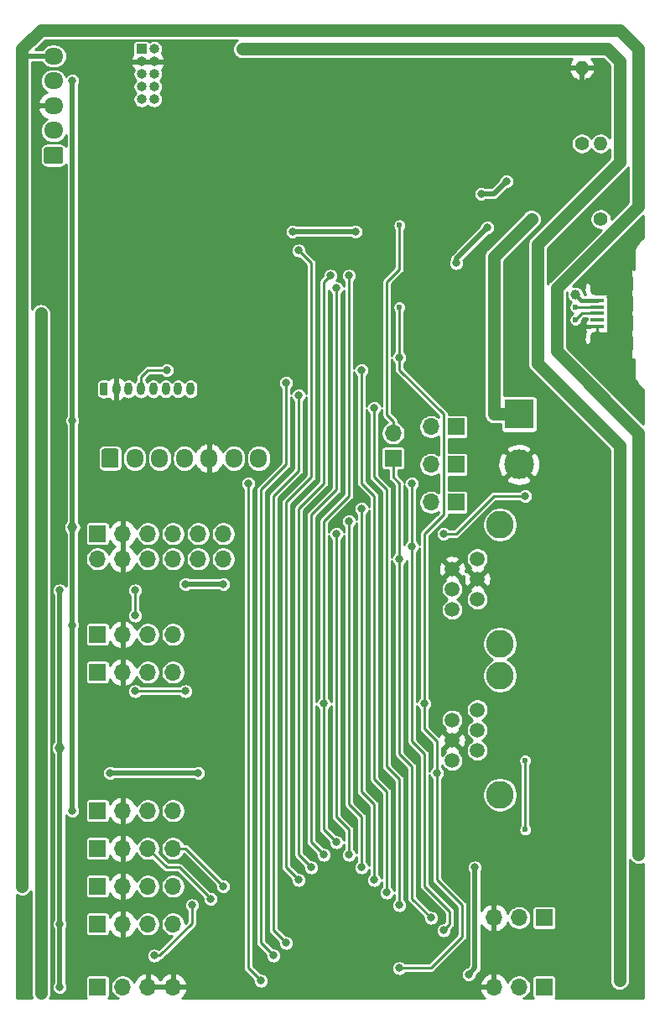
<source format=gbr>
G04 #@! TF.GenerationSoftware,KiCad,Pcbnew,(5.1.5)-3*
G04 #@! TF.CreationDate,2020-01-16T22:10:17+01:00*
G04 #@! TF.ProjectId,airMon,6169724d-6f6e-42e6-9b69-6361645f7063,0.1*
G04 #@! TF.SameCoordinates,Original*
G04 #@! TF.FileFunction,Copper,L2,Bot*
G04 #@! TF.FilePolarity,Positive*
%FSLAX46Y46*%
G04 Gerber Fmt 4.6, Leading zero omitted, Abs format (unit mm)*
G04 Created by KiCad (PCBNEW (5.1.5)-3) date 2020-01-16 22:10:17*
%MOMM*%
%LPD*%
G04 APERTURE LIST*
%ADD10C,3.000000*%
%ADD11R,3.000000X3.000000*%
%ADD12C,1.500000*%
%ADD13C,2.800000*%
%ADD14R,1.700000X1.700000*%
%ADD15O,1.700000X1.700000*%
%ADD16R,1.000000X1.000000*%
%ADD17O,1.000000X1.000000*%
%ADD18C,0.100000*%
%ADD19O,0.800000X1.300000*%
%ADD20O,1.700000X1.950000*%
%ADD21O,1.400000X1.400000*%
%ADD22C,1.400000*%
%ADD23O,1.950000X1.700000*%
%ADD24R,1.900000X1.500000*%
%ADD25C,1.450000*%
%ADD26R,1.350000X0.381000*%
%ADD27O,1.900000X1.200000*%
%ADD28R,1.900000X1.200000*%
%ADD29C,0.600000*%
%ADD30C,0.800000*%
%ADD31C,1.200000*%
%ADD32C,1.000000*%
%ADD33C,0.254000*%
%ADD34C,1.270000*%
%ADD35C,0.256000*%
%ADD36C,0.508000*%
%ADD37C,0.381000*%
G04 APERTURE END LIST*
D10*
X70485000Y-64135000D03*
D11*
X70485000Y-59055000D03*
D12*
X66280000Y-73650000D03*
X63740000Y-74670000D03*
X66280000Y-75690000D03*
X63740000Y-76710000D03*
X66280000Y-77730000D03*
D13*
X68580000Y-70200000D03*
X68580000Y-82200000D03*
D12*
X63740000Y-78750000D03*
D14*
X64135000Y-60325000D03*
D15*
X61595000Y-60325000D03*
D16*
X32385000Y-22225000D03*
D17*
X33655000Y-22225000D03*
X32385000Y-23495000D03*
X33655000Y-23495000D03*
X32385000Y-24765000D03*
X33655000Y-24765000D03*
X32385000Y-26035000D03*
X33655000Y-26035000D03*
X32385000Y-27305000D03*
X33655000Y-27305000D03*
G04 #@! TA.AperFunction,ComponentPad*
D18*
G36*
X28794603Y-55865963D02*
G01*
X28814018Y-55868843D01*
X28833057Y-55873612D01*
X28851537Y-55880224D01*
X28869279Y-55888616D01*
X28886114Y-55898706D01*
X28901879Y-55910398D01*
X28916421Y-55923579D01*
X28929602Y-55938121D01*
X28941294Y-55953886D01*
X28951384Y-55970721D01*
X28959776Y-55988463D01*
X28966388Y-56006943D01*
X28971157Y-56025982D01*
X28974037Y-56045397D01*
X28975000Y-56065000D01*
X28975000Y-56965000D01*
X28974037Y-56984603D01*
X28971157Y-57004018D01*
X28966388Y-57023057D01*
X28959776Y-57041537D01*
X28951384Y-57059279D01*
X28941294Y-57076114D01*
X28929602Y-57091879D01*
X28916421Y-57106421D01*
X28901879Y-57119602D01*
X28886114Y-57131294D01*
X28869279Y-57141384D01*
X28851537Y-57149776D01*
X28833057Y-57156388D01*
X28814018Y-57161157D01*
X28794603Y-57164037D01*
X28775000Y-57165000D01*
X28375000Y-57165000D01*
X28355397Y-57164037D01*
X28335982Y-57161157D01*
X28316943Y-57156388D01*
X28298463Y-57149776D01*
X28280721Y-57141384D01*
X28263886Y-57131294D01*
X28248121Y-57119602D01*
X28233579Y-57106421D01*
X28220398Y-57091879D01*
X28208706Y-57076114D01*
X28198616Y-57059279D01*
X28190224Y-57041537D01*
X28183612Y-57023057D01*
X28178843Y-57004018D01*
X28175963Y-56984603D01*
X28175000Y-56965000D01*
X28175000Y-56065000D01*
X28175963Y-56045397D01*
X28178843Y-56025982D01*
X28183612Y-56006943D01*
X28190224Y-55988463D01*
X28198616Y-55970721D01*
X28208706Y-55953886D01*
X28220398Y-55938121D01*
X28233579Y-55923579D01*
X28248121Y-55910398D01*
X28263886Y-55898706D01*
X28280721Y-55888616D01*
X28298463Y-55880224D01*
X28316943Y-55873612D01*
X28335982Y-55868843D01*
X28355397Y-55865963D01*
X28375000Y-55865000D01*
X28775000Y-55865000D01*
X28794603Y-55865963D01*
G37*
G04 #@! TD.AperFunction*
D19*
X29825000Y-56515000D03*
X31075000Y-56515000D03*
X32325000Y-56515000D03*
X33575000Y-56515000D03*
X34825000Y-56515000D03*
X36075000Y-56515000D03*
X37325000Y-56515000D03*
G04 #@! TA.AperFunction,ComponentPad*
D18*
G36*
X29834504Y-62526204D02*
G01*
X29858773Y-62529804D01*
X29882571Y-62535765D01*
X29905671Y-62544030D01*
X29927849Y-62554520D01*
X29948893Y-62567133D01*
X29968598Y-62581747D01*
X29986777Y-62598223D01*
X30003253Y-62616402D01*
X30017867Y-62636107D01*
X30030480Y-62657151D01*
X30040970Y-62679329D01*
X30049235Y-62702429D01*
X30055196Y-62726227D01*
X30058796Y-62750496D01*
X30060000Y-62775000D01*
X30060000Y-64225000D01*
X30058796Y-64249504D01*
X30055196Y-64273773D01*
X30049235Y-64297571D01*
X30040970Y-64320671D01*
X30030480Y-64342849D01*
X30017867Y-64363893D01*
X30003253Y-64383598D01*
X29986777Y-64401777D01*
X29968598Y-64418253D01*
X29948893Y-64432867D01*
X29927849Y-64445480D01*
X29905671Y-64455970D01*
X29882571Y-64464235D01*
X29858773Y-64470196D01*
X29834504Y-64473796D01*
X29810000Y-64475000D01*
X28610000Y-64475000D01*
X28585496Y-64473796D01*
X28561227Y-64470196D01*
X28537429Y-64464235D01*
X28514329Y-64455970D01*
X28492151Y-64445480D01*
X28471107Y-64432867D01*
X28451402Y-64418253D01*
X28433223Y-64401777D01*
X28416747Y-64383598D01*
X28402133Y-64363893D01*
X28389520Y-64342849D01*
X28379030Y-64320671D01*
X28370765Y-64297571D01*
X28364804Y-64273773D01*
X28361204Y-64249504D01*
X28360000Y-64225000D01*
X28360000Y-62775000D01*
X28361204Y-62750496D01*
X28364804Y-62726227D01*
X28370765Y-62702429D01*
X28379030Y-62679329D01*
X28389520Y-62657151D01*
X28402133Y-62636107D01*
X28416747Y-62616402D01*
X28433223Y-62598223D01*
X28451402Y-62581747D01*
X28471107Y-62567133D01*
X28492151Y-62554520D01*
X28514329Y-62544030D01*
X28537429Y-62535765D01*
X28561227Y-62529804D01*
X28585496Y-62526204D01*
X28610000Y-62525000D01*
X29810000Y-62525000D01*
X29834504Y-62526204D01*
G37*
G04 #@! TD.AperFunction*
D20*
X31710000Y-63500000D03*
X34210000Y-63500000D03*
X36710000Y-63500000D03*
X39210000Y-63500000D03*
X41710000Y-63500000D03*
X44210000Y-63500000D03*
D14*
X27940000Y-116840000D03*
D15*
X30480000Y-116840000D03*
X33020000Y-116840000D03*
X35560000Y-116840000D03*
X35560000Y-106680000D03*
X33020000Y-106680000D03*
X30480000Y-106680000D03*
D14*
X27940000Y-106680000D03*
X27940000Y-110490000D03*
D15*
X30480000Y-110490000D03*
X33020000Y-110490000D03*
X35560000Y-110490000D03*
X35560000Y-102870000D03*
X33020000Y-102870000D03*
X30480000Y-102870000D03*
D14*
X27940000Y-102870000D03*
X27940000Y-99060000D03*
D15*
X30480000Y-99060000D03*
X33020000Y-99060000D03*
X35560000Y-99060000D03*
X35560000Y-85090000D03*
X33020000Y-85090000D03*
X30480000Y-85090000D03*
D14*
X27940000Y-85090000D03*
X27940000Y-81280000D03*
D15*
X30480000Y-81280000D03*
X33020000Y-81280000D03*
X35560000Y-81280000D03*
D14*
X73025000Y-116840000D03*
D15*
X70485000Y-116840000D03*
X67945000Y-116840000D03*
X67945000Y-109855000D03*
X70485000Y-109855000D03*
D14*
X73025000Y-109855000D03*
D12*
X63740000Y-93990000D03*
D13*
X68580000Y-97440000D03*
X68580000Y-85440000D03*
D12*
X66280000Y-92970000D03*
X63740000Y-91950000D03*
X66280000Y-90930000D03*
X63740000Y-89910000D03*
X66280000Y-88890000D03*
D14*
X64135000Y-64135000D03*
D15*
X61595000Y-64135000D03*
X61595000Y-67945000D03*
D14*
X64135000Y-67945000D03*
D21*
X78740000Y-31750000D03*
D22*
X78740000Y-39370000D03*
X76835000Y-31750000D03*
D21*
X76835000Y-24130000D03*
D14*
X27940000Y-71120000D03*
D15*
X27940000Y-73660000D03*
X30480000Y-71120000D03*
X30480000Y-73660000D03*
X33020000Y-71120000D03*
X33020000Y-73660000D03*
X35560000Y-71120000D03*
X35560000Y-73660000D03*
X38100000Y-71120000D03*
X38100000Y-73660000D03*
X40640000Y-71120000D03*
X40640000Y-73660000D03*
D14*
X57785000Y-63500000D03*
D15*
X57785000Y-60960000D03*
G04 #@! TA.AperFunction,ComponentPad*
D18*
G36*
X24244504Y-32091204D02*
G01*
X24268773Y-32094804D01*
X24292571Y-32100765D01*
X24315671Y-32109030D01*
X24337849Y-32119520D01*
X24358893Y-32132133D01*
X24378598Y-32146747D01*
X24396777Y-32163223D01*
X24413253Y-32181402D01*
X24427867Y-32201107D01*
X24440480Y-32222151D01*
X24450970Y-32244329D01*
X24459235Y-32267429D01*
X24465196Y-32291227D01*
X24468796Y-32315496D01*
X24470000Y-32340000D01*
X24470000Y-33540000D01*
X24468796Y-33564504D01*
X24465196Y-33588773D01*
X24459235Y-33612571D01*
X24450970Y-33635671D01*
X24440480Y-33657849D01*
X24427867Y-33678893D01*
X24413253Y-33698598D01*
X24396777Y-33716777D01*
X24378598Y-33733253D01*
X24358893Y-33747867D01*
X24337849Y-33760480D01*
X24315671Y-33770970D01*
X24292571Y-33779235D01*
X24268773Y-33785196D01*
X24244504Y-33788796D01*
X24220000Y-33790000D01*
X22770000Y-33790000D01*
X22745496Y-33788796D01*
X22721227Y-33785196D01*
X22697429Y-33779235D01*
X22674329Y-33770970D01*
X22652151Y-33760480D01*
X22631107Y-33747867D01*
X22611402Y-33733253D01*
X22593223Y-33716777D01*
X22576747Y-33698598D01*
X22562133Y-33678893D01*
X22549520Y-33657849D01*
X22539030Y-33635671D01*
X22530765Y-33612571D01*
X22524804Y-33588773D01*
X22521204Y-33564504D01*
X22520000Y-33540000D01*
X22520000Y-32340000D01*
X22521204Y-32315496D01*
X22524804Y-32291227D01*
X22530765Y-32267429D01*
X22539030Y-32244329D01*
X22549520Y-32222151D01*
X22562133Y-32201107D01*
X22576747Y-32181402D01*
X22593223Y-32163223D01*
X22611402Y-32146747D01*
X22631107Y-32132133D01*
X22652151Y-32119520D01*
X22674329Y-32109030D01*
X22697429Y-32100765D01*
X22721227Y-32094804D01*
X22745496Y-32091204D01*
X22770000Y-32090000D01*
X24220000Y-32090000D01*
X24244504Y-32091204D01*
G37*
G04 #@! TD.AperFunction*
D23*
X23495000Y-30440000D03*
X23495000Y-27940000D03*
X23495000Y-25440000D03*
X23495000Y-22940000D03*
D24*
X81120500Y-49895000D03*
D25*
X78420500Y-46395000D03*
D26*
X78420500Y-48245000D03*
X78420500Y-47595000D03*
X78420500Y-50195000D03*
X78420500Y-49545000D03*
X78420500Y-48895000D03*
D25*
X78420500Y-51395000D03*
D24*
X81120500Y-47895000D03*
D27*
X81120500Y-45395000D03*
X81120500Y-52395000D03*
D28*
X81120500Y-51795000D03*
X81120500Y-45995000D03*
D29*
X53340000Y-43815000D03*
D30*
X62865000Y-34925000D03*
X61595000Y-34925000D03*
X53975000Y-33020000D03*
X53975000Y-34290000D03*
D29*
X59055000Y-74930000D03*
X60325000Y-73660000D03*
X57785000Y-74930000D03*
X56515000Y-74930000D03*
X55245000Y-74930000D03*
X53975000Y-74930000D03*
X52705000Y-74930000D03*
X51435000Y-74930000D03*
X50165000Y-74930000D03*
X48895000Y-74930000D03*
X47625000Y-74930000D03*
X46355000Y-74930000D03*
X45085000Y-74930000D03*
X43815000Y-74930000D03*
X42545000Y-74930000D03*
X53975000Y-71120000D03*
X55245000Y-69850000D03*
X55245000Y-65405000D03*
X57785000Y-67310000D03*
X56515000Y-71120000D03*
X57785000Y-71120000D03*
X59055000Y-71120000D03*
X52070000Y-69850000D03*
X53340000Y-68580000D03*
X53975000Y-65405000D03*
X56515000Y-67310000D03*
X54610000Y-67310000D03*
X52705000Y-65405000D03*
X51435000Y-65405000D03*
X50165000Y-65405000D03*
X48895000Y-64770000D03*
X47625000Y-64135000D03*
X46355000Y-63500000D03*
X50165000Y-56515000D03*
X51435000Y-56515000D03*
X52705000Y-56515000D03*
X53975000Y-56515000D03*
X55245000Y-56515000D03*
X56515000Y-56515000D03*
X57785000Y-56515000D03*
X59055000Y-56515000D03*
X50165000Y-59055000D03*
X51435000Y-59055000D03*
X52705000Y-59055000D03*
X53975000Y-59055000D03*
X48895000Y-59055000D03*
X47625000Y-59055000D03*
X55245000Y-60325000D03*
X43815000Y-97790000D03*
X45085000Y-97790000D03*
X46355000Y-97790000D03*
X47625000Y-97790000D03*
X48895000Y-97790000D03*
X50165000Y-97790000D03*
X51435000Y-97790000D03*
X52705000Y-97790000D03*
X53975000Y-97790000D03*
X42545000Y-97790000D03*
X60325000Y-74930000D03*
X60325000Y-76200000D03*
X61595000Y-76200000D03*
X41275000Y-117475000D03*
X40005000Y-117475000D03*
X38735000Y-117475000D03*
X37465000Y-117475000D03*
X44450000Y-117475000D03*
X45720000Y-117475000D03*
X58420000Y-117475000D03*
X57150000Y-117475000D03*
X65405000Y-117475000D03*
X47625000Y-71120000D03*
X48895000Y-71120000D03*
X50165000Y-71120000D03*
X46355000Y-71120000D03*
X45085000Y-71120000D03*
X43815000Y-71120000D03*
X43815000Y-73025000D03*
X45085000Y-73025000D03*
X46355000Y-73025000D03*
X47625000Y-73025000D03*
X48895000Y-73025000D03*
X50165000Y-73025000D03*
X51435000Y-73025000D03*
X52705000Y-73025000D03*
X53975000Y-73025000D03*
X55245000Y-73025000D03*
X56515000Y-73025000D03*
X42545000Y-73025000D03*
X38735000Y-77470000D03*
X43815000Y-80010000D03*
X40005000Y-84455000D03*
X41275000Y-84455000D03*
X40005000Y-81915000D03*
X42545000Y-84455000D03*
X42545000Y-77470000D03*
X41275000Y-77470000D03*
X40005000Y-77470000D03*
X41275000Y-86995000D03*
X40005000Y-86995000D03*
X38735000Y-86995000D03*
X26670000Y-83215000D03*
X27940000Y-83215000D03*
X30480000Y-75565000D03*
X30480000Y-69215000D03*
X41275000Y-85725000D03*
X40005000Y-85725000D03*
X38735000Y-84455000D03*
X37465000Y-84455000D03*
X37465000Y-85725000D03*
X38735000Y-83185000D03*
X38735000Y-81915000D03*
X37465000Y-81915000D03*
X37465000Y-83185000D03*
X42545000Y-86995000D03*
X42545000Y-88265000D03*
X42545000Y-89535000D03*
X41910000Y-41275000D03*
X41910000Y-40005000D03*
X41910000Y-38735000D03*
X41910000Y-37465000D03*
X41910000Y-36195000D03*
X41910000Y-42545000D03*
X41910000Y-43815000D03*
X41910000Y-45085000D03*
X41910000Y-46355000D03*
X43180000Y-46355000D03*
X44450000Y-46355000D03*
X45720000Y-46355000D03*
X46990000Y-46355000D03*
X48260000Y-46355000D03*
X48260000Y-45085000D03*
X48260000Y-47625000D03*
X48260000Y-48895000D03*
X46990000Y-48895000D03*
X46990000Y-47625000D03*
X45720000Y-48895000D03*
X45720000Y-47625000D03*
X46990000Y-45085000D03*
X45720000Y-45085000D03*
X44450000Y-45085000D03*
X44450000Y-47625000D03*
X44450000Y-48895000D03*
X43180000Y-47625000D03*
X43180000Y-45085000D03*
X43180000Y-50165000D03*
X41910000Y-48895000D03*
X44450000Y-51435000D03*
X45720000Y-51435000D03*
X46990000Y-51435000D03*
X48260000Y-51435000D03*
X44450000Y-50165000D03*
X45720000Y-50165000D03*
X46990000Y-50165000D03*
X48260000Y-50165000D03*
X43180000Y-51435000D03*
X41910000Y-51435000D03*
X41910000Y-50165000D03*
X43180000Y-38735000D03*
X43180000Y-40005000D03*
X43180000Y-41275000D03*
X43180000Y-42545000D03*
X43180000Y-43815000D03*
X44450000Y-43815000D03*
X44450000Y-42545000D03*
X44450000Y-41275000D03*
X44450000Y-40005000D03*
X45720000Y-41275000D03*
X45720000Y-42545000D03*
X45720000Y-43815000D03*
X46990000Y-43815000D03*
X46990000Y-42545000D03*
X48260000Y-43815000D03*
X44450000Y-38735000D03*
X43180000Y-37465000D03*
X45720000Y-40005000D03*
X44450000Y-36195000D03*
X45720000Y-37465000D03*
X46990000Y-38735000D03*
X45720000Y-36195000D03*
X46990000Y-36195000D03*
X46990000Y-37465000D03*
X48260000Y-36195000D03*
X48260000Y-37465000D03*
X48260000Y-38735000D03*
X55880000Y-38100000D03*
X55880000Y-42545000D03*
X55880000Y-43815000D03*
X57150000Y-43815000D03*
X57150000Y-42545000D03*
X56515000Y-54610000D03*
X57785000Y-54610000D03*
X60325000Y-54610000D03*
X61595000Y-56515000D03*
X62865000Y-56515000D03*
X64135000Y-56515000D03*
X64135000Y-45085000D03*
X64135000Y-46355000D03*
X64135000Y-47625000D03*
X64135000Y-48895000D03*
X64135000Y-50165000D03*
X64135000Y-51435000D03*
X64135000Y-52705000D03*
X31750000Y-53340000D03*
X30480000Y-52070000D03*
X31115000Y-52705000D03*
X30480000Y-27305000D03*
X29845000Y-27940000D03*
X29210000Y-28575000D03*
X57785000Y-102235000D03*
X56515000Y-102235000D03*
X55245000Y-102235000D03*
X52070000Y-43815000D03*
X69215000Y-54610000D03*
X66675000Y-54610000D03*
X65405000Y-54610000D03*
X71120000Y-48895000D03*
X71120000Y-50165000D03*
X71120000Y-51435000D03*
X77470000Y-113665000D03*
X76200000Y-113665000D03*
X78740000Y-113665000D03*
X78740000Y-114935000D03*
X76200000Y-114935000D03*
X76200000Y-112395000D03*
X77470000Y-112395000D03*
X78740000Y-112395000D03*
X76200000Y-111125000D03*
X77470000Y-111125000D03*
X78740000Y-111125000D03*
X76200000Y-107950000D03*
X76200000Y-106680000D03*
X77470000Y-106680000D03*
X78740000Y-106680000D03*
X78740000Y-107950000D03*
X76200000Y-105410000D03*
X77470000Y-105410000D03*
X78740000Y-105410000D03*
X76200000Y-101600000D03*
X77470000Y-101600000D03*
X78740000Y-101600000D03*
X76200000Y-100330000D03*
X77470000Y-100330000D03*
X78740000Y-100330000D03*
X76200000Y-99060000D03*
X77470000Y-99060000D03*
X78740000Y-99060000D03*
X66040000Y-116840000D03*
X55880000Y-97155000D03*
X60325000Y-97155000D03*
X57785000Y-96520000D03*
X59055000Y-96520000D03*
X61595000Y-98425000D03*
X62865000Y-98425000D03*
X61595000Y-93980000D03*
X61595000Y-92710000D03*
X52705000Y-92710000D03*
X51435000Y-92710000D03*
X30480000Y-93980000D03*
X30480000Y-92075000D03*
X30480000Y-89535000D03*
X30480000Y-90805000D03*
X53975000Y-92710000D03*
X53975000Y-93980000D03*
X55245000Y-92710000D03*
X55245000Y-93980000D03*
X56515000Y-93980000D03*
X57785000Y-93980000D03*
X60325000Y-93980000D03*
X50165000Y-92710000D03*
X48895000Y-92710000D03*
X47625000Y-92710000D03*
X38100000Y-36830000D03*
X36830000Y-36830000D03*
X36830000Y-38100000D03*
X35560000Y-38100000D03*
X34290000Y-38100000D03*
X34290000Y-36830000D03*
X31750000Y-36830000D03*
X31750000Y-38100000D03*
X30480000Y-38100000D03*
X29210000Y-38100000D03*
X29210000Y-36830000D03*
X27940000Y-36830000D03*
X26670000Y-36830000D03*
X29210000Y-40640000D03*
X29210000Y-41910000D03*
X27940000Y-41910000D03*
X26670000Y-41910000D03*
X35560000Y-36830000D03*
X30480000Y-36830000D03*
X33020000Y-40640000D03*
X34290000Y-40640000D03*
X35560000Y-40640000D03*
X36830000Y-40640000D03*
X38100000Y-40640000D03*
X33020000Y-41910000D03*
X35560000Y-41910000D03*
X36830000Y-41910000D03*
X78740000Y-66040000D03*
X77470000Y-66040000D03*
X76200000Y-66040000D03*
X74930000Y-66040000D03*
X73660000Y-66040000D03*
X72390000Y-66040000D03*
X78740000Y-68580000D03*
X77470000Y-68580000D03*
X76200000Y-68580000D03*
X74930000Y-68580000D03*
X73660000Y-68580000D03*
X72390000Y-68580000D03*
X76200000Y-91440000D03*
X77470000Y-91440000D03*
X78740000Y-91440000D03*
X78740000Y-90170000D03*
X77470000Y-90170000D03*
X76200000Y-90170000D03*
X74930000Y-91440000D03*
X74930000Y-90170000D03*
X73660000Y-90170000D03*
X73660000Y-91440000D03*
X72390000Y-91440000D03*
X72390000Y-90170000D03*
X71120000Y-90170000D03*
X71120000Y-91440000D03*
X69850000Y-90170000D03*
X69850000Y-91440000D03*
X68580000Y-91440000D03*
X74930000Y-99060000D03*
X74930000Y-100330000D03*
X74930000Y-101600000D03*
X73660000Y-101600000D03*
X74930000Y-105410000D03*
X73660000Y-105410000D03*
X73660000Y-106680000D03*
X74930000Y-106680000D03*
X74930000Y-107950000D03*
X74930000Y-112395000D03*
X74930000Y-113665000D03*
X73660000Y-112395000D03*
X73660000Y-113665000D03*
X72390000Y-112395000D03*
X72390000Y-113665000D03*
X72390000Y-69850000D03*
X73660000Y-69850000D03*
X74930000Y-69850000D03*
X76200000Y-69850000D03*
X77470000Y-69850000D03*
X78740000Y-69850000D03*
X78740000Y-64770000D03*
X77470000Y-64770000D03*
X76200000Y-64770000D03*
X74930000Y-64770000D03*
X73660000Y-64770000D03*
X78740000Y-54610000D03*
X80010000Y-55880000D03*
X81280000Y-57150000D03*
X82550000Y-58420000D03*
X81280000Y-55880000D03*
X81280000Y-41910000D03*
X81280000Y-36830000D03*
X80010000Y-36830000D03*
X78740000Y-30480000D03*
X78740000Y-27940000D03*
X78740000Y-26670000D03*
X78740000Y-25400000D03*
X74930000Y-59690000D03*
X74930000Y-60960000D03*
X76200000Y-60960000D03*
X74930000Y-62230000D03*
X76200000Y-62230000D03*
X77470000Y-62230000D03*
X74930000Y-63500000D03*
X76200000Y-63500000D03*
X77470000Y-63500000D03*
X78740000Y-63500000D03*
X73660000Y-63500000D03*
X73660000Y-62230000D03*
X73660000Y-60960000D03*
X73660000Y-59690000D03*
X73660000Y-58420000D03*
X74930000Y-30480000D03*
X74930000Y-29210000D03*
X74930000Y-31750000D03*
X57150000Y-24765000D03*
X54610000Y-24765000D03*
X53340000Y-24765000D03*
X52070000Y-24765000D03*
X50800000Y-24765000D03*
X50800000Y-23495000D03*
X54610000Y-23495000D03*
X57150000Y-23495000D03*
X49530000Y-23495000D03*
X48260000Y-23495000D03*
X48260000Y-24765000D03*
X55880000Y-24765000D03*
X73660000Y-31750000D03*
X72390000Y-31750000D03*
X73660000Y-29210000D03*
X71120000Y-33020000D03*
X71120000Y-34290000D03*
X74930000Y-27940000D03*
X23495000Y-45085000D03*
X59055000Y-57785000D03*
X46355000Y-92710000D03*
X45085000Y-92710000D03*
X45085000Y-93980000D03*
X43815000Y-93980000D03*
X42545000Y-95250000D03*
X42545000Y-96520000D03*
X64135000Y-98425000D03*
X64135000Y-95885000D03*
X61595000Y-100330000D03*
X61595000Y-101600000D03*
X61595000Y-102870000D03*
X64135000Y-100330000D03*
X64135000Y-101600000D03*
X64135000Y-102870000D03*
X64135000Y-97155000D03*
X62865000Y-97155000D03*
X69850000Y-93980000D03*
X69850000Y-100330000D03*
X69850000Y-101600000D03*
X46990000Y-117475000D03*
X48260000Y-117475000D03*
X49530000Y-117475000D03*
X50800000Y-117475000D03*
X52070000Y-117475000D03*
X53340000Y-117475000D03*
X54610000Y-117475000D03*
X55880000Y-117475000D03*
X41275000Y-97790000D03*
X40005000Y-97790000D03*
X41275000Y-96520000D03*
X38100000Y-102870000D03*
X38100000Y-97790000D03*
X43815000Y-69215000D03*
X45085000Y-69215000D03*
X46355000Y-69215000D03*
X47625000Y-69215000D03*
X48895000Y-69215000D03*
X43815000Y-67945000D03*
X45085000Y-67945000D03*
X46355000Y-67945000D03*
X35560000Y-66675000D03*
X36830000Y-67945000D03*
X38100000Y-69215000D03*
X42545000Y-67945000D03*
X42545000Y-69215000D03*
X41275000Y-66675000D03*
X82550000Y-117475000D03*
X82550000Y-116205000D03*
X82550000Y-114935000D03*
X82550000Y-113665000D03*
X82550000Y-112395000D03*
X82550000Y-111125000D03*
X82550000Y-109855000D03*
X82550000Y-108585000D03*
X82550000Y-107315000D03*
X82550000Y-106045000D03*
X82550000Y-104775000D03*
X65405000Y-35560000D03*
X65405000Y-34290000D03*
X65405000Y-36830000D03*
X65405000Y-33020000D03*
X53340000Y-30480000D03*
X54610000Y-30480000D03*
X52070000Y-30480000D03*
X55880000Y-30480000D03*
X58420000Y-23495000D03*
X57150000Y-30480000D03*
X62230000Y-29210000D03*
X62230000Y-30480000D03*
X36830000Y-33655000D03*
X38100000Y-33655000D03*
X39370000Y-33655000D03*
X40640000Y-33655000D03*
X41910000Y-33655000D03*
X35560000Y-33655000D03*
X34290000Y-33655000D03*
X31750000Y-33655000D03*
X30480000Y-33655000D03*
X29210000Y-33655000D03*
X27940000Y-33655000D03*
X26670000Y-33655000D03*
X26670000Y-34925000D03*
X29210000Y-34925000D03*
X41910000Y-34925000D03*
X39370000Y-34925000D03*
X41910000Y-32385000D03*
X41910000Y-31115000D03*
X41910000Y-29845000D03*
X41910000Y-28575000D03*
X41910000Y-27305000D03*
X41910000Y-26035000D03*
X41910000Y-24765000D03*
X41910000Y-23495000D03*
X40640000Y-22225000D03*
X39370000Y-22225000D03*
X38100000Y-22225000D03*
X36830000Y-22225000D03*
X35560000Y-22225000D03*
X35560000Y-23495000D03*
X35560000Y-24765000D03*
X35560000Y-26035000D03*
X35560000Y-27305000D03*
X35560000Y-28575000D03*
X34290000Y-28575000D03*
X33020000Y-28575000D03*
X31750000Y-28575000D03*
X27940000Y-32385000D03*
X29210000Y-31115000D03*
X52705000Y-55245000D03*
X51435000Y-55245000D03*
X50165000Y-55245000D03*
X48895000Y-55245000D03*
X45085000Y-55245000D03*
X45085000Y-56515000D03*
X45085000Y-57785000D03*
X46355000Y-57785000D03*
X43815000Y-57785000D03*
X42545000Y-57785000D03*
X41275000Y-57785000D03*
X43815000Y-55245000D03*
X42545000Y-55245000D03*
X41275000Y-55245000D03*
X40005000Y-55245000D03*
X40005000Y-57785000D03*
X40005000Y-56515000D03*
X42545000Y-56515000D03*
X48895000Y-53975000D03*
X47625000Y-53975000D03*
X46355000Y-53975000D03*
X45085000Y-53975000D03*
X43815000Y-53975000D03*
X42545000Y-53975000D03*
X41275000Y-53975000D03*
X40005000Y-53975000D03*
X48260000Y-52705000D03*
X46990000Y-52705000D03*
X45720000Y-52705000D03*
X44450000Y-52705000D03*
X43180000Y-52705000D03*
X41910000Y-52705000D03*
X78740000Y-71120000D03*
X78740000Y-72390000D03*
X78740000Y-73660000D03*
X78740000Y-74930000D03*
X78740000Y-76200000D03*
X78740000Y-77470000D03*
X78740000Y-78740000D03*
X78740000Y-80010000D03*
X78740000Y-81280000D03*
X78740000Y-82550000D03*
X78740000Y-83820000D03*
X78740000Y-85090000D03*
X78740000Y-86360000D03*
X78740000Y-87630000D03*
X78740000Y-88900000D03*
X71120000Y-88900000D03*
X71120000Y-87630000D03*
X71120000Y-86360000D03*
X71120000Y-85090000D03*
X71120000Y-83820000D03*
X71120000Y-82550000D03*
X71120000Y-81280000D03*
X71120000Y-80010000D03*
X71120000Y-78740000D03*
X71120000Y-77470000D03*
X72390000Y-76200000D03*
X72390000Y-74930000D03*
X72390000Y-73660000D03*
X72390000Y-72390000D03*
X72390000Y-71120000D03*
X72390000Y-77470000D03*
X73660000Y-77470000D03*
X74930000Y-77470000D03*
X76200000Y-77470000D03*
X77470000Y-77470000D03*
X72390000Y-83820000D03*
X73660000Y-83820000D03*
X74930000Y-83820000D03*
X76200000Y-83820000D03*
X77470000Y-83820000D03*
X23495000Y-47625000D03*
X23495000Y-50165000D03*
X23495000Y-51435000D03*
X23495000Y-52705000D03*
X23495000Y-53975000D03*
X23495000Y-55245000D03*
X23495000Y-56515000D03*
X23495000Y-57785000D03*
X23495000Y-59055000D03*
X23495000Y-60325000D03*
X26035000Y-21590000D03*
X26035000Y-22860000D03*
X27305000Y-21590000D03*
X26670000Y-28575000D03*
X26670000Y-27305000D03*
X26670000Y-26035000D03*
X27940000Y-27305000D03*
X27940000Y-26035000D03*
X29210000Y-26035000D03*
X27940000Y-24765000D03*
X76200000Y-25400000D03*
X77470000Y-25400000D03*
X74930000Y-26670000D03*
X74930000Y-25400000D03*
X40640000Y-50165000D03*
X39370000Y-50165000D03*
X38100000Y-50165000D03*
X36830000Y-50165000D03*
X35560000Y-50165000D03*
X34290000Y-50165000D03*
X33020000Y-50165000D03*
X31750000Y-50165000D03*
X30480000Y-48895000D03*
X31750000Y-48895000D03*
X33020000Y-48895000D03*
X34290000Y-48895000D03*
X35560000Y-48895000D03*
X36830000Y-48895000D03*
X38100000Y-48895000D03*
X38735000Y-53975000D03*
X37465000Y-53975000D03*
X36195000Y-53975000D03*
X35560000Y-52705000D03*
X34290000Y-52705000D03*
X33020000Y-51435000D03*
X34290000Y-51435000D03*
X35560000Y-51435000D03*
X36830000Y-52705000D03*
X38100000Y-52705000D03*
X39370000Y-52705000D03*
X40640000Y-52705000D03*
X27940000Y-46355000D03*
X26670000Y-45085000D03*
X26670000Y-43815000D03*
X27940000Y-43815000D03*
X27940000Y-45085000D03*
X38100000Y-47625000D03*
X38100000Y-46355000D03*
X38100000Y-45085000D03*
X26670000Y-51435000D03*
X26670000Y-52705000D03*
X26670000Y-53975000D03*
X27940000Y-52705000D03*
X26670000Y-56515000D03*
X26670000Y-57785000D03*
X27940000Y-53975000D03*
X27940000Y-61595000D03*
X35560000Y-61595000D03*
X34290000Y-61595000D03*
X45085000Y-61595000D03*
X45085000Y-60325000D03*
X45085000Y-59055000D03*
X43815000Y-59055000D03*
X42545000Y-59055000D03*
X43815000Y-60325000D03*
X46355000Y-59055000D03*
X46355000Y-60325000D03*
X46355000Y-61595000D03*
X36830000Y-77470000D03*
X35560000Y-77470000D03*
X36830000Y-78740000D03*
X34290000Y-90170000D03*
X34290000Y-91440000D03*
X34290000Y-92710000D03*
X34290000Y-93980000D03*
X27305000Y-90170000D03*
X27305000Y-87630000D03*
X37465000Y-116205000D03*
X38735000Y-116205000D03*
X38735000Y-113665000D03*
X37465000Y-113665000D03*
X40005000Y-113665000D03*
X41275000Y-113665000D03*
X41275000Y-112395000D03*
X40005000Y-112395000D03*
X38735000Y-112395000D03*
X37465000Y-112395000D03*
X38735000Y-109855000D03*
X40005000Y-109855000D03*
X41275000Y-109855000D03*
X45720000Y-116205000D03*
X46990000Y-116205000D03*
X48260000Y-116205000D03*
X49530000Y-116205000D03*
X50800000Y-116205000D03*
X52070000Y-116205000D03*
X53340000Y-116205000D03*
X54610000Y-116205000D03*
X55880000Y-116205000D03*
X57150000Y-116205000D03*
X58420000Y-116205000D03*
X56515000Y-104140000D03*
X57785000Y-105410000D03*
X53975000Y-102235000D03*
X45085000Y-102870000D03*
X46355000Y-102870000D03*
X47625000Y-102870000D03*
X48895000Y-102870000D03*
X45085000Y-104140000D03*
X46355000Y-104140000D03*
X47625000Y-104140000D03*
X45085000Y-105410000D03*
X46355000Y-105410000D03*
X45085000Y-106680000D03*
X45085000Y-109220000D03*
X45085000Y-111760000D03*
X52705000Y-105410000D03*
X51435000Y-105410000D03*
X50165000Y-106680000D03*
X53975000Y-106680000D03*
X48895000Y-107950000D03*
X47625000Y-109220000D03*
X46355000Y-110490000D03*
X56515000Y-109220000D03*
X57785000Y-110490000D03*
X21590000Y-27305000D03*
X21590000Y-28575000D03*
X21590000Y-26035000D03*
X21590000Y-24765000D03*
X21590000Y-29845000D03*
X21590000Y-31115000D03*
X23495000Y-34925000D03*
X26670000Y-31115000D03*
X29210000Y-32385000D03*
X65405000Y-38100000D03*
X65405000Y-39370000D03*
X73660000Y-25400000D03*
X72390000Y-24130000D03*
X73660000Y-24130000D03*
X74930000Y-24130000D03*
X78740000Y-24130000D03*
X76200000Y-26670000D03*
X76200000Y-27940000D03*
X76200000Y-29210000D03*
X77470000Y-26670000D03*
X77470000Y-27940000D03*
X77470000Y-29210000D03*
X76200000Y-30480000D03*
X77470000Y-30480000D03*
X80010000Y-38100000D03*
X81280000Y-35560000D03*
X74930000Y-33020000D03*
X74930000Y-34290000D03*
X58420000Y-24765000D03*
X59690000Y-24765000D03*
X55880000Y-26035000D03*
X54610000Y-26035000D03*
X57150000Y-26035000D03*
X59690000Y-28575000D03*
X55880000Y-36830000D03*
X54610000Y-36830000D03*
X53340000Y-36830000D03*
X55880000Y-39370000D03*
X58420000Y-38735000D03*
X52070000Y-36830000D03*
X50800000Y-36830000D03*
X49530000Y-36830000D03*
X46990000Y-34925000D03*
X45720000Y-34925000D03*
X44450000Y-34925000D03*
X44450000Y-33655000D03*
X45720000Y-33655000D03*
X72390000Y-29210000D03*
X55880000Y-23495000D03*
X44450000Y-26035000D03*
X44450000Y-24765000D03*
X72390000Y-62230000D03*
X68580000Y-62230000D03*
X67310000Y-62230000D03*
X67310000Y-63500000D03*
X29210000Y-47625000D03*
X29210000Y-46355000D03*
X29210000Y-45085000D03*
X29210000Y-43815000D03*
X36830000Y-51435000D03*
X38100000Y-51435000D03*
X39370000Y-51435000D03*
X40640000Y-51435000D03*
X43180000Y-48895000D03*
X40640000Y-48895000D03*
X39370000Y-48895000D03*
X36830000Y-47625000D03*
X40640000Y-34925000D03*
X38100000Y-34925000D03*
X36830000Y-34925000D03*
X35560000Y-34925000D03*
X34290000Y-34925000D03*
X31750000Y-34925000D03*
X30480000Y-34925000D03*
X27940000Y-34925000D03*
X33020000Y-34925000D03*
X33020000Y-36830000D03*
X33020000Y-33655000D03*
X23495000Y-48895000D03*
X21590000Y-45720000D03*
X21590000Y-44450000D03*
X21590000Y-42545000D03*
X21590000Y-41275000D03*
X21590000Y-40005000D03*
X21590000Y-38735000D03*
X21590000Y-37465000D03*
X21590000Y-36195000D03*
X71120000Y-52705000D03*
X71120000Y-53975000D03*
X71120000Y-55245000D03*
X69850000Y-45720000D03*
X71120000Y-45720000D03*
X77470000Y-53340000D03*
X76200000Y-52070000D03*
X80010000Y-54610000D03*
X81280000Y-54610000D03*
X78740000Y-53340000D03*
X76200000Y-50800000D03*
X81280000Y-43180000D03*
X80010000Y-43180000D03*
X78740000Y-44450000D03*
X69850000Y-43180000D03*
X71120000Y-43180000D03*
X60325000Y-86995000D03*
X60325000Y-89535000D03*
X59055000Y-86995000D03*
X57785000Y-86995000D03*
X59055000Y-89535000D03*
X57785000Y-89535000D03*
X50165000Y-86995000D03*
X50165000Y-89535000D03*
X48895000Y-86995000D03*
X48895000Y-89535000D03*
X47625000Y-86995000D03*
X47625000Y-89535000D03*
X51435000Y-86995000D03*
X51435000Y-89535000D03*
X61595000Y-86995000D03*
X61595000Y-89535000D03*
X42545000Y-85725000D03*
X20320000Y-117475000D03*
X20320000Y-116205000D03*
X20320000Y-114935000D03*
X20320000Y-113665000D03*
X20320000Y-112395000D03*
X20320000Y-111125000D03*
X20320000Y-109855000D03*
X20320000Y-108585000D03*
X50165000Y-57785000D03*
X53975000Y-57785000D03*
X52705000Y-57785000D03*
X51435000Y-57785000D03*
X52705000Y-53975000D03*
X51435000Y-53975000D03*
X50165000Y-53975000D03*
D30*
X58420000Y-114935000D03*
X58420000Y-53340000D03*
D29*
X58420000Y-48260000D03*
D30*
X62230000Y-95250000D03*
X60960000Y-88265000D03*
D31*
X43815000Y-20320000D03*
D30*
X20320000Y-106680000D03*
X47625000Y-40640000D03*
X53975000Y-40640000D03*
X65405000Y-115570000D03*
X66040000Y-104775000D03*
X82550000Y-103505000D03*
X82550000Y-97790000D03*
X38100000Y-95250000D03*
X29210000Y-95250000D03*
X62865000Y-71120000D03*
X82550000Y-67310000D03*
X40640000Y-76200000D03*
X36830000Y-76200000D03*
X20320000Y-78105000D03*
X20320000Y-83820000D03*
X71120026Y-67310000D03*
D32*
X20320000Y-97155000D03*
D30*
X52070000Y-102235000D03*
X53340000Y-45085000D03*
X50800000Y-88265000D03*
D31*
X42545000Y-22225000D03*
D30*
X22225000Y-102870000D03*
D31*
X59690000Y-22225030D03*
D30*
X80645000Y-116205000D03*
X80645000Y-109855000D03*
D31*
X22225000Y-48895000D03*
D32*
X22225000Y-71120000D03*
D29*
X22225000Y-88900000D03*
D30*
X22225000Y-83889315D03*
X64135000Y-43815000D03*
X67310000Y-40215000D03*
D29*
X71120000Y-93980000D03*
X71120000Y-100965000D03*
D30*
X57150000Y-107315000D03*
X54610000Y-54610000D03*
X34925000Y-54610000D03*
X58420018Y-108585000D03*
X55880000Y-58420000D03*
X33655000Y-113665000D03*
X37465000Y-108585000D03*
X39370000Y-107950000D03*
X40639960Y-106680000D03*
X62865000Y-111125000D03*
X59690000Y-72390000D03*
X59690000Y-66040000D03*
X61595060Y-109855000D03*
X58420000Y-73660000D03*
D29*
X76200000Y-48260000D03*
D30*
X44450000Y-116205000D03*
X43180000Y-66040000D03*
X55880000Y-106045000D03*
X54610000Y-68580000D03*
X54610000Y-104775000D03*
X53340000Y-69850000D03*
X53340000Y-103505000D03*
X52070000Y-71120000D03*
X50800000Y-103505000D03*
X52070000Y-46355000D03*
X49530000Y-104775000D03*
X51435000Y-45085000D03*
X48260000Y-106045000D03*
X48260000Y-42545000D03*
X25400000Y-99060000D03*
X25400000Y-25400000D03*
X25400000Y-59690000D03*
D32*
X25400000Y-70485000D03*
D30*
X25400000Y-80327500D03*
X24130000Y-116840000D03*
X24130000Y-110490000D03*
X24130000Y-76835000D03*
D32*
X24130000Y-92710000D03*
D30*
X31750000Y-86995000D03*
X36830000Y-86995000D03*
X31750000Y-79375000D03*
X31750000Y-76835000D03*
X45720000Y-113665000D03*
X46990000Y-55880000D03*
X46990000Y-112395000D03*
X48260000Y-57150000D03*
D29*
X58420000Y-40005000D03*
X76200000Y-49530000D03*
D30*
X66675000Y-36830000D03*
X69215000Y-35560000D03*
D31*
X67945000Y-59055000D03*
X71755000Y-39370000D03*
D32*
X76200000Y-46990000D03*
D33*
X78420500Y-50195000D02*
X78420500Y-51395000D01*
D34*
X81120500Y-45995000D02*
X81120500Y-52395000D01*
X81120500Y-43339500D02*
X81280000Y-43180000D01*
X81120500Y-45995000D02*
X81120500Y-43339500D01*
X80010000Y-44284500D02*
X81120500Y-45395000D01*
X80010000Y-43180000D02*
X80010000Y-44284500D01*
X80010000Y-44805500D02*
X78420500Y-46395000D01*
X80010000Y-43180000D02*
X80010000Y-44805500D01*
X78740000Y-46075500D02*
X78420500Y-46395000D01*
X78740000Y-44450000D02*
X78740000Y-46075500D01*
X80120500Y-46395000D02*
X81120500Y-45395000D01*
X78420500Y-46395000D02*
X80120500Y-46395000D01*
X78740000Y-44450000D02*
X80010000Y-43180000D01*
X80010000Y-43180000D02*
X81280000Y-43180000D01*
X79620500Y-46395000D02*
X78420500Y-46395000D01*
X81120500Y-47895000D02*
X79620500Y-46395000D01*
X79620500Y-51395000D02*
X78420500Y-51395000D01*
X81120500Y-49895000D02*
X79620500Y-51395000D01*
X80120500Y-51395000D02*
X81120500Y-52395000D01*
X78420500Y-51395000D02*
X80120500Y-51395000D01*
X80010000Y-53505500D02*
X81120500Y-52395000D01*
X80010000Y-54610000D02*
X80010000Y-53505500D01*
X80010000Y-54610000D02*
X78740000Y-53340000D01*
X81280000Y-54610000D02*
X80010000Y-54610000D01*
X78420500Y-53020500D02*
X78740000Y-53340000D01*
X78420500Y-51395000D02*
X78420500Y-53020500D01*
X78740000Y-53340000D02*
X81280000Y-50800000D01*
X81280000Y-43180000D02*
X81280000Y-50800000D01*
X81280000Y-50800000D02*
X81280000Y-54610000D01*
X78420500Y-51750500D02*
X81280000Y-54610000D01*
X78420500Y-51395000D02*
X78420500Y-51750500D01*
X80010000Y-43180000D02*
X80010000Y-54610000D01*
X78420500Y-44769500D02*
X78740000Y-44450000D01*
X78420500Y-46395000D02*
X78420500Y-44769500D01*
D35*
X58420000Y-54610000D02*
X58420000Y-53340000D01*
X62865000Y-59055000D02*
X58420000Y-54610000D01*
X62865000Y-69215000D02*
X62865000Y-59055000D01*
X60960000Y-90805000D02*
X60960000Y-71120000D01*
X60960000Y-71120000D02*
X62865000Y-69215000D01*
X61595000Y-114935000D02*
X64770000Y-111760000D01*
X58420000Y-114935000D02*
X61595000Y-114935000D01*
X64770000Y-108585000D02*
X62230000Y-106045000D01*
X64770000Y-111760000D02*
X64770000Y-108585000D01*
X62230000Y-92075000D02*
X60960000Y-90805000D01*
X58420000Y-48260000D02*
X58420000Y-53340000D01*
X62230000Y-106045000D02*
X62230000Y-95250000D01*
X62230000Y-95250000D02*
X62230000Y-92075000D01*
D34*
X43815000Y-20320000D02*
X22225000Y-20320000D01*
X22225000Y-20320000D02*
X20320000Y-22225000D01*
D36*
X47625000Y-40640000D02*
X53975000Y-40640000D01*
X53975000Y-40640000D02*
X53975000Y-40640000D01*
X65405000Y-115570000D02*
X66040000Y-114935000D01*
X66040000Y-114935000D02*
X66040000Y-104775000D01*
D34*
X82550000Y-97790000D02*
X82550000Y-103505000D01*
D36*
X38100000Y-95250000D02*
X29210000Y-95250000D01*
D34*
X82550000Y-67310000D02*
X82550000Y-97790000D01*
D36*
X40640000Y-76200000D02*
X36830000Y-76200000D01*
X20400000Y-22940000D02*
X20320000Y-22860000D01*
D34*
X20320000Y-22225000D02*
X20320000Y-22860000D01*
X20320000Y-22860000D02*
X20320000Y-78105000D01*
D36*
X23495000Y-22940000D02*
X20400000Y-22940000D01*
D34*
X20320000Y-97155000D02*
X20320000Y-106680000D01*
X20320000Y-78105000D02*
X20320000Y-83820000D01*
X20320000Y-83820000D02*
X20320000Y-97155000D01*
D33*
X62865000Y-71120000D02*
X64135000Y-71120000D01*
X64135000Y-71120000D02*
X67945000Y-67310000D01*
X67945000Y-67310000D02*
X70554341Y-67310000D01*
X70554341Y-67310000D02*
X71120026Y-67310000D01*
D34*
X82550000Y-60960000D02*
X82550000Y-67310000D01*
X80645000Y-20320000D02*
X82550000Y-22225000D01*
X43815000Y-20320000D02*
X80645000Y-20320000D01*
X82550000Y-22225000D02*
X82550000Y-38100000D01*
X82550000Y-38100000D02*
X74295000Y-46355000D01*
X74295000Y-46355000D02*
X74295000Y-52705000D01*
X74295000Y-52705000D02*
X82550000Y-60960000D01*
D35*
X50800000Y-100965000D02*
X52070000Y-102235000D01*
X53340000Y-45085000D02*
X53340000Y-67310000D01*
X53340000Y-67310000D02*
X50800000Y-69850000D01*
X50800000Y-88265000D02*
X50800000Y-100965000D01*
X50800000Y-69850000D02*
X50800000Y-88265000D01*
D34*
X22225000Y-102870000D02*
X22225000Y-117475000D01*
X42545000Y-22225000D02*
X59689970Y-22225000D01*
X59689970Y-22225000D02*
X59690000Y-22225030D01*
X80645000Y-109855000D02*
X80645000Y-116205000D01*
X22225000Y-48895000D02*
X22225000Y-71120000D01*
X80645000Y-62230000D02*
X80645000Y-109855000D01*
X59690000Y-22225030D02*
X79375030Y-22225030D01*
X80645000Y-33655000D02*
X72390000Y-41910000D01*
X79375030Y-22225030D02*
X80645000Y-23495000D01*
X72390000Y-41910000D02*
X72390000Y-53975000D01*
X80645000Y-23495000D02*
X80645000Y-33655000D01*
X72390000Y-53975000D02*
X80645000Y-62230000D01*
X22225000Y-83889315D02*
X22225000Y-84455000D01*
X22225000Y-82550000D02*
X22225000Y-83889315D01*
X22225000Y-71120000D02*
X22225000Y-82550000D01*
X22225000Y-88900000D02*
X22225000Y-84455000D01*
X22225000Y-102870000D02*
X22225000Y-88900000D01*
D36*
X64135000Y-43390000D02*
X67310000Y-40215000D01*
X64135000Y-43815000D02*
X64135000Y-43390000D01*
D35*
X71120000Y-93980000D02*
X71120000Y-99060000D01*
X71120000Y-99060000D02*
X71120000Y-100965000D01*
X54610000Y-66040000D02*
X54610000Y-63500000D01*
X55880000Y-67310000D02*
X54610000Y-66040000D01*
X55880000Y-95885000D02*
X55880000Y-67310000D01*
X57150000Y-107315000D02*
X57150000Y-97155000D01*
X57150000Y-97155000D02*
X55880000Y-95885000D01*
X54610000Y-63500000D02*
X54610000Y-58420000D01*
X54610000Y-58420000D02*
X54610000Y-54610000D01*
X34925000Y-54610000D02*
X33020000Y-54610000D01*
X32325000Y-55305000D02*
X32325000Y-56515000D01*
X33020000Y-54610000D02*
X32325000Y-55305000D01*
X55880000Y-65405000D02*
X55880000Y-62865000D01*
X58420018Y-99060000D02*
X58420000Y-99060000D01*
X58420018Y-108585000D02*
X58420018Y-99060000D01*
X58420000Y-99060000D02*
X58420000Y-95885000D01*
X58420000Y-95885000D02*
X57150000Y-94615000D01*
X57150000Y-94615000D02*
X57150000Y-66675000D01*
X57150000Y-66675000D02*
X55880000Y-65405000D01*
X55880000Y-62865000D02*
X55880000Y-58420000D01*
X33655000Y-113665000D02*
X34220685Y-113665000D01*
X37465000Y-110420685D02*
X37465000Y-109150685D01*
X34220685Y-113665000D02*
X37465000Y-110420685D01*
X37465000Y-109150685D02*
X37465000Y-108585000D01*
X33020000Y-102870000D02*
X34925000Y-104775000D01*
X36195000Y-104775000D02*
X38970001Y-107550001D01*
X34925000Y-104775000D02*
X36195000Y-104775000D01*
X38970001Y-107550001D02*
X39370000Y-107950000D01*
X40640000Y-106680000D02*
X40639960Y-106680000D01*
X35560000Y-102870000D02*
X36830000Y-102870000D01*
X36830000Y-102870000D02*
X40640000Y-106680000D01*
X59690000Y-92075000D02*
X59690000Y-72390000D01*
X60960000Y-93345000D02*
X59690000Y-92075000D01*
X60960000Y-106680000D02*
X60960000Y-93345000D01*
X63500000Y-109220000D02*
X60960000Y-106680000D01*
X62865000Y-111125000D02*
X63500000Y-110490000D01*
X63500000Y-110490000D02*
X63500000Y-109220000D01*
X59690000Y-72390000D02*
X59690000Y-66040000D01*
X61595060Y-109855000D02*
X59690000Y-107949940D01*
X59690000Y-94615000D02*
X58420000Y-93345000D01*
X59690000Y-107949940D02*
X59690000Y-94615000D01*
X58420000Y-93345000D02*
X58420000Y-73660000D01*
X58420000Y-73660000D02*
X58420000Y-66040000D01*
D33*
X57785000Y-65405000D02*
X57785000Y-63500000D01*
X58420000Y-66040000D02*
X57785000Y-65405000D01*
X78420500Y-48245000D02*
X76215000Y-48245000D01*
X76215000Y-48245000D02*
X76200000Y-48260000D01*
D35*
X43180000Y-114935000D02*
X43180000Y-66605685D01*
X43180000Y-66605685D02*
X43180000Y-66040000D01*
X44450000Y-116205000D02*
X43180000Y-114935000D01*
X55880000Y-98425000D02*
X54610000Y-97155000D01*
X55880000Y-106045000D02*
X55880000Y-98425000D01*
X54610000Y-97155000D02*
X54610000Y-93980000D01*
X54610000Y-93980000D02*
X54610000Y-68580000D01*
X54610000Y-99695000D02*
X53340000Y-98425000D01*
X54610000Y-104775000D02*
X54610000Y-99695000D01*
X53340000Y-98425000D02*
X53340000Y-95885000D01*
X53340000Y-95885000D02*
X53340000Y-69850000D01*
X52070000Y-99695000D02*
X53340000Y-100965000D01*
X52070000Y-71120000D02*
X52070000Y-99695000D01*
X53340000Y-103505000D02*
X53340000Y-100965000D01*
X52070000Y-64135000D02*
X52070000Y-46355000D01*
X52070000Y-66675000D02*
X52070000Y-64135000D01*
X49530000Y-69215000D02*
X52070000Y-66675000D01*
X50800000Y-103505000D02*
X49530000Y-102235000D01*
X49530000Y-102235000D02*
X49530000Y-69215000D01*
X50800000Y-66040000D02*
X50800000Y-45720000D01*
X49530000Y-104775000D02*
X48260000Y-103505000D01*
X50800000Y-45720000D02*
X51435000Y-45085000D01*
X48260000Y-68580000D02*
X50800000Y-66040000D01*
X48260000Y-103505000D02*
X48260000Y-68580000D01*
X46990000Y-67945000D02*
X49530000Y-65405000D01*
X48260000Y-106045000D02*
X46990000Y-104775000D01*
X49530000Y-50730685D02*
X49530000Y-50165000D01*
X49530000Y-65405000D02*
X49530000Y-50730685D01*
X46990000Y-104775000D02*
X46990000Y-67945000D01*
D33*
X49530000Y-50165000D02*
X49530000Y-43815000D01*
X49530000Y-43815000D02*
X48260000Y-42545000D01*
D36*
X25400000Y-99060000D02*
X25400000Y-81280000D01*
X25400000Y-67945000D02*
X25400000Y-59690000D01*
X25400000Y-59690000D02*
X25400000Y-25400000D01*
X25400000Y-81280000D02*
X25400000Y-74295000D01*
X25400000Y-70485000D02*
X25400000Y-67945000D01*
X25400000Y-74295000D02*
X25400000Y-70485000D01*
X24130000Y-116840000D02*
X24130000Y-110490000D01*
X24130000Y-110490000D02*
X24130000Y-92710000D01*
X24130000Y-92710000D02*
X24130000Y-76835000D01*
X24130000Y-92710000D02*
X24130000Y-92710000D01*
D33*
X31750000Y-86995000D02*
X36830000Y-86995000D01*
X31750000Y-79375000D02*
X31750000Y-76835000D01*
D35*
X44450000Y-112395000D02*
X45720000Y-113665000D01*
X44450000Y-66675000D02*
X44450000Y-112395000D01*
X46990000Y-55880000D02*
X46990000Y-64135000D01*
X46990000Y-64135000D02*
X44450000Y-66675000D01*
X45720000Y-111125000D02*
X46990000Y-112395000D01*
X45720000Y-67310000D02*
X45720000Y-111125000D01*
X48260000Y-57150000D02*
X48260000Y-64770000D01*
X48260000Y-64770000D02*
X45720000Y-67310000D01*
D33*
X58420000Y-40429264D02*
X58420000Y-40005000D01*
X58420000Y-44450000D02*
X58420000Y-40429264D01*
X57150000Y-59122919D02*
X57150000Y-45720000D01*
X57785000Y-59757919D02*
X57150000Y-59122919D01*
X57785000Y-60960000D02*
X57785000Y-59757919D01*
X57150000Y-45720000D02*
X58420000Y-44450000D01*
X78420500Y-48895000D02*
X76835000Y-48895000D01*
X76835000Y-48895000D02*
X76200000Y-49530000D01*
D36*
X66675000Y-36830000D02*
X67945000Y-36830000D01*
X67945000Y-36830000D02*
X69215000Y-35560000D01*
D34*
X70485000Y-59055000D02*
X67945000Y-59055000D01*
X67945000Y-43180000D02*
X71755000Y-39370000D01*
X67945000Y-59055000D02*
X67945000Y-43180000D01*
X71755000Y-39370000D02*
X71755000Y-39370000D01*
D37*
X78420500Y-47595000D02*
X76805000Y-47595000D01*
X76805000Y-47595000D02*
X76200000Y-46990000D01*
D33*
G36*
X41977810Y-21376140D02*
G01*
X41823104Y-21503104D01*
X41696140Y-21657810D01*
X41601798Y-21834313D01*
X41543702Y-22025829D01*
X41524085Y-22225000D01*
X41543702Y-22424171D01*
X41601798Y-22615687D01*
X41696140Y-22792190D01*
X41823104Y-22946896D01*
X41977810Y-23073860D01*
X42154313Y-23168202D01*
X42345829Y-23226298D01*
X42495098Y-23241000D01*
X59639793Y-23241000D01*
X59640098Y-23241030D01*
X59640105Y-23241030D01*
X59689999Y-23245944D01*
X59739893Y-23241030D01*
X75847563Y-23241030D01*
X75768241Y-23327340D01*
X75632147Y-23550877D01*
X75542278Y-23796670D01*
X75664799Y-24003000D01*
X76708000Y-24003000D01*
X76708000Y-23983000D01*
X76962000Y-23983000D01*
X76962000Y-24003000D01*
X78005201Y-24003000D01*
X78127722Y-23796670D01*
X78037853Y-23550877D01*
X77901759Y-23327340D01*
X77822437Y-23241030D01*
X78954190Y-23241030D01*
X79629000Y-23915841D01*
X79629001Y-31134736D01*
X79579667Y-31060903D01*
X79429097Y-30910333D01*
X79252045Y-30792031D01*
X79055316Y-30710543D01*
X78846469Y-30669000D01*
X78633531Y-30669000D01*
X78424684Y-30710543D01*
X78227955Y-30792031D01*
X78050903Y-30910333D01*
X77900333Y-31060903D01*
X77787500Y-31229770D01*
X77674667Y-31060903D01*
X77524097Y-30910333D01*
X77347045Y-30792031D01*
X77150316Y-30710543D01*
X76941469Y-30669000D01*
X76728531Y-30669000D01*
X76519684Y-30710543D01*
X76322955Y-30792031D01*
X76145903Y-30910333D01*
X75995333Y-31060903D01*
X75877031Y-31237955D01*
X75795543Y-31434684D01*
X75754000Y-31643531D01*
X75754000Y-31856469D01*
X75795543Y-32065316D01*
X75877031Y-32262045D01*
X75995333Y-32439097D01*
X76145903Y-32589667D01*
X76322955Y-32707969D01*
X76519684Y-32789457D01*
X76728531Y-32831000D01*
X76941469Y-32831000D01*
X77150316Y-32789457D01*
X77347045Y-32707969D01*
X77524097Y-32589667D01*
X77674667Y-32439097D01*
X77787500Y-32270230D01*
X77900333Y-32439097D01*
X78050903Y-32589667D01*
X78227955Y-32707969D01*
X78424684Y-32789457D01*
X78633531Y-32831000D01*
X78846469Y-32831000D01*
X79055316Y-32789457D01*
X79252045Y-32707969D01*
X79429097Y-32589667D01*
X79579667Y-32439097D01*
X79629001Y-32365263D01*
X79629001Y-33234158D01*
X71706872Y-41156288D01*
X71668104Y-41188104D01*
X71541140Y-41342810D01*
X71446798Y-41519314D01*
X71396552Y-41684953D01*
X71388702Y-41710830D01*
X71369085Y-41910000D01*
X71374000Y-41959902D01*
X71374001Y-53925088D01*
X71369085Y-53975000D01*
X71388702Y-54174170D01*
X71434714Y-54325848D01*
X71446799Y-54365687D01*
X71541141Y-54542190D01*
X71668105Y-54696896D01*
X71706868Y-54728708D01*
X79629000Y-62650841D01*
X79629001Y-109805089D01*
X79629000Y-109805099D01*
X79629001Y-116254902D01*
X79643703Y-116404171D01*
X79701799Y-116595687D01*
X79796141Y-116772190D01*
X79923105Y-116926896D01*
X80077811Y-117053860D01*
X80254314Y-117148202D01*
X80445830Y-117206298D01*
X80645000Y-117225915D01*
X80844171Y-117206298D01*
X81035687Y-117148202D01*
X81212190Y-117053860D01*
X81366896Y-116926896D01*
X81493860Y-116772190D01*
X81588202Y-116595687D01*
X81646298Y-116404171D01*
X81661000Y-116254902D01*
X81661000Y-103997091D01*
X81701141Y-104072190D01*
X81828105Y-104226896D01*
X81982811Y-104353860D01*
X82159314Y-104448202D01*
X82350830Y-104506298D01*
X82550000Y-104525915D01*
X82749171Y-104506298D01*
X82940687Y-104448202D01*
X83058000Y-104385497D01*
X83058000Y-117983000D01*
X74118551Y-117983000D01*
X74145711Y-117960711D01*
X74193322Y-117902696D01*
X74228701Y-117836508D01*
X74250487Y-117764689D01*
X74257843Y-117690000D01*
X74257843Y-115990000D01*
X74250487Y-115915311D01*
X74228701Y-115843492D01*
X74193322Y-115777304D01*
X74145711Y-115719289D01*
X74087696Y-115671678D01*
X74021508Y-115636299D01*
X73949689Y-115614513D01*
X73875000Y-115607157D01*
X72175000Y-115607157D01*
X72100311Y-115614513D01*
X72028492Y-115636299D01*
X71962304Y-115671678D01*
X71904289Y-115719289D01*
X71856678Y-115777304D01*
X71821299Y-115843492D01*
X71799513Y-115915311D01*
X71792157Y-115990000D01*
X71792157Y-117690000D01*
X71799513Y-117764689D01*
X71821299Y-117836508D01*
X71856678Y-117902696D01*
X71904289Y-117960711D01*
X71931449Y-117983000D01*
X70942311Y-117983000D01*
X71068097Y-117930898D01*
X71269717Y-117796180D01*
X71441180Y-117624717D01*
X71575898Y-117423097D01*
X71668693Y-117199069D01*
X71716000Y-116961243D01*
X71716000Y-116718757D01*
X71668693Y-116480931D01*
X71575898Y-116256903D01*
X71441180Y-116055283D01*
X71269717Y-115883820D01*
X71068097Y-115749102D01*
X70844069Y-115656307D01*
X70606243Y-115609000D01*
X70363757Y-115609000D01*
X70125931Y-115656307D01*
X69901903Y-115749102D01*
X69700283Y-115883820D01*
X69528820Y-116055283D01*
X69394102Y-116256903D01*
X69346772Y-116371168D01*
X69289157Y-116208748D01*
X69140178Y-115958645D01*
X68945269Y-115742412D01*
X68711920Y-115568359D01*
X68449099Y-115443175D01*
X68301890Y-115398524D01*
X68072000Y-115519845D01*
X68072000Y-116713000D01*
X68092000Y-116713000D01*
X68092000Y-116967000D01*
X68072000Y-116967000D01*
X68072000Y-116987000D01*
X67818000Y-116987000D01*
X67818000Y-116967000D01*
X66624186Y-116967000D01*
X66503519Y-117196891D01*
X66600843Y-117471252D01*
X66749822Y-117721355D01*
X66944731Y-117937588D01*
X67005614Y-117983000D01*
X36499386Y-117983000D01*
X36560269Y-117937588D01*
X36755178Y-117721355D01*
X36904157Y-117471252D01*
X37001481Y-117196891D01*
X36880814Y-116967000D01*
X35687000Y-116967000D01*
X35687000Y-116987000D01*
X35433000Y-116987000D01*
X35433000Y-116967000D01*
X33147000Y-116967000D01*
X33147000Y-116987000D01*
X32893000Y-116987000D01*
X32893000Y-116967000D01*
X32873000Y-116967000D01*
X32873000Y-116713000D01*
X32893000Y-116713000D01*
X32893000Y-115519845D01*
X33147000Y-115519845D01*
X33147000Y-116713000D01*
X35433000Y-116713000D01*
X35433000Y-115519845D01*
X35687000Y-115519845D01*
X35687000Y-116713000D01*
X36880814Y-116713000D01*
X37001481Y-116483109D01*
X36904157Y-116208748D01*
X36755178Y-115958645D01*
X36560269Y-115742412D01*
X36326920Y-115568359D01*
X36064099Y-115443175D01*
X35916890Y-115398524D01*
X35687000Y-115519845D01*
X35433000Y-115519845D01*
X35203110Y-115398524D01*
X35055901Y-115443175D01*
X34793080Y-115568359D01*
X34559731Y-115742412D01*
X34364822Y-115958645D01*
X34290000Y-116084255D01*
X34215178Y-115958645D01*
X34020269Y-115742412D01*
X33786920Y-115568359D01*
X33524099Y-115443175D01*
X33376890Y-115398524D01*
X33147000Y-115519845D01*
X32893000Y-115519845D01*
X32663110Y-115398524D01*
X32515901Y-115443175D01*
X32253080Y-115568359D01*
X32019731Y-115742412D01*
X31824822Y-115958645D01*
X31675843Y-116208748D01*
X31618228Y-116371168D01*
X31570898Y-116256903D01*
X31436180Y-116055283D01*
X31264717Y-115883820D01*
X31063097Y-115749102D01*
X30839069Y-115656307D01*
X30601243Y-115609000D01*
X30358757Y-115609000D01*
X30120931Y-115656307D01*
X29896903Y-115749102D01*
X29695283Y-115883820D01*
X29523820Y-116055283D01*
X29389102Y-116256903D01*
X29296307Y-116480931D01*
X29249000Y-116718757D01*
X29249000Y-116961243D01*
X29296307Y-117199069D01*
X29389102Y-117423097D01*
X29523820Y-117624717D01*
X29695283Y-117796180D01*
X29896903Y-117930898D01*
X30022689Y-117983000D01*
X29033551Y-117983000D01*
X29060711Y-117960711D01*
X29108322Y-117902696D01*
X29143701Y-117836508D01*
X29165487Y-117764689D01*
X29172843Y-117690000D01*
X29172843Y-115990000D01*
X29165487Y-115915311D01*
X29143701Y-115843492D01*
X29108322Y-115777304D01*
X29060711Y-115719289D01*
X29002696Y-115671678D01*
X28936508Y-115636299D01*
X28864689Y-115614513D01*
X28790000Y-115607157D01*
X27090000Y-115607157D01*
X27015311Y-115614513D01*
X26943492Y-115636299D01*
X26877304Y-115671678D01*
X26819289Y-115719289D01*
X26771678Y-115777304D01*
X26736299Y-115843492D01*
X26714513Y-115915311D01*
X26707157Y-115990000D01*
X26707157Y-117690000D01*
X26714513Y-117764689D01*
X26736299Y-117836508D01*
X26771678Y-117902696D01*
X26819289Y-117960711D01*
X26846449Y-117983000D01*
X23105497Y-117983000D01*
X23168202Y-117865687D01*
X23226298Y-117674171D01*
X23241000Y-117524902D01*
X23241000Y-48845098D01*
X23226298Y-48695829D01*
X23168202Y-48504313D01*
X23073860Y-48327810D01*
X22946896Y-48173104D01*
X22792190Y-48046140D01*
X22615686Y-47951798D01*
X22424170Y-47893702D01*
X22225000Y-47874085D01*
X22025829Y-47893702D01*
X21834313Y-47951798D01*
X21657810Y-48046140D01*
X21503104Y-48173104D01*
X21376140Y-48327810D01*
X21336000Y-48402908D01*
X21336000Y-27583110D01*
X21928524Y-27583110D01*
X22049845Y-27813000D01*
X23368000Y-27813000D01*
X23368000Y-27793000D01*
X23622000Y-27793000D01*
X23622000Y-27813000D01*
X23642000Y-27813000D01*
X23642000Y-28067000D01*
X23622000Y-28067000D01*
X23622000Y-28087000D01*
X23368000Y-28087000D01*
X23368000Y-28067000D01*
X22049845Y-28067000D01*
X21928524Y-28296890D01*
X22020648Y-28559858D01*
X22167504Y-28811193D01*
X22360571Y-29029049D01*
X22592430Y-29205053D01*
X22841890Y-29326465D01*
X22682784Y-29411509D01*
X22495340Y-29565340D01*
X22341509Y-29752784D01*
X22227202Y-29966637D01*
X22156812Y-30198682D01*
X22133044Y-30440000D01*
X22156812Y-30681318D01*
X22227202Y-30913363D01*
X22341509Y-31127216D01*
X22495340Y-31314660D01*
X22682784Y-31468491D01*
X22896637Y-31582798D01*
X23128682Y-31653188D01*
X23309528Y-31671000D01*
X23680472Y-31671000D01*
X23861318Y-31653188D01*
X24093363Y-31582798D01*
X24307216Y-31468491D01*
X24494660Y-31314660D01*
X24648491Y-31127216D01*
X24762798Y-30913363D01*
X24765001Y-30906101D01*
X24765001Y-32023603D01*
X24746190Y-31988411D01*
X24667488Y-31892512D01*
X24571589Y-31813810D01*
X24462179Y-31755329D01*
X24343462Y-31719317D01*
X24220000Y-31707157D01*
X22770000Y-31707157D01*
X22646538Y-31719317D01*
X22527821Y-31755329D01*
X22418411Y-31813810D01*
X22322512Y-31892512D01*
X22243810Y-31988411D01*
X22185329Y-32097821D01*
X22149317Y-32216538D01*
X22137157Y-32340000D01*
X22137157Y-33540000D01*
X22149317Y-33663462D01*
X22185329Y-33782179D01*
X22243810Y-33891589D01*
X22322512Y-33987488D01*
X22418411Y-34066190D01*
X22527821Y-34124671D01*
X22646538Y-34160683D01*
X22770000Y-34172843D01*
X24220000Y-34172843D01*
X24343462Y-34160683D01*
X24462179Y-34124671D01*
X24571589Y-34066190D01*
X24667488Y-33987488D01*
X24746190Y-33891589D01*
X24765001Y-33856397D01*
X24765000Y-59234582D01*
X24707887Y-59320058D01*
X24649013Y-59462191D01*
X24619000Y-59613078D01*
X24619000Y-59766922D01*
X24649013Y-59917809D01*
X24707887Y-60059942D01*
X24765001Y-60145419D01*
X24765000Y-67976191D01*
X24765001Y-67976201D01*
X24765000Y-69874077D01*
X24715682Y-69923395D01*
X24619268Y-70067690D01*
X24552856Y-70228022D01*
X24519000Y-70398229D01*
X24519000Y-70571771D01*
X24552856Y-70741978D01*
X24619268Y-70902310D01*
X24715682Y-71046605D01*
X24765001Y-71095924D01*
X24765000Y-74326191D01*
X24765001Y-74326201D01*
X24765001Y-76379583D01*
X24736642Y-76337141D01*
X24627859Y-76228358D01*
X24499942Y-76142887D01*
X24357809Y-76084013D01*
X24206922Y-76054000D01*
X24053078Y-76054000D01*
X23902191Y-76084013D01*
X23760058Y-76142887D01*
X23632141Y-76228358D01*
X23523358Y-76337141D01*
X23437887Y-76465058D01*
X23379013Y-76607191D01*
X23349000Y-76758078D01*
X23349000Y-76911922D01*
X23379013Y-77062809D01*
X23437887Y-77204942D01*
X23495001Y-77290420D01*
X23495000Y-92099077D01*
X23445682Y-92148395D01*
X23349268Y-92292690D01*
X23282856Y-92453022D01*
X23249000Y-92623229D01*
X23249000Y-92796771D01*
X23282856Y-92966978D01*
X23349268Y-93127310D01*
X23445682Y-93271605D01*
X23495001Y-93320924D01*
X23495000Y-110034582D01*
X23437887Y-110120058D01*
X23379013Y-110262191D01*
X23349000Y-110413078D01*
X23349000Y-110566922D01*
X23379013Y-110717809D01*
X23437887Y-110859942D01*
X23495001Y-110945419D01*
X23495000Y-116384582D01*
X23437887Y-116470058D01*
X23379013Y-116612191D01*
X23349000Y-116763078D01*
X23349000Y-116916922D01*
X23379013Y-117067809D01*
X23437887Y-117209942D01*
X23523358Y-117337859D01*
X23632141Y-117446642D01*
X23760058Y-117532113D01*
X23902191Y-117590987D01*
X24053078Y-117621000D01*
X24206922Y-117621000D01*
X24357809Y-117590987D01*
X24499942Y-117532113D01*
X24627859Y-117446642D01*
X24736642Y-117337859D01*
X24822113Y-117209942D01*
X24880987Y-117067809D01*
X24911000Y-116916922D01*
X24911000Y-116763078D01*
X24880987Y-116612191D01*
X24822113Y-116470058D01*
X24765000Y-116384582D01*
X24765000Y-113588078D01*
X32874000Y-113588078D01*
X32874000Y-113741922D01*
X32904013Y-113892809D01*
X32962887Y-114034942D01*
X33048358Y-114162859D01*
X33157141Y-114271642D01*
X33285058Y-114357113D01*
X33427191Y-114415987D01*
X33578078Y-114446000D01*
X33731922Y-114446000D01*
X33882809Y-114415987D01*
X34024942Y-114357113D01*
X34152859Y-114271642D01*
X34251028Y-114173473D01*
X34320466Y-114166634D01*
X34416413Y-114137529D01*
X34504838Y-114090265D01*
X34582343Y-114026658D01*
X34598279Y-114007240D01*
X37807240Y-110798279D01*
X37826658Y-110782343D01*
X37890265Y-110704838D01*
X37937529Y-110616413D01*
X37966634Y-110520466D01*
X37974000Y-110445681D01*
X37974000Y-110445674D01*
X37976461Y-110420686D01*
X37974000Y-110395697D01*
X37974000Y-109180501D01*
X38071642Y-109082859D01*
X38157113Y-108954942D01*
X38215987Y-108812809D01*
X38246000Y-108661922D01*
X38246000Y-108508078D01*
X38215987Y-108357191D01*
X38157113Y-108215058D01*
X38071642Y-108087141D01*
X37962859Y-107978358D01*
X37834942Y-107892887D01*
X37692809Y-107834013D01*
X37541922Y-107804000D01*
X37388078Y-107804000D01*
X37237191Y-107834013D01*
X37095058Y-107892887D01*
X36967141Y-107978358D01*
X36858358Y-108087141D01*
X36772887Y-108215058D01*
X36714013Y-108357191D01*
X36684000Y-108508078D01*
X36684000Y-108661922D01*
X36714013Y-108812809D01*
X36772887Y-108954942D01*
X36858358Y-109082859D01*
X36956001Y-109180502D01*
X36956000Y-110209851D01*
X36791000Y-110374851D01*
X36791000Y-110368757D01*
X36743693Y-110130931D01*
X36650898Y-109906903D01*
X36516180Y-109705283D01*
X36344717Y-109533820D01*
X36143097Y-109399102D01*
X35919069Y-109306307D01*
X35681243Y-109259000D01*
X35438757Y-109259000D01*
X35200931Y-109306307D01*
X34976903Y-109399102D01*
X34775283Y-109533820D01*
X34603820Y-109705283D01*
X34469102Y-109906903D01*
X34376307Y-110130931D01*
X34329000Y-110368757D01*
X34329000Y-110611243D01*
X34376307Y-110849069D01*
X34469102Y-111073097D01*
X34603820Y-111274717D01*
X34775283Y-111446180D01*
X34976903Y-111580898D01*
X35200931Y-111673693D01*
X35438757Y-111721000D01*
X35444851Y-111721000D01*
X34125664Y-113040187D01*
X34024942Y-112972887D01*
X33882809Y-112914013D01*
X33731922Y-112884000D01*
X33578078Y-112884000D01*
X33427191Y-112914013D01*
X33285058Y-112972887D01*
X33157141Y-113058358D01*
X33048358Y-113167141D01*
X32962887Y-113295058D01*
X32904013Y-113437191D01*
X32874000Y-113588078D01*
X24765000Y-113588078D01*
X24765000Y-110945418D01*
X24822113Y-110859942D01*
X24880987Y-110717809D01*
X24911000Y-110566922D01*
X24911000Y-110413078D01*
X24880987Y-110262191D01*
X24822113Y-110120058D01*
X24765000Y-110034582D01*
X24765000Y-109640000D01*
X26707157Y-109640000D01*
X26707157Y-111340000D01*
X26714513Y-111414689D01*
X26736299Y-111486508D01*
X26771678Y-111552696D01*
X26819289Y-111610711D01*
X26877304Y-111658322D01*
X26943492Y-111693701D01*
X27015311Y-111715487D01*
X27090000Y-111722843D01*
X28790000Y-111722843D01*
X28864689Y-111715487D01*
X28936508Y-111693701D01*
X29002696Y-111658322D01*
X29060711Y-111610711D01*
X29108322Y-111552696D01*
X29143701Y-111486508D01*
X29165487Y-111414689D01*
X29172843Y-111340000D01*
X29172843Y-111183367D01*
X29284822Y-111371355D01*
X29479731Y-111587588D01*
X29713080Y-111761641D01*
X29975901Y-111886825D01*
X30123110Y-111931476D01*
X30353000Y-111810155D01*
X30353000Y-110617000D01*
X30333000Y-110617000D01*
X30333000Y-110363000D01*
X30353000Y-110363000D01*
X30353000Y-109169845D01*
X30607000Y-109169845D01*
X30607000Y-110363000D01*
X30627000Y-110363000D01*
X30627000Y-110617000D01*
X30607000Y-110617000D01*
X30607000Y-111810155D01*
X30836890Y-111931476D01*
X30984099Y-111886825D01*
X31246920Y-111761641D01*
X31480269Y-111587588D01*
X31675178Y-111371355D01*
X31824157Y-111121252D01*
X31881772Y-110958832D01*
X31929102Y-111073097D01*
X32063820Y-111274717D01*
X32235283Y-111446180D01*
X32436903Y-111580898D01*
X32660931Y-111673693D01*
X32898757Y-111721000D01*
X33141243Y-111721000D01*
X33379069Y-111673693D01*
X33603097Y-111580898D01*
X33804717Y-111446180D01*
X33976180Y-111274717D01*
X34110898Y-111073097D01*
X34203693Y-110849069D01*
X34251000Y-110611243D01*
X34251000Y-110368757D01*
X34203693Y-110130931D01*
X34110898Y-109906903D01*
X33976180Y-109705283D01*
X33804717Y-109533820D01*
X33603097Y-109399102D01*
X33379069Y-109306307D01*
X33141243Y-109259000D01*
X32898757Y-109259000D01*
X32660931Y-109306307D01*
X32436903Y-109399102D01*
X32235283Y-109533820D01*
X32063820Y-109705283D01*
X31929102Y-109906903D01*
X31881772Y-110021168D01*
X31824157Y-109858748D01*
X31675178Y-109608645D01*
X31480269Y-109392412D01*
X31246920Y-109218359D01*
X30984099Y-109093175D01*
X30836890Y-109048524D01*
X30607000Y-109169845D01*
X30353000Y-109169845D01*
X30123110Y-109048524D01*
X29975901Y-109093175D01*
X29713080Y-109218359D01*
X29479731Y-109392412D01*
X29284822Y-109608645D01*
X29172843Y-109796633D01*
X29172843Y-109640000D01*
X29165487Y-109565311D01*
X29143701Y-109493492D01*
X29108322Y-109427304D01*
X29060711Y-109369289D01*
X29002696Y-109321678D01*
X28936508Y-109286299D01*
X28864689Y-109264513D01*
X28790000Y-109257157D01*
X27090000Y-109257157D01*
X27015311Y-109264513D01*
X26943492Y-109286299D01*
X26877304Y-109321678D01*
X26819289Y-109369289D01*
X26771678Y-109427304D01*
X26736299Y-109493492D01*
X26714513Y-109565311D01*
X26707157Y-109640000D01*
X24765000Y-109640000D01*
X24765000Y-105830000D01*
X26707157Y-105830000D01*
X26707157Y-107530000D01*
X26714513Y-107604689D01*
X26736299Y-107676508D01*
X26771678Y-107742696D01*
X26819289Y-107800711D01*
X26877304Y-107848322D01*
X26943492Y-107883701D01*
X27015311Y-107905487D01*
X27090000Y-107912843D01*
X28790000Y-107912843D01*
X28864689Y-107905487D01*
X28936508Y-107883701D01*
X29002696Y-107848322D01*
X29060711Y-107800711D01*
X29108322Y-107742696D01*
X29143701Y-107676508D01*
X29165487Y-107604689D01*
X29172843Y-107530000D01*
X29172843Y-107373367D01*
X29284822Y-107561355D01*
X29479731Y-107777588D01*
X29713080Y-107951641D01*
X29975901Y-108076825D01*
X30123110Y-108121476D01*
X30353000Y-108000155D01*
X30353000Y-106807000D01*
X30333000Y-106807000D01*
X30333000Y-106553000D01*
X30353000Y-106553000D01*
X30353000Y-105359845D01*
X30607000Y-105359845D01*
X30607000Y-106553000D01*
X30627000Y-106553000D01*
X30627000Y-106807000D01*
X30607000Y-106807000D01*
X30607000Y-108000155D01*
X30836890Y-108121476D01*
X30984099Y-108076825D01*
X31246920Y-107951641D01*
X31480269Y-107777588D01*
X31675178Y-107561355D01*
X31824157Y-107311252D01*
X31881772Y-107148832D01*
X31929102Y-107263097D01*
X32063820Y-107464717D01*
X32235283Y-107636180D01*
X32436903Y-107770898D01*
X32660931Y-107863693D01*
X32898757Y-107911000D01*
X33141243Y-107911000D01*
X33379069Y-107863693D01*
X33603097Y-107770898D01*
X33804717Y-107636180D01*
X33976180Y-107464717D01*
X34110898Y-107263097D01*
X34203693Y-107039069D01*
X34251000Y-106801243D01*
X34251000Y-106558757D01*
X34329000Y-106558757D01*
X34329000Y-106801243D01*
X34376307Y-107039069D01*
X34469102Y-107263097D01*
X34603820Y-107464717D01*
X34775283Y-107636180D01*
X34976903Y-107770898D01*
X35200931Y-107863693D01*
X35438757Y-107911000D01*
X35681243Y-107911000D01*
X35919069Y-107863693D01*
X36143097Y-107770898D01*
X36344717Y-107636180D01*
X36516180Y-107464717D01*
X36650898Y-107263097D01*
X36743693Y-107039069D01*
X36791000Y-106801243D01*
X36791000Y-106558757D01*
X36743693Y-106320931D01*
X36650898Y-106096903D01*
X36516180Y-105895283D01*
X36344717Y-105723820D01*
X36143097Y-105589102D01*
X35919069Y-105496307D01*
X35681243Y-105449000D01*
X35438757Y-105449000D01*
X35200931Y-105496307D01*
X34976903Y-105589102D01*
X34775283Y-105723820D01*
X34603820Y-105895283D01*
X34469102Y-106096903D01*
X34376307Y-106320931D01*
X34329000Y-106558757D01*
X34251000Y-106558757D01*
X34203693Y-106320931D01*
X34110898Y-106096903D01*
X33976180Y-105895283D01*
X33804717Y-105723820D01*
X33603097Y-105589102D01*
X33379069Y-105496307D01*
X33141243Y-105449000D01*
X32898757Y-105449000D01*
X32660931Y-105496307D01*
X32436903Y-105589102D01*
X32235283Y-105723820D01*
X32063820Y-105895283D01*
X31929102Y-106096903D01*
X31881772Y-106211168D01*
X31824157Y-106048748D01*
X31675178Y-105798645D01*
X31480269Y-105582412D01*
X31246920Y-105408359D01*
X30984099Y-105283175D01*
X30836890Y-105238524D01*
X30607000Y-105359845D01*
X30353000Y-105359845D01*
X30123110Y-105238524D01*
X29975901Y-105283175D01*
X29713080Y-105408359D01*
X29479731Y-105582412D01*
X29284822Y-105798645D01*
X29172843Y-105986633D01*
X29172843Y-105830000D01*
X29165487Y-105755311D01*
X29143701Y-105683492D01*
X29108322Y-105617304D01*
X29060711Y-105559289D01*
X29002696Y-105511678D01*
X28936508Y-105476299D01*
X28864689Y-105454513D01*
X28790000Y-105447157D01*
X27090000Y-105447157D01*
X27015311Y-105454513D01*
X26943492Y-105476299D01*
X26877304Y-105511678D01*
X26819289Y-105559289D01*
X26771678Y-105617304D01*
X26736299Y-105683492D01*
X26714513Y-105755311D01*
X26707157Y-105830000D01*
X24765000Y-105830000D01*
X24765000Y-102020000D01*
X26707157Y-102020000D01*
X26707157Y-103720000D01*
X26714513Y-103794689D01*
X26736299Y-103866508D01*
X26771678Y-103932696D01*
X26819289Y-103990711D01*
X26877304Y-104038322D01*
X26943492Y-104073701D01*
X27015311Y-104095487D01*
X27090000Y-104102843D01*
X28790000Y-104102843D01*
X28864689Y-104095487D01*
X28936508Y-104073701D01*
X29002696Y-104038322D01*
X29060711Y-103990711D01*
X29108322Y-103932696D01*
X29143701Y-103866508D01*
X29165487Y-103794689D01*
X29172843Y-103720000D01*
X29172843Y-103563367D01*
X29284822Y-103751355D01*
X29479731Y-103967588D01*
X29713080Y-104141641D01*
X29975901Y-104266825D01*
X30123110Y-104311476D01*
X30353000Y-104190155D01*
X30353000Y-102997000D01*
X30333000Y-102997000D01*
X30333000Y-102743000D01*
X30353000Y-102743000D01*
X30353000Y-101549845D01*
X30607000Y-101549845D01*
X30607000Y-102743000D01*
X30627000Y-102743000D01*
X30627000Y-102997000D01*
X30607000Y-102997000D01*
X30607000Y-104190155D01*
X30836890Y-104311476D01*
X30984099Y-104266825D01*
X31246920Y-104141641D01*
X31480269Y-103967588D01*
X31675178Y-103751355D01*
X31824157Y-103501252D01*
X31881772Y-103338832D01*
X31929102Y-103453097D01*
X32063820Y-103654717D01*
X32235283Y-103826180D01*
X32436903Y-103960898D01*
X32660931Y-104053693D01*
X32898757Y-104101000D01*
X33141243Y-104101000D01*
X33379069Y-104053693D01*
X33453167Y-104023001D01*
X34547410Y-105117245D01*
X34563342Y-105136658D01*
X34582754Y-105152589D01*
X34582757Y-105152592D01*
X34600745Y-105167354D01*
X34640847Y-105200265D01*
X34712425Y-105238524D01*
X34729272Y-105247529D01*
X34825218Y-105276634D01*
X34834179Y-105277517D01*
X34900004Y-105284000D01*
X34900011Y-105284000D01*
X34925000Y-105286461D01*
X34949988Y-105284000D01*
X35984166Y-105284000D01*
X38589000Y-107888835D01*
X38589000Y-108026922D01*
X38619013Y-108177809D01*
X38677887Y-108319942D01*
X38763358Y-108447859D01*
X38872141Y-108556642D01*
X39000058Y-108642113D01*
X39142191Y-108700987D01*
X39293078Y-108731000D01*
X39446922Y-108731000D01*
X39597809Y-108700987D01*
X39739942Y-108642113D01*
X39867859Y-108556642D01*
X39976642Y-108447859D01*
X40062113Y-108319942D01*
X40120987Y-108177809D01*
X40151000Y-108026922D01*
X40151000Y-107873078D01*
X40120987Y-107722191D01*
X40062113Y-107580058D01*
X39976642Y-107452141D01*
X39867859Y-107343358D01*
X39739942Y-107257887D01*
X39597809Y-107199013D01*
X39446922Y-107169000D01*
X39308835Y-107169000D01*
X36572594Y-104432760D01*
X36556658Y-104413342D01*
X36479153Y-104349735D01*
X36390728Y-104302471D01*
X36294781Y-104273366D01*
X36219996Y-104266000D01*
X36219988Y-104266000D01*
X36195000Y-104263539D01*
X36170012Y-104266000D01*
X35135835Y-104266000D01*
X34173001Y-103303167D01*
X34203693Y-103229069D01*
X34251000Y-102991243D01*
X34251000Y-102748757D01*
X34329000Y-102748757D01*
X34329000Y-102991243D01*
X34376307Y-103229069D01*
X34469102Y-103453097D01*
X34603820Y-103654717D01*
X34775283Y-103826180D01*
X34976903Y-103960898D01*
X35200931Y-104053693D01*
X35438757Y-104101000D01*
X35681243Y-104101000D01*
X35919069Y-104053693D01*
X36143097Y-103960898D01*
X36344717Y-103826180D01*
X36516180Y-103654717D01*
X36650898Y-103453097D01*
X36663306Y-103423140D01*
X39858960Y-106618795D01*
X39858960Y-106756922D01*
X39888973Y-106907809D01*
X39947847Y-107049942D01*
X40033318Y-107177859D01*
X40142101Y-107286642D01*
X40270018Y-107372113D01*
X40412151Y-107430987D01*
X40563038Y-107461000D01*
X40716882Y-107461000D01*
X40867769Y-107430987D01*
X41009902Y-107372113D01*
X41137819Y-107286642D01*
X41246602Y-107177859D01*
X41332073Y-107049942D01*
X41390947Y-106907809D01*
X41420960Y-106756922D01*
X41420960Y-106603078D01*
X41390947Y-106452191D01*
X41332073Y-106310058D01*
X41246602Y-106182141D01*
X41137819Y-106073358D01*
X41009902Y-105987887D01*
X40867769Y-105929013D01*
X40716882Y-105899000D01*
X40578835Y-105899000D01*
X37207594Y-102527760D01*
X37191658Y-102508342D01*
X37114153Y-102444735D01*
X37025728Y-102397471D01*
X36929781Y-102368366D01*
X36854996Y-102361000D01*
X36854988Y-102361000D01*
X36830000Y-102358539D01*
X36805012Y-102361000D01*
X36681590Y-102361000D01*
X36650898Y-102286903D01*
X36516180Y-102085283D01*
X36344717Y-101913820D01*
X36143097Y-101779102D01*
X35919069Y-101686307D01*
X35681243Y-101639000D01*
X35438757Y-101639000D01*
X35200931Y-101686307D01*
X34976903Y-101779102D01*
X34775283Y-101913820D01*
X34603820Y-102085283D01*
X34469102Y-102286903D01*
X34376307Y-102510931D01*
X34329000Y-102748757D01*
X34251000Y-102748757D01*
X34203693Y-102510931D01*
X34110898Y-102286903D01*
X33976180Y-102085283D01*
X33804717Y-101913820D01*
X33603097Y-101779102D01*
X33379069Y-101686307D01*
X33141243Y-101639000D01*
X32898757Y-101639000D01*
X32660931Y-101686307D01*
X32436903Y-101779102D01*
X32235283Y-101913820D01*
X32063820Y-102085283D01*
X31929102Y-102286903D01*
X31881772Y-102401168D01*
X31824157Y-102238748D01*
X31675178Y-101988645D01*
X31480269Y-101772412D01*
X31246920Y-101598359D01*
X30984099Y-101473175D01*
X30836890Y-101428524D01*
X30607000Y-101549845D01*
X30353000Y-101549845D01*
X30123110Y-101428524D01*
X29975901Y-101473175D01*
X29713080Y-101598359D01*
X29479731Y-101772412D01*
X29284822Y-101988645D01*
X29172843Y-102176633D01*
X29172843Y-102020000D01*
X29165487Y-101945311D01*
X29143701Y-101873492D01*
X29108322Y-101807304D01*
X29060711Y-101749289D01*
X29002696Y-101701678D01*
X28936508Y-101666299D01*
X28864689Y-101644513D01*
X28790000Y-101637157D01*
X27090000Y-101637157D01*
X27015311Y-101644513D01*
X26943492Y-101666299D01*
X26877304Y-101701678D01*
X26819289Y-101749289D01*
X26771678Y-101807304D01*
X26736299Y-101873492D01*
X26714513Y-101945311D01*
X26707157Y-102020000D01*
X24765000Y-102020000D01*
X24765000Y-99515418D01*
X24793358Y-99557859D01*
X24902141Y-99666642D01*
X25030058Y-99752113D01*
X25172191Y-99810987D01*
X25323078Y-99841000D01*
X25476922Y-99841000D01*
X25627809Y-99810987D01*
X25769942Y-99752113D01*
X25897859Y-99666642D01*
X26006642Y-99557859D01*
X26092113Y-99429942D01*
X26150987Y-99287809D01*
X26181000Y-99136922D01*
X26181000Y-98983078D01*
X26150987Y-98832191D01*
X26092113Y-98690058D01*
X26035000Y-98604582D01*
X26035000Y-98210000D01*
X26707157Y-98210000D01*
X26707157Y-99910000D01*
X26714513Y-99984689D01*
X26736299Y-100056508D01*
X26771678Y-100122696D01*
X26819289Y-100180711D01*
X26877304Y-100228322D01*
X26943492Y-100263701D01*
X27015311Y-100285487D01*
X27090000Y-100292843D01*
X28790000Y-100292843D01*
X28864689Y-100285487D01*
X28936508Y-100263701D01*
X29002696Y-100228322D01*
X29060711Y-100180711D01*
X29108322Y-100122696D01*
X29143701Y-100056508D01*
X29165487Y-99984689D01*
X29172843Y-99910000D01*
X29172843Y-99753367D01*
X29284822Y-99941355D01*
X29479731Y-100157588D01*
X29713080Y-100331641D01*
X29975901Y-100456825D01*
X30123110Y-100501476D01*
X30353000Y-100380155D01*
X30353000Y-99187000D01*
X30333000Y-99187000D01*
X30333000Y-98933000D01*
X30353000Y-98933000D01*
X30353000Y-97739845D01*
X30607000Y-97739845D01*
X30607000Y-98933000D01*
X30627000Y-98933000D01*
X30627000Y-99187000D01*
X30607000Y-99187000D01*
X30607000Y-100380155D01*
X30836890Y-100501476D01*
X30984099Y-100456825D01*
X31246920Y-100331641D01*
X31480269Y-100157588D01*
X31675178Y-99941355D01*
X31824157Y-99691252D01*
X31881772Y-99528832D01*
X31929102Y-99643097D01*
X32063820Y-99844717D01*
X32235283Y-100016180D01*
X32436903Y-100150898D01*
X32660931Y-100243693D01*
X32898757Y-100291000D01*
X33141243Y-100291000D01*
X33379069Y-100243693D01*
X33603097Y-100150898D01*
X33804717Y-100016180D01*
X33976180Y-99844717D01*
X34110898Y-99643097D01*
X34203693Y-99419069D01*
X34251000Y-99181243D01*
X34251000Y-98938757D01*
X34329000Y-98938757D01*
X34329000Y-99181243D01*
X34376307Y-99419069D01*
X34469102Y-99643097D01*
X34603820Y-99844717D01*
X34775283Y-100016180D01*
X34976903Y-100150898D01*
X35200931Y-100243693D01*
X35438757Y-100291000D01*
X35681243Y-100291000D01*
X35919069Y-100243693D01*
X36143097Y-100150898D01*
X36344717Y-100016180D01*
X36516180Y-99844717D01*
X36650898Y-99643097D01*
X36743693Y-99419069D01*
X36791000Y-99181243D01*
X36791000Y-98938757D01*
X36743693Y-98700931D01*
X36650898Y-98476903D01*
X36516180Y-98275283D01*
X36344717Y-98103820D01*
X36143097Y-97969102D01*
X35919069Y-97876307D01*
X35681243Y-97829000D01*
X35438757Y-97829000D01*
X35200931Y-97876307D01*
X34976903Y-97969102D01*
X34775283Y-98103820D01*
X34603820Y-98275283D01*
X34469102Y-98476903D01*
X34376307Y-98700931D01*
X34329000Y-98938757D01*
X34251000Y-98938757D01*
X34203693Y-98700931D01*
X34110898Y-98476903D01*
X33976180Y-98275283D01*
X33804717Y-98103820D01*
X33603097Y-97969102D01*
X33379069Y-97876307D01*
X33141243Y-97829000D01*
X32898757Y-97829000D01*
X32660931Y-97876307D01*
X32436903Y-97969102D01*
X32235283Y-98103820D01*
X32063820Y-98275283D01*
X31929102Y-98476903D01*
X31881772Y-98591168D01*
X31824157Y-98428748D01*
X31675178Y-98178645D01*
X31480269Y-97962412D01*
X31246920Y-97788359D01*
X30984099Y-97663175D01*
X30836890Y-97618524D01*
X30607000Y-97739845D01*
X30353000Y-97739845D01*
X30123110Y-97618524D01*
X29975901Y-97663175D01*
X29713080Y-97788359D01*
X29479731Y-97962412D01*
X29284822Y-98178645D01*
X29172843Y-98366633D01*
X29172843Y-98210000D01*
X29165487Y-98135311D01*
X29143701Y-98063492D01*
X29108322Y-97997304D01*
X29060711Y-97939289D01*
X29002696Y-97891678D01*
X28936508Y-97856299D01*
X28864689Y-97834513D01*
X28790000Y-97827157D01*
X27090000Y-97827157D01*
X27015311Y-97834513D01*
X26943492Y-97856299D01*
X26877304Y-97891678D01*
X26819289Y-97939289D01*
X26771678Y-97997304D01*
X26736299Y-98063492D01*
X26714513Y-98135311D01*
X26707157Y-98210000D01*
X26035000Y-98210000D01*
X26035000Y-95173078D01*
X28429000Y-95173078D01*
X28429000Y-95326922D01*
X28459013Y-95477809D01*
X28517887Y-95619942D01*
X28603358Y-95747859D01*
X28712141Y-95856642D01*
X28840058Y-95942113D01*
X28982191Y-96000987D01*
X29133078Y-96031000D01*
X29286922Y-96031000D01*
X29437809Y-96000987D01*
X29579942Y-95942113D01*
X29665418Y-95885000D01*
X37644582Y-95885000D01*
X37730058Y-95942113D01*
X37872191Y-96000987D01*
X38023078Y-96031000D01*
X38176922Y-96031000D01*
X38327809Y-96000987D01*
X38469942Y-95942113D01*
X38597859Y-95856642D01*
X38706642Y-95747859D01*
X38792113Y-95619942D01*
X38850987Y-95477809D01*
X38881000Y-95326922D01*
X38881000Y-95173078D01*
X38850987Y-95022191D01*
X38792113Y-94880058D01*
X38706642Y-94752141D01*
X38597859Y-94643358D01*
X38469942Y-94557887D01*
X38327809Y-94499013D01*
X38176922Y-94469000D01*
X38023078Y-94469000D01*
X37872191Y-94499013D01*
X37730058Y-94557887D01*
X37644582Y-94615000D01*
X29665418Y-94615000D01*
X29579942Y-94557887D01*
X29437809Y-94499013D01*
X29286922Y-94469000D01*
X29133078Y-94469000D01*
X28982191Y-94499013D01*
X28840058Y-94557887D01*
X28712141Y-94643358D01*
X28603358Y-94752141D01*
X28517887Y-94880058D01*
X28459013Y-95022191D01*
X28429000Y-95173078D01*
X26035000Y-95173078D01*
X26035000Y-86918078D01*
X30969000Y-86918078D01*
X30969000Y-87071922D01*
X30999013Y-87222809D01*
X31057887Y-87364942D01*
X31143358Y-87492859D01*
X31252141Y-87601642D01*
X31380058Y-87687113D01*
X31522191Y-87745987D01*
X31673078Y-87776000D01*
X31826922Y-87776000D01*
X31977809Y-87745987D01*
X32119942Y-87687113D01*
X32247859Y-87601642D01*
X32346501Y-87503000D01*
X36233499Y-87503000D01*
X36332141Y-87601642D01*
X36460058Y-87687113D01*
X36602191Y-87745987D01*
X36753078Y-87776000D01*
X36906922Y-87776000D01*
X37057809Y-87745987D01*
X37199942Y-87687113D01*
X37327859Y-87601642D01*
X37436642Y-87492859D01*
X37522113Y-87364942D01*
X37580987Y-87222809D01*
X37611000Y-87071922D01*
X37611000Y-86918078D01*
X37580987Y-86767191D01*
X37522113Y-86625058D01*
X37436642Y-86497141D01*
X37327859Y-86388358D01*
X37199942Y-86302887D01*
X37057809Y-86244013D01*
X36906922Y-86214000D01*
X36753078Y-86214000D01*
X36602191Y-86244013D01*
X36460058Y-86302887D01*
X36332141Y-86388358D01*
X36233499Y-86487000D01*
X32346501Y-86487000D01*
X32247859Y-86388358D01*
X32119942Y-86302887D01*
X31977809Y-86244013D01*
X31826922Y-86214000D01*
X31673078Y-86214000D01*
X31522191Y-86244013D01*
X31380058Y-86302887D01*
X31252141Y-86388358D01*
X31143358Y-86497141D01*
X31057887Y-86625058D01*
X30999013Y-86767191D01*
X30969000Y-86918078D01*
X26035000Y-86918078D01*
X26035000Y-84240000D01*
X26707157Y-84240000D01*
X26707157Y-85940000D01*
X26714513Y-86014689D01*
X26736299Y-86086508D01*
X26771678Y-86152696D01*
X26819289Y-86210711D01*
X26877304Y-86258322D01*
X26943492Y-86293701D01*
X27015311Y-86315487D01*
X27090000Y-86322843D01*
X28790000Y-86322843D01*
X28864689Y-86315487D01*
X28936508Y-86293701D01*
X29002696Y-86258322D01*
X29060711Y-86210711D01*
X29108322Y-86152696D01*
X29143701Y-86086508D01*
X29165487Y-86014689D01*
X29172843Y-85940000D01*
X29172843Y-85783367D01*
X29284822Y-85971355D01*
X29479731Y-86187588D01*
X29713080Y-86361641D01*
X29975901Y-86486825D01*
X30123110Y-86531476D01*
X30353000Y-86410155D01*
X30353000Y-85217000D01*
X30333000Y-85217000D01*
X30333000Y-84963000D01*
X30353000Y-84963000D01*
X30353000Y-83769845D01*
X30607000Y-83769845D01*
X30607000Y-84963000D01*
X30627000Y-84963000D01*
X30627000Y-85217000D01*
X30607000Y-85217000D01*
X30607000Y-86410155D01*
X30836890Y-86531476D01*
X30984099Y-86486825D01*
X31246920Y-86361641D01*
X31480269Y-86187588D01*
X31675178Y-85971355D01*
X31824157Y-85721252D01*
X31881772Y-85558832D01*
X31929102Y-85673097D01*
X32063820Y-85874717D01*
X32235283Y-86046180D01*
X32436903Y-86180898D01*
X32660931Y-86273693D01*
X32898757Y-86321000D01*
X33141243Y-86321000D01*
X33379069Y-86273693D01*
X33603097Y-86180898D01*
X33804717Y-86046180D01*
X33976180Y-85874717D01*
X34110898Y-85673097D01*
X34203693Y-85449069D01*
X34251000Y-85211243D01*
X34251000Y-84968757D01*
X34329000Y-84968757D01*
X34329000Y-85211243D01*
X34376307Y-85449069D01*
X34469102Y-85673097D01*
X34603820Y-85874717D01*
X34775283Y-86046180D01*
X34976903Y-86180898D01*
X35200931Y-86273693D01*
X35438757Y-86321000D01*
X35681243Y-86321000D01*
X35919069Y-86273693D01*
X36143097Y-86180898D01*
X36344717Y-86046180D01*
X36516180Y-85874717D01*
X36650898Y-85673097D01*
X36743693Y-85449069D01*
X36791000Y-85211243D01*
X36791000Y-84968757D01*
X36743693Y-84730931D01*
X36650898Y-84506903D01*
X36516180Y-84305283D01*
X36344717Y-84133820D01*
X36143097Y-83999102D01*
X35919069Y-83906307D01*
X35681243Y-83859000D01*
X35438757Y-83859000D01*
X35200931Y-83906307D01*
X34976903Y-83999102D01*
X34775283Y-84133820D01*
X34603820Y-84305283D01*
X34469102Y-84506903D01*
X34376307Y-84730931D01*
X34329000Y-84968757D01*
X34251000Y-84968757D01*
X34203693Y-84730931D01*
X34110898Y-84506903D01*
X33976180Y-84305283D01*
X33804717Y-84133820D01*
X33603097Y-83999102D01*
X33379069Y-83906307D01*
X33141243Y-83859000D01*
X32898757Y-83859000D01*
X32660931Y-83906307D01*
X32436903Y-83999102D01*
X32235283Y-84133820D01*
X32063820Y-84305283D01*
X31929102Y-84506903D01*
X31881772Y-84621168D01*
X31824157Y-84458748D01*
X31675178Y-84208645D01*
X31480269Y-83992412D01*
X31246920Y-83818359D01*
X30984099Y-83693175D01*
X30836890Y-83648524D01*
X30607000Y-83769845D01*
X30353000Y-83769845D01*
X30123110Y-83648524D01*
X29975901Y-83693175D01*
X29713080Y-83818359D01*
X29479731Y-83992412D01*
X29284822Y-84208645D01*
X29172843Y-84396633D01*
X29172843Y-84240000D01*
X29165487Y-84165311D01*
X29143701Y-84093492D01*
X29108322Y-84027304D01*
X29060711Y-83969289D01*
X29002696Y-83921678D01*
X28936508Y-83886299D01*
X28864689Y-83864513D01*
X28790000Y-83857157D01*
X27090000Y-83857157D01*
X27015311Y-83864513D01*
X26943492Y-83886299D01*
X26877304Y-83921678D01*
X26819289Y-83969289D01*
X26771678Y-84027304D01*
X26736299Y-84093492D01*
X26714513Y-84165311D01*
X26707157Y-84240000D01*
X26035000Y-84240000D01*
X26035000Y-80782918D01*
X26092113Y-80697442D01*
X26150987Y-80555309D01*
X26175912Y-80430000D01*
X26707157Y-80430000D01*
X26707157Y-82130000D01*
X26714513Y-82204689D01*
X26736299Y-82276508D01*
X26771678Y-82342696D01*
X26819289Y-82400711D01*
X26877304Y-82448322D01*
X26943492Y-82483701D01*
X27015311Y-82505487D01*
X27090000Y-82512843D01*
X28790000Y-82512843D01*
X28864689Y-82505487D01*
X28936508Y-82483701D01*
X29002696Y-82448322D01*
X29060711Y-82400711D01*
X29108322Y-82342696D01*
X29143701Y-82276508D01*
X29165487Y-82204689D01*
X29172843Y-82130000D01*
X29172843Y-81973367D01*
X29284822Y-82161355D01*
X29479731Y-82377588D01*
X29713080Y-82551641D01*
X29975901Y-82676825D01*
X30123110Y-82721476D01*
X30353000Y-82600155D01*
X30353000Y-81407000D01*
X30333000Y-81407000D01*
X30333000Y-81153000D01*
X30353000Y-81153000D01*
X30353000Y-79959845D01*
X30607000Y-79959845D01*
X30607000Y-81153000D01*
X30627000Y-81153000D01*
X30627000Y-81407000D01*
X30607000Y-81407000D01*
X30607000Y-82600155D01*
X30836890Y-82721476D01*
X30984099Y-82676825D01*
X31246920Y-82551641D01*
X31480269Y-82377588D01*
X31675178Y-82161355D01*
X31824157Y-81911252D01*
X31881772Y-81748832D01*
X31929102Y-81863097D01*
X32063820Y-82064717D01*
X32235283Y-82236180D01*
X32436903Y-82370898D01*
X32660931Y-82463693D01*
X32898757Y-82511000D01*
X33141243Y-82511000D01*
X33379069Y-82463693D01*
X33603097Y-82370898D01*
X33804717Y-82236180D01*
X33976180Y-82064717D01*
X34110898Y-81863097D01*
X34203693Y-81639069D01*
X34251000Y-81401243D01*
X34251000Y-81158757D01*
X34329000Y-81158757D01*
X34329000Y-81401243D01*
X34376307Y-81639069D01*
X34469102Y-81863097D01*
X34603820Y-82064717D01*
X34775283Y-82236180D01*
X34976903Y-82370898D01*
X35200931Y-82463693D01*
X35438757Y-82511000D01*
X35681243Y-82511000D01*
X35919069Y-82463693D01*
X36143097Y-82370898D01*
X36344717Y-82236180D01*
X36516180Y-82064717D01*
X36650898Y-81863097D01*
X36743693Y-81639069D01*
X36791000Y-81401243D01*
X36791000Y-81158757D01*
X36743693Y-80920931D01*
X36650898Y-80696903D01*
X36516180Y-80495283D01*
X36344717Y-80323820D01*
X36143097Y-80189102D01*
X35919069Y-80096307D01*
X35681243Y-80049000D01*
X35438757Y-80049000D01*
X35200931Y-80096307D01*
X34976903Y-80189102D01*
X34775283Y-80323820D01*
X34603820Y-80495283D01*
X34469102Y-80696903D01*
X34376307Y-80920931D01*
X34329000Y-81158757D01*
X34251000Y-81158757D01*
X34203693Y-80920931D01*
X34110898Y-80696903D01*
X33976180Y-80495283D01*
X33804717Y-80323820D01*
X33603097Y-80189102D01*
X33379069Y-80096307D01*
X33141243Y-80049000D01*
X32898757Y-80049000D01*
X32660931Y-80096307D01*
X32436903Y-80189102D01*
X32235283Y-80323820D01*
X32063820Y-80495283D01*
X31929102Y-80696903D01*
X31881772Y-80811168D01*
X31824157Y-80648748D01*
X31675178Y-80398645D01*
X31480269Y-80182412D01*
X31246920Y-80008359D01*
X30984099Y-79883175D01*
X30836890Y-79838524D01*
X30607000Y-79959845D01*
X30353000Y-79959845D01*
X30123110Y-79838524D01*
X29975901Y-79883175D01*
X29713080Y-80008359D01*
X29479731Y-80182412D01*
X29284822Y-80398645D01*
X29172843Y-80586633D01*
X29172843Y-80430000D01*
X29165487Y-80355311D01*
X29143701Y-80283492D01*
X29108322Y-80217304D01*
X29060711Y-80159289D01*
X29002696Y-80111678D01*
X28936508Y-80076299D01*
X28864689Y-80054513D01*
X28790000Y-80047157D01*
X27090000Y-80047157D01*
X27015311Y-80054513D01*
X26943492Y-80076299D01*
X26877304Y-80111678D01*
X26819289Y-80159289D01*
X26771678Y-80217304D01*
X26736299Y-80283492D01*
X26714513Y-80355311D01*
X26707157Y-80430000D01*
X26175912Y-80430000D01*
X26181000Y-80404422D01*
X26181000Y-80250578D01*
X26150987Y-80099691D01*
X26092113Y-79957558D01*
X26035000Y-79872082D01*
X26035000Y-76758078D01*
X30969000Y-76758078D01*
X30969000Y-76911922D01*
X30999013Y-77062809D01*
X31057887Y-77204942D01*
X31143358Y-77332859D01*
X31242001Y-77431502D01*
X31242000Y-78778499D01*
X31143358Y-78877141D01*
X31057887Y-79005058D01*
X30999013Y-79147191D01*
X30969000Y-79298078D01*
X30969000Y-79451922D01*
X30999013Y-79602809D01*
X31057887Y-79744942D01*
X31143358Y-79872859D01*
X31252141Y-79981642D01*
X31380058Y-80067113D01*
X31522191Y-80125987D01*
X31673078Y-80156000D01*
X31826922Y-80156000D01*
X31977809Y-80125987D01*
X32119942Y-80067113D01*
X32247859Y-79981642D01*
X32356642Y-79872859D01*
X32442113Y-79744942D01*
X32500987Y-79602809D01*
X32531000Y-79451922D01*
X32531000Y-79298078D01*
X32500987Y-79147191D01*
X32442113Y-79005058D01*
X32356642Y-78877141D01*
X32258000Y-78778499D01*
X32258000Y-77431501D01*
X32356642Y-77332859D01*
X32442113Y-77204942D01*
X32500987Y-77062809D01*
X32531000Y-76911922D01*
X32531000Y-76758078D01*
X32500987Y-76607191D01*
X32442113Y-76465058D01*
X32356642Y-76337141D01*
X32247859Y-76228358D01*
X32119942Y-76142887D01*
X32072120Y-76123078D01*
X36049000Y-76123078D01*
X36049000Y-76276922D01*
X36079013Y-76427809D01*
X36137887Y-76569942D01*
X36223358Y-76697859D01*
X36332141Y-76806642D01*
X36460058Y-76892113D01*
X36602191Y-76950987D01*
X36753078Y-76981000D01*
X36906922Y-76981000D01*
X37057809Y-76950987D01*
X37199942Y-76892113D01*
X37285418Y-76835000D01*
X40184582Y-76835000D01*
X40270058Y-76892113D01*
X40412191Y-76950987D01*
X40563078Y-76981000D01*
X40716922Y-76981000D01*
X40867809Y-76950987D01*
X41009942Y-76892113D01*
X41137859Y-76806642D01*
X41246642Y-76697859D01*
X41332113Y-76569942D01*
X41390987Y-76427809D01*
X41421000Y-76276922D01*
X41421000Y-76123078D01*
X41390987Y-75972191D01*
X41332113Y-75830058D01*
X41246642Y-75702141D01*
X41137859Y-75593358D01*
X41009942Y-75507887D01*
X40867809Y-75449013D01*
X40716922Y-75419000D01*
X40563078Y-75419000D01*
X40412191Y-75449013D01*
X40270058Y-75507887D01*
X40184582Y-75565000D01*
X37285418Y-75565000D01*
X37199942Y-75507887D01*
X37057809Y-75449013D01*
X36906922Y-75419000D01*
X36753078Y-75419000D01*
X36602191Y-75449013D01*
X36460058Y-75507887D01*
X36332141Y-75593358D01*
X36223358Y-75702141D01*
X36137887Y-75830058D01*
X36079013Y-75972191D01*
X36049000Y-76123078D01*
X32072120Y-76123078D01*
X31977809Y-76084013D01*
X31826922Y-76054000D01*
X31673078Y-76054000D01*
X31522191Y-76084013D01*
X31380058Y-76142887D01*
X31252141Y-76228358D01*
X31143358Y-76337141D01*
X31057887Y-76465058D01*
X30999013Y-76607191D01*
X30969000Y-76758078D01*
X26035000Y-76758078D01*
X26035000Y-71095923D01*
X26084318Y-71046605D01*
X26180732Y-70902310D01*
X26247144Y-70741978D01*
X26281000Y-70571771D01*
X26281000Y-70398229D01*
X26255494Y-70270000D01*
X26707157Y-70270000D01*
X26707157Y-71970000D01*
X26714513Y-72044689D01*
X26736299Y-72116508D01*
X26771678Y-72182696D01*
X26819289Y-72240711D01*
X26877304Y-72288322D01*
X26943492Y-72323701D01*
X27015311Y-72345487D01*
X27090000Y-72352843D01*
X28790000Y-72352843D01*
X28864689Y-72345487D01*
X28936508Y-72323701D01*
X29002696Y-72288322D01*
X29060711Y-72240711D01*
X29108322Y-72182696D01*
X29143701Y-72116508D01*
X29165487Y-72044689D01*
X29172843Y-71970000D01*
X29172843Y-71813367D01*
X29284822Y-72001355D01*
X29479731Y-72217588D01*
X29710880Y-72390000D01*
X29479731Y-72562412D01*
X29284822Y-72778645D01*
X29135843Y-73028748D01*
X29078228Y-73191168D01*
X29030898Y-73076903D01*
X28896180Y-72875283D01*
X28724717Y-72703820D01*
X28523097Y-72569102D01*
X28299069Y-72476307D01*
X28061243Y-72429000D01*
X27818757Y-72429000D01*
X27580931Y-72476307D01*
X27356903Y-72569102D01*
X27155283Y-72703820D01*
X26983820Y-72875283D01*
X26849102Y-73076903D01*
X26756307Y-73300931D01*
X26709000Y-73538757D01*
X26709000Y-73781243D01*
X26756307Y-74019069D01*
X26849102Y-74243097D01*
X26983820Y-74444717D01*
X27155283Y-74616180D01*
X27356903Y-74750898D01*
X27580931Y-74843693D01*
X27818757Y-74891000D01*
X28061243Y-74891000D01*
X28299069Y-74843693D01*
X28523097Y-74750898D01*
X28724717Y-74616180D01*
X28896180Y-74444717D01*
X29030898Y-74243097D01*
X29078228Y-74128832D01*
X29135843Y-74291252D01*
X29284822Y-74541355D01*
X29479731Y-74757588D01*
X29713080Y-74931641D01*
X29975901Y-75056825D01*
X30123110Y-75101476D01*
X30353000Y-74980155D01*
X30353000Y-73787000D01*
X30333000Y-73787000D01*
X30333000Y-73533000D01*
X30353000Y-73533000D01*
X30353000Y-71247000D01*
X30333000Y-71247000D01*
X30333000Y-70993000D01*
X30353000Y-70993000D01*
X30353000Y-69799845D01*
X30607000Y-69799845D01*
X30607000Y-70993000D01*
X30627000Y-70993000D01*
X30627000Y-71247000D01*
X30607000Y-71247000D01*
X30607000Y-73533000D01*
X30627000Y-73533000D01*
X30627000Y-73787000D01*
X30607000Y-73787000D01*
X30607000Y-74980155D01*
X30836890Y-75101476D01*
X30984099Y-75056825D01*
X31246920Y-74931641D01*
X31480269Y-74757588D01*
X31675178Y-74541355D01*
X31824157Y-74291252D01*
X31881772Y-74128832D01*
X31929102Y-74243097D01*
X32063820Y-74444717D01*
X32235283Y-74616180D01*
X32436903Y-74750898D01*
X32660931Y-74843693D01*
X32898757Y-74891000D01*
X33141243Y-74891000D01*
X33379069Y-74843693D01*
X33603097Y-74750898D01*
X33804717Y-74616180D01*
X33976180Y-74444717D01*
X34110898Y-74243097D01*
X34203693Y-74019069D01*
X34251000Y-73781243D01*
X34251000Y-73538757D01*
X34329000Y-73538757D01*
X34329000Y-73781243D01*
X34376307Y-74019069D01*
X34469102Y-74243097D01*
X34603820Y-74444717D01*
X34775283Y-74616180D01*
X34976903Y-74750898D01*
X35200931Y-74843693D01*
X35438757Y-74891000D01*
X35681243Y-74891000D01*
X35919069Y-74843693D01*
X36143097Y-74750898D01*
X36344717Y-74616180D01*
X36516180Y-74444717D01*
X36650898Y-74243097D01*
X36743693Y-74019069D01*
X36791000Y-73781243D01*
X36791000Y-73538757D01*
X36869000Y-73538757D01*
X36869000Y-73781243D01*
X36916307Y-74019069D01*
X37009102Y-74243097D01*
X37143820Y-74444717D01*
X37315283Y-74616180D01*
X37516903Y-74750898D01*
X37740931Y-74843693D01*
X37978757Y-74891000D01*
X38221243Y-74891000D01*
X38459069Y-74843693D01*
X38683097Y-74750898D01*
X38884717Y-74616180D01*
X39056180Y-74444717D01*
X39190898Y-74243097D01*
X39283693Y-74019069D01*
X39331000Y-73781243D01*
X39331000Y-73538757D01*
X39409000Y-73538757D01*
X39409000Y-73781243D01*
X39456307Y-74019069D01*
X39549102Y-74243097D01*
X39683820Y-74444717D01*
X39855283Y-74616180D01*
X40056903Y-74750898D01*
X40280931Y-74843693D01*
X40518757Y-74891000D01*
X40761243Y-74891000D01*
X40999069Y-74843693D01*
X41223097Y-74750898D01*
X41424717Y-74616180D01*
X41596180Y-74444717D01*
X41730898Y-74243097D01*
X41823693Y-74019069D01*
X41871000Y-73781243D01*
X41871000Y-73538757D01*
X41823693Y-73300931D01*
X41730898Y-73076903D01*
X41596180Y-72875283D01*
X41424717Y-72703820D01*
X41223097Y-72569102D01*
X40999069Y-72476307D01*
X40761243Y-72429000D01*
X40518757Y-72429000D01*
X40280931Y-72476307D01*
X40056903Y-72569102D01*
X39855283Y-72703820D01*
X39683820Y-72875283D01*
X39549102Y-73076903D01*
X39456307Y-73300931D01*
X39409000Y-73538757D01*
X39331000Y-73538757D01*
X39283693Y-73300931D01*
X39190898Y-73076903D01*
X39056180Y-72875283D01*
X38884717Y-72703820D01*
X38683097Y-72569102D01*
X38459069Y-72476307D01*
X38221243Y-72429000D01*
X37978757Y-72429000D01*
X37740931Y-72476307D01*
X37516903Y-72569102D01*
X37315283Y-72703820D01*
X37143820Y-72875283D01*
X37009102Y-73076903D01*
X36916307Y-73300931D01*
X36869000Y-73538757D01*
X36791000Y-73538757D01*
X36743693Y-73300931D01*
X36650898Y-73076903D01*
X36516180Y-72875283D01*
X36344717Y-72703820D01*
X36143097Y-72569102D01*
X35919069Y-72476307D01*
X35681243Y-72429000D01*
X35438757Y-72429000D01*
X35200931Y-72476307D01*
X34976903Y-72569102D01*
X34775283Y-72703820D01*
X34603820Y-72875283D01*
X34469102Y-73076903D01*
X34376307Y-73300931D01*
X34329000Y-73538757D01*
X34251000Y-73538757D01*
X34203693Y-73300931D01*
X34110898Y-73076903D01*
X33976180Y-72875283D01*
X33804717Y-72703820D01*
X33603097Y-72569102D01*
X33379069Y-72476307D01*
X33141243Y-72429000D01*
X32898757Y-72429000D01*
X32660931Y-72476307D01*
X32436903Y-72569102D01*
X32235283Y-72703820D01*
X32063820Y-72875283D01*
X31929102Y-73076903D01*
X31881772Y-73191168D01*
X31824157Y-73028748D01*
X31675178Y-72778645D01*
X31480269Y-72562412D01*
X31249120Y-72390000D01*
X31480269Y-72217588D01*
X31675178Y-72001355D01*
X31824157Y-71751252D01*
X31881772Y-71588832D01*
X31929102Y-71703097D01*
X32063820Y-71904717D01*
X32235283Y-72076180D01*
X32436903Y-72210898D01*
X32660931Y-72303693D01*
X32898757Y-72351000D01*
X33141243Y-72351000D01*
X33379069Y-72303693D01*
X33603097Y-72210898D01*
X33804717Y-72076180D01*
X33976180Y-71904717D01*
X34110898Y-71703097D01*
X34203693Y-71479069D01*
X34251000Y-71241243D01*
X34251000Y-70998757D01*
X34329000Y-70998757D01*
X34329000Y-71241243D01*
X34376307Y-71479069D01*
X34469102Y-71703097D01*
X34603820Y-71904717D01*
X34775283Y-72076180D01*
X34976903Y-72210898D01*
X35200931Y-72303693D01*
X35438757Y-72351000D01*
X35681243Y-72351000D01*
X35919069Y-72303693D01*
X36143097Y-72210898D01*
X36344717Y-72076180D01*
X36516180Y-71904717D01*
X36650898Y-71703097D01*
X36743693Y-71479069D01*
X36791000Y-71241243D01*
X36791000Y-70998757D01*
X36869000Y-70998757D01*
X36869000Y-71241243D01*
X36916307Y-71479069D01*
X37009102Y-71703097D01*
X37143820Y-71904717D01*
X37315283Y-72076180D01*
X37516903Y-72210898D01*
X37740931Y-72303693D01*
X37978757Y-72351000D01*
X38221243Y-72351000D01*
X38459069Y-72303693D01*
X38683097Y-72210898D01*
X38884717Y-72076180D01*
X39056180Y-71904717D01*
X39190898Y-71703097D01*
X39283693Y-71479069D01*
X39331000Y-71241243D01*
X39331000Y-70998757D01*
X39409000Y-70998757D01*
X39409000Y-71241243D01*
X39456307Y-71479069D01*
X39549102Y-71703097D01*
X39683820Y-71904717D01*
X39855283Y-72076180D01*
X40056903Y-72210898D01*
X40280931Y-72303693D01*
X40518757Y-72351000D01*
X40761243Y-72351000D01*
X40999069Y-72303693D01*
X41223097Y-72210898D01*
X41424717Y-72076180D01*
X41596180Y-71904717D01*
X41730898Y-71703097D01*
X41823693Y-71479069D01*
X41871000Y-71241243D01*
X41871000Y-70998757D01*
X41823693Y-70760931D01*
X41730898Y-70536903D01*
X41596180Y-70335283D01*
X41424717Y-70163820D01*
X41223097Y-70029102D01*
X40999069Y-69936307D01*
X40761243Y-69889000D01*
X40518757Y-69889000D01*
X40280931Y-69936307D01*
X40056903Y-70029102D01*
X39855283Y-70163820D01*
X39683820Y-70335283D01*
X39549102Y-70536903D01*
X39456307Y-70760931D01*
X39409000Y-70998757D01*
X39331000Y-70998757D01*
X39283693Y-70760931D01*
X39190898Y-70536903D01*
X39056180Y-70335283D01*
X38884717Y-70163820D01*
X38683097Y-70029102D01*
X38459069Y-69936307D01*
X38221243Y-69889000D01*
X37978757Y-69889000D01*
X37740931Y-69936307D01*
X37516903Y-70029102D01*
X37315283Y-70163820D01*
X37143820Y-70335283D01*
X37009102Y-70536903D01*
X36916307Y-70760931D01*
X36869000Y-70998757D01*
X36791000Y-70998757D01*
X36743693Y-70760931D01*
X36650898Y-70536903D01*
X36516180Y-70335283D01*
X36344717Y-70163820D01*
X36143097Y-70029102D01*
X35919069Y-69936307D01*
X35681243Y-69889000D01*
X35438757Y-69889000D01*
X35200931Y-69936307D01*
X34976903Y-70029102D01*
X34775283Y-70163820D01*
X34603820Y-70335283D01*
X34469102Y-70536903D01*
X34376307Y-70760931D01*
X34329000Y-70998757D01*
X34251000Y-70998757D01*
X34203693Y-70760931D01*
X34110898Y-70536903D01*
X33976180Y-70335283D01*
X33804717Y-70163820D01*
X33603097Y-70029102D01*
X33379069Y-69936307D01*
X33141243Y-69889000D01*
X32898757Y-69889000D01*
X32660931Y-69936307D01*
X32436903Y-70029102D01*
X32235283Y-70163820D01*
X32063820Y-70335283D01*
X31929102Y-70536903D01*
X31881772Y-70651168D01*
X31824157Y-70488748D01*
X31675178Y-70238645D01*
X31480269Y-70022412D01*
X31246920Y-69848359D01*
X30984099Y-69723175D01*
X30836890Y-69678524D01*
X30607000Y-69799845D01*
X30353000Y-69799845D01*
X30123110Y-69678524D01*
X29975901Y-69723175D01*
X29713080Y-69848359D01*
X29479731Y-70022412D01*
X29284822Y-70238645D01*
X29172843Y-70426633D01*
X29172843Y-70270000D01*
X29165487Y-70195311D01*
X29143701Y-70123492D01*
X29108322Y-70057304D01*
X29060711Y-69999289D01*
X29002696Y-69951678D01*
X28936508Y-69916299D01*
X28864689Y-69894513D01*
X28790000Y-69887157D01*
X27090000Y-69887157D01*
X27015311Y-69894513D01*
X26943492Y-69916299D01*
X26877304Y-69951678D01*
X26819289Y-69999289D01*
X26771678Y-70057304D01*
X26736299Y-70123492D01*
X26714513Y-70195311D01*
X26707157Y-70270000D01*
X26255494Y-70270000D01*
X26247144Y-70228022D01*
X26180732Y-70067690D01*
X26084318Y-69923395D01*
X26035000Y-69874077D01*
X26035000Y-65963078D01*
X42399000Y-65963078D01*
X42399000Y-66116922D01*
X42429013Y-66267809D01*
X42487887Y-66409942D01*
X42573358Y-66537859D01*
X42671001Y-66635502D01*
X42671000Y-114910012D01*
X42668539Y-114935000D01*
X42671000Y-114959988D01*
X42671000Y-114959995D01*
X42678366Y-115034780D01*
X42707471Y-115130727D01*
X42754735Y-115219153D01*
X42818342Y-115296658D01*
X42837758Y-115312592D01*
X43669000Y-116143835D01*
X43669000Y-116281922D01*
X43699013Y-116432809D01*
X43757887Y-116574942D01*
X43843358Y-116702859D01*
X43952141Y-116811642D01*
X44080058Y-116897113D01*
X44222191Y-116955987D01*
X44373078Y-116986000D01*
X44526922Y-116986000D01*
X44677809Y-116955987D01*
X44819942Y-116897113D01*
X44947859Y-116811642D01*
X45056642Y-116702859D01*
X45142113Y-116574942D01*
X45180151Y-116483109D01*
X66503519Y-116483109D01*
X66624186Y-116713000D01*
X67818000Y-116713000D01*
X67818000Y-115519845D01*
X67588110Y-115398524D01*
X67440901Y-115443175D01*
X67178080Y-115568359D01*
X66944731Y-115742412D01*
X66749822Y-115958645D01*
X66600843Y-116208748D01*
X66503519Y-116483109D01*
X45180151Y-116483109D01*
X45200987Y-116432809D01*
X45231000Y-116281922D01*
X45231000Y-116128078D01*
X45200987Y-115977191D01*
X45142113Y-115835058D01*
X45056642Y-115707141D01*
X44947859Y-115598358D01*
X44819942Y-115512887D01*
X44677809Y-115454013D01*
X44526922Y-115424000D01*
X44388835Y-115424000D01*
X43689000Y-114724166D01*
X43689000Y-66675000D01*
X43938539Y-66675000D01*
X43941000Y-66699988D01*
X43941001Y-112370001D01*
X43938539Y-112395000D01*
X43948366Y-112494781D01*
X43977471Y-112590727D01*
X43999472Y-112631888D01*
X44024736Y-112679153D01*
X44051745Y-112712063D01*
X44072408Y-112737242D01*
X44072412Y-112737246D01*
X44088343Y-112756658D01*
X44107755Y-112772589D01*
X44939000Y-113603835D01*
X44939000Y-113741922D01*
X44969013Y-113892809D01*
X45027887Y-114034942D01*
X45113358Y-114162859D01*
X45222141Y-114271642D01*
X45350058Y-114357113D01*
X45492191Y-114415987D01*
X45643078Y-114446000D01*
X45796922Y-114446000D01*
X45947809Y-114415987D01*
X46089942Y-114357113D01*
X46217859Y-114271642D01*
X46326642Y-114162859D01*
X46412113Y-114034942D01*
X46470987Y-113892809D01*
X46501000Y-113741922D01*
X46501000Y-113588078D01*
X46470987Y-113437191D01*
X46412113Y-113295058D01*
X46326642Y-113167141D01*
X46217859Y-113058358D01*
X46089942Y-112972887D01*
X45947809Y-112914013D01*
X45796922Y-112884000D01*
X45658835Y-112884000D01*
X44959000Y-112184166D01*
X44959000Y-66885834D01*
X47332240Y-64512594D01*
X47351658Y-64496658D01*
X47415265Y-64419153D01*
X47462529Y-64330728D01*
X47491634Y-64234781D01*
X47499000Y-64159996D01*
X47499000Y-64159987D01*
X47501461Y-64135001D01*
X47499000Y-64110015D01*
X47499000Y-57327470D01*
X47509013Y-57377809D01*
X47567887Y-57519942D01*
X47653358Y-57647859D01*
X47751000Y-57745501D01*
X47751001Y-64559165D01*
X45377760Y-66932406D01*
X45358342Y-66948342D01*
X45294735Y-67025847D01*
X45251188Y-67107319D01*
X45247471Y-67114273D01*
X45218367Y-67210218D01*
X45218366Y-67210220D01*
X45211000Y-67285005D01*
X45211000Y-67285012D01*
X45208539Y-67310000D01*
X45211000Y-67334988D01*
X45211001Y-111100001D01*
X45208539Y-111125000D01*
X45218366Y-111224781D01*
X45247471Y-111320727D01*
X45269472Y-111361888D01*
X45294736Y-111409153D01*
X45321745Y-111442063D01*
X45342408Y-111467242D01*
X45342412Y-111467246D01*
X45358343Y-111486658D01*
X45377755Y-111502589D01*
X46209000Y-112333835D01*
X46209000Y-112471922D01*
X46239013Y-112622809D01*
X46297887Y-112764942D01*
X46383358Y-112892859D01*
X46492141Y-113001642D01*
X46620058Y-113087113D01*
X46762191Y-113145987D01*
X46913078Y-113176000D01*
X47066922Y-113176000D01*
X47217809Y-113145987D01*
X47359942Y-113087113D01*
X47487859Y-113001642D01*
X47596642Y-112892859D01*
X47682113Y-112764942D01*
X47740987Y-112622809D01*
X47771000Y-112471922D01*
X47771000Y-112318078D01*
X47740987Y-112167191D01*
X47682113Y-112025058D01*
X47596642Y-111897141D01*
X47487859Y-111788358D01*
X47359942Y-111702887D01*
X47217809Y-111644013D01*
X47066922Y-111614000D01*
X46928835Y-111614000D01*
X46229000Y-110914166D01*
X46229000Y-67520834D01*
X48602240Y-65147594D01*
X48621658Y-65131658D01*
X48685265Y-65054153D01*
X48732529Y-64965728D01*
X48761634Y-64869781D01*
X48769000Y-64794996D01*
X48769000Y-64794987D01*
X48771461Y-64770001D01*
X48769000Y-64745015D01*
X48769000Y-57745501D01*
X48866642Y-57647859D01*
X48952113Y-57519942D01*
X49010987Y-57377809D01*
X49021001Y-57327467D01*
X49021000Y-65194166D01*
X46647755Y-67567411D01*
X46628343Y-67583342D01*
X46612412Y-67602754D01*
X46612408Y-67602758D01*
X46591745Y-67627937D01*
X46564736Y-67660847D01*
X46554530Y-67679942D01*
X46517471Y-67749273D01*
X46488366Y-67845219D01*
X46478539Y-67945000D01*
X46481001Y-67969999D01*
X46481000Y-104750012D01*
X46478539Y-104775000D01*
X46481000Y-104799988D01*
X46481000Y-104799995D01*
X46488366Y-104874780D01*
X46517471Y-104970727D01*
X46564735Y-105059153D01*
X46628342Y-105136658D01*
X46647758Y-105152592D01*
X47479000Y-105983835D01*
X47479000Y-106121922D01*
X47509013Y-106272809D01*
X47567887Y-106414942D01*
X47653358Y-106542859D01*
X47762141Y-106651642D01*
X47890058Y-106737113D01*
X48032191Y-106795987D01*
X48183078Y-106826000D01*
X48336922Y-106826000D01*
X48487809Y-106795987D01*
X48629942Y-106737113D01*
X48757859Y-106651642D01*
X48866642Y-106542859D01*
X48952113Y-106414942D01*
X49010987Y-106272809D01*
X49041000Y-106121922D01*
X49041000Y-105968078D01*
X49010987Y-105817191D01*
X48952113Y-105675058D01*
X48866642Y-105547141D01*
X48757859Y-105438358D01*
X48629942Y-105352887D01*
X48487809Y-105294013D01*
X48336922Y-105264000D01*
X48198835Y-105264000D01*
X47499000Y-104564166D01*
X47499000Y-68580000D01*
X47748539Y-68580000D01*
X47751001Y-68604999D01*
X47751000Y-103480012D01*
X47748539Y-103505000D01*
X47751000Y-103529988D01*
X47751000Y-103529995D01*
X47756115Y-103581922D01*
X47758366Y-103604781D01*
X47773514Y-103654717D01*
X47787471Y-103700727D01*
X47834735Y-103789153D01*
X47898342Y-103866658D01*
X47917758Y-103882592D01*
X48749000Y-104713835D01*
X48749000Y-104851922D01*
X48779013Y-105002809D01*
X48837887Y-105144942D01*
X48923358Y-105272859D01*
X49032141Y-105381642D01*
X49160058Y-105467113D01*
X49302191Y-105525987D01*
X49453078Y-105556000D01*
X49606922Y-105556000D01*
X49757809Y-105525987D01*
X49899942Y-105467113D01*
X50027859Y-105381642D01*
X50136642Y-105272859D01*
X50222113Y-105144942D01*
X50280987Y-105002809D01*
X50311000Y-104851922D01*
X50311000Y-104698078D01*
X50280987Y-104547191D01*
X50222113Y-104405058D01*
X50136642Y-104277141D01*
X50027859Y-104168358D01*
X49899942Y-104082887D01*
X49757809Y-104024013D01*
X49606922Y-103994000D01*
X49468835Y-103994000D01*
X48769000Y-103294166D01*
X48769000Y-68790834D01*
X51142240Y-66417594D01*
X51161658Y-66401658D01*
X51225265Y-66324153D01*
X51272529Y-66235728D01*
X51301634Y-66139781D01*
X51309000Y-66064996D01*
X51309000Y-66064987D01*
X51311461Y-66040001D01*
X51309000Y-66015015D01*
X51309000Y-46532470D01*
X51319013Y-46582809D01*
X51377887Y-46724942D01*
X51463358Y-46852859D01*
X51561001Y-46950502D01*
X51561000Y-64159995D01*
X51561001Y-64160005D01*
X51561000Y-66464166D01*
X49187755Y-68837411D01*
X49168343Y-68853342D01*
X49152412Y-68872754D01*
X49152408Y-68872758D01*
X49131745Y-68897937D01*
X49104736Y-68930847D01*
X49094530Y-68949942D01*
X49057471Y-69019273D01*
X49028366Y-69115219D01*
X49018539Y-69215000D01*
X49021001Y-69239995D01*
X49021000Y-102210012D01*
X49018539Y-102235000D01*
X49021000Y-102259988D01*
X49021000Y-102259995D01*
X49025217Y-102302810D01*
X49028366Y-102334781D01*
X49038554Y-102368366D01*
X49057471Y-102430727D01*
X49104735Y-102519153D01*
X49168342Y-102596658D01*
X49187758Y-102612592D01*
X50019000Y-103443835D01*
X50019000Y-103581922D01*
X50049013Y-103732809D01*
X50107887Y-103874942D01*
X50193358Y-104002859D01*
X50302141Y-104111642D01*
X50430058Y-104197113D01*
X50572191Y-104255987D01*
X50723078Y-104286000D01*
X50876922Y-104286000D01*
X51027809Y-104255987D01*
X51169942Y-104197113D01*
X51297859Y-104111642D01*
X51406642Y-104002859D01*
X51492113Y-103874942D01*
X51550987Y-103732809D01*
X51581000Y-103581922D01*
X51581000Y-103428078D01*
X51550987Y-103277191D01*
X51492113Y-103135058D01*
X51406642Y-103007141D01*
X51297859Y-102898358D01*
X51169942Y-102812887D01*
X51027809Y-102754013D01*
X50876922Y-102724000D01*
X50738835Y-102724000D01*
X50039000Y-102024166D01*
X50039000Y-88442470D01*
X50049013Y-88492809D01*
X50107887Y-88634942D01*
X50193358Y-88762859D01*
X50291000Y-88860501D01*
X50291001Y-100940001D01*
X50288539Y-100965000D01*
X50298366Y-101064781D01*
X50327471Y-101160727D01*
X50327472Y-101160728D01*
X50374736Y-101249153D01*
X50401745Y-101282063D01*
X50422408Y-101307242D01*
X50422412Y-101307246D01*
X50438343Y-101326658D01*
X50457755Y-101342589D01*
X51289000Y-102173835D01*
X51289000Y-102311922D01*
X51319013Y-102462809D01*
X51377887Y-102604942D01*
X51463358Y-102732859D01*
X51572141Y-102841642D01*
X51700058Y-102927113D01*
X51842191Y-102985987D01*
X51993078Y-103016000D01*
X52146922Y-103016000D01*
X52297809Y-102985987D01*
X52439942Y-102927113D01*
X52567859Y-102841642D01*
X52676642Y-102732859D01*
X52762113Y-102604942D01*
X52820987Y-102462809D01*
X52831000Y-102412468D01*
X52831000Y-102909499D01*
X52733358Y-103007141D01*
X52647887Y-103135058D01*
X52589013Y-103277191D01*
X52559000Y-103428078D01*
X52559000Y-103581922D01*
X52589013Y-103732809D01*
X52647887Y-103874942D01*
X52733358Y-104002859D01*
X52842141Y-104111642D01*
X52970058Y-104197113D01*
X53112191Y-104255987D01*
X53263078Y-104286000D01*
X53416922Y-104286000D01*
X53567809Y-104255987D01*
X53709942Y-104197113D01*
X53837859Y-104111642D01*
X53946642Y-104002859D01*
X54032113Y-103874942D01*
X54090987Y-103732809D01*
X54101000Y-103682469D01*
X54101000Y-104179499D01*
X54003358Y-104277141D01*
X53917887Y-104405058D01*
X53859013Y-104547191D01*
X53829000Y-104698078D01*
X53829000Y-104851922D01*
X53859013Y-105002809D01*
X53917887Y-105144942D01*
X54003358Y-105272859D01*
X54112141Y-105381642D01*
X54240058Y-105467113D01*
X54382191Y-105525987D01*
X54533078Y-105556000D01*
X54686922Y-105556000D01*
X54837809Y-105525987D01*
X54979942Y-105467113D01*
X55107859Y-105381642D01*
X55216642Y-105272859D01*
X55302113Y-105144942D01*
X55360987Y-105002809D01*
X55371000Y-104952469D01*
X55371000Y-105449499D01*
X55273358Y-105547141D01*
X55187887Y-105675058D01*
X55129013Y-105817191D01*
X55099000Y-105968078D01*
X55099000Y-106121922D01*
X55129013Y-106272809D01*
X55187887Y-106414942D01*
X55273358Y-106542859D01*
X55382141Y-106651642D01*
X55510058Y-106737113D01*
X55652191Y-106795987D01*
X55803078Y-106826000D01*
X55956922Y-106826000D01*
X56107809Y-106795987D01*
X56249942Y-106737113D01*
X56377859Y-106651642D01*
X56486642Y-106542859D01*
X56572113Y-106414942D01*
X56630987Y-106272809D01*
X56641000Y-106222469D01*
X56641000Y-106719499D01*
X56543358Y-106817141D01*
X56457887Y-106945058D01*
X56399013Y-107087191D01*
X56369000Y-107238078D01*
X56369000Y-107391922D01*
X56399013Y-107542809D01*
X56457887Y-107684942D01*
X56543358Y-107812859D01*
X56652141Y-107921642D01*
X56780058Y-108007113D01*
X56922191Y-108065987D01*
X57073078Y-108096000D01*
X57226922Y-108096000D01*
X57377809Y-108065987D01*
X57519942Y-108007113D01*
X57647859Y-107921642D01*
X57756642Y-107812859D01*
X57842113Y-107684942D01*
X57900987Y-107542809D01*
X57911018Y-107492379D01*
X57911018Y-107989499D01*
X57813376Y-108087141D01*
X57727905Y-108215058D01*
X57669031Y-108357191D01*
X57639018Y-108508078D01*
X57639018Y-108661922D01*
X57669031Y-108812809D01*
X57727905Y-108954942D01*
X57813376Y-109082859D01*
X57922159Y-109191642D01*
X58050076Y-109277113D01*
X58192209Y-109335987D01*
X58343096Y-109366000D01*
X58496940Y-109366000D01*
X58647827Y-109335987D01*
X58789960Y-109277113D01*
X58917877Y-109191642D01*
X59026660Y-109082859D01*
X59112131Y-108954942D01*
X59171005Y-108812809D01*
X59201018Y-108661922D01*
X59201018Y-108508078D01*
X59171005Y-108357191D01*
X59112131Y-108215058D01*
X59026660Y-108087141D01*
X58929018Y-107989499D01*
X58929018Y-99084995D01*
X58931480Y-99060000D01*
X58929000Y-99034821D01*
X58929000Y-95909988D01*
X58931461Y-95884999D01*
X58929000Y-95860011D01*
X58929000Y-95860004D01*
X58921634Y-95785219D01*
X58892529Y-95689272D01*
X58845265Y-95600847D01*
X58781658Y-95523342D01*
X58762245Y-95507410D01*
X57659000Y-94404166D01*
X57659000Y-73837470D01*
X57669013Y-73887809D01*
X57727887Y-74029942D01*
X57813358Y-74157859D01*
X57911001Y-74255502D01*
X57911000Y-93320012D01*
X57908539Y-93345000D01*
X57911000Y-93369988D01*
X57911000Y-93369995D01*
X57913396Y-93394318D01*
X57918366Y-93444781D01*
X57937383Y-93507471D01*
X57947471Y-93540727D01*
X57994735Y-93629153D01*
X58058342Y-93706658D01*
X58077758Y-93722592D01*
X59181001Y-94825836D01*
X59181000Y-107924952D01*
X59178539Y-107949940D01*
X59181000Y-107974928D01*
X59181000Y-107974935D01*
X59187396Y-108039875D01*
X59188366Y-108049721D01*
X59195591Y-108073538D01*
X59217471Y-108145667D01*
X59264735Y-108234093D01*
X59328342Y-108311598D01*
X59347760Y-108327534D01*
X60814060Y-109793835D01*
X60814060Y-109931922D01*
X60844073Y-110082809D01*
X60902947Y-110224942D01*
X60988418Y-110352859D01*
X61097201Y-110461642D01*
X61225118Y-110547113D01*
X61367251Y-110605987D01*
X61518138Y-110636000D01*
X61671982Y-110636000D01*
X61822869Y-110605987D01*
X61965002Y-110547113D01*
X62092919Y-110461642D01*
X62201702Y-110352859D01*
X62287173Y-110224942D01*
X62346047Y-110082809D01*
X62376060Y-109931922D01*
X62376060Y-109778078D01*
X62346047Y-109627191D01*
X62287173Y-109485058D01*
X62201702Y-109357141D01*
X62092919Y-109248358D01*
X61965002Y-109162887D01*
X61822869Y-109104013D01*
X61671982Y-109074000D01*
X61533895Y-109074000D01*
X60199000Y-107739106D01*
X60199000Y-94639988D01*
X60201461Y-94614999D01*
X60199000Y-94590011D01*
X60199000Y-94590004D01*
X60191634Y-94515219D01*
X60189738Y-94508967D01*
X60162529Y-94419273D01*
X60162529Y-94419272D01*
X60115265Y-94330847D01*
X60051658Y-94253342D01*
X60032245Y-94237410D01*
X58929000Y-93134166D01*
X58929000Y-74255501D01*
X59026642Y-74157859D01*
X59112113Y-74029942D01*
X59170987Y-73887809D01*
X59181001Y-73837465D01*
X59181000Y-92050012D01*
X59178539Y-92075000D01*
X59181000Y-92099988D01*
X59181000Y-92099995D01*
X59185767Y-92148395D01*
X59188366Y-92174781D01*
X59210889Y-92249030D01*
X59217471Y-92270727D01*
X59264735Y-92359153D01*
X59328342Y-92436658D01*
X59347758Y-92452592D01*
X60451001Y-93555836D01*
X60451000Y-106655012D01*
X60448539Y-106680000D01*
X60451000Y-106704988D01*
X60451000Y-106704995D01*
X60456115Y-106756922D01*
X60458366Y-106779781D01*
X60487471Y-106875727D01*
X60534735Y-106964153D01*
X60598342Y-107041658D01*
X60617758Y-107057592D01*
X62991001Y-109430835D01*
X62991000Y-110279165D01*
X62926165Y-110344000D01*
X62788078Y-110344000D01*
X62637191Y-110374013D01*
X62495058Y-110432887D01*
X62367141Y-110518358D01*
X62258358Y-110627141D01*
X62172887Y-110755058D01*
X62114013Y-110897191D01*
X62084000Y-111048078D01*
X62084000Y-111201922D01*
X62114013Y-111352809D01*
X62172887Y-111494942D01*
X62258358Y-111622859D01*
X62367141Y-111731642D01*
X62495058Y-111817113D01*
X62637191Y-111875987D01*
X62788078Y-111906000D01*
X62941922Y-111906000D01*
X63092809Y-111875987D01*
X63234942Y-111817113D01*
X63362859Y-111731642D01*
X63471642Y-111622859D01*
X63557113Y-111494942D01*
X63615987Y-111352809D01*
X63646000Y-111201922D01*
X63646000Y-111063835D01*
X63842245Y-110867590D01*
X63861658Y-110851658D01*
X63925265Y-110774153D01*
X63972529Y-110685728D01*
X64001634Y-110589781D01*
X64009000Y-110514996D01*
X64009000Y-110514988D01*
X64011461Y-110490000D01*
X64009000Y-110465012D01*
X64009000Y-109244985D01*
X64011461Y-109219999D01*
X64009000Y-109195013D01*
X64009000Y-109195004D01*
X64001634Y-109120219D01*
X63972529Y-109024272D01*
X63925265Y-108935847D01*
X63861658Y-108858342D01*
X63842240Y-108842406D01*
X61469000Y-106469166D01*
X61469000Y-95427470D01*
X61479013Y-95477809D01*
X61537887Y-95619942D01*
X61623358Y-95747859D01*
X61721001Y-95845502D01*
X61721000Y-106020012D01*
X61718539Y-106045000D01*
X61721000Y-106069988D01*
X61721000Y-106069995D01*
X61726115Y-106121922D01*
X61728366Y-106144781D01*
X61738554Y-106178366D01*
X61757471Y-106240727D01*
X61804735Y-106329153D01*
X61868342Y-106406658D01*
X61887758Y-106422592D01*
X64261001Y-108795835D01*
X64261000Y-111549165D01*
X61384166Y-114426000D01*
X59015501Y-114426000D01*
X58917859Y-114328358D01*
X58789942Y-114242887D01*
X58647809Y-114184013D01*
X58496922Y-114154000D01*
X58343078Y-114154000D01*
X58192191Y-114184013D01*
X58050058Y-114242887D01*
X57922141Y-114328358D01*
X57813358Y-114437141D01*
X57727887Y-114565058D01*
X57669013Y-114707191D01*
X57639000Y-114858078D01*
X57639000Y-115011922D01*
X57669013Y-115162809D01*
X57727887Y-115304942D01*
X57813358Y-115432859D01*
X57922141Y-115541642D01*
X58050058Y-115627113D01*
X58192191Y-115685987D01*
X58343078Y-115716000D01*
X58496922Y-115716000D01*
X58647809Y-115685987D01*
X58789942Y-115627113D01*
X58917859Y-115541642D01*
X58966423Y-115493078D01*
X64624000Y-115493078D01*
X64624000Y-115646922D01*
X64654013Y-115797809D01*
X64712887Y-115939942D01*
X64798358Y-116067859D01*
X64907141Y-116176642D01*
X65035058Y-116262113D01*
X65177191Y-116320987D01*
X65328078Y-116351000D01*
X65481922Y-116351000D01*
X65632809Y-116320987D01*
X65774942Y-116262113D01*
X65902859Y-116176642D01*
X66011642Y-116067859D01*
X66097113Y-115939942D01*
X66155987Y-115797809D01*
X66176042Y-115696983D01*
X66466961Y-115406065D01*
X66491185Y-115386185D01*
X66511065Y-115361961D01*
X66511069Y-115361957D01*
X66570538Y-115289494D01*
X66629502Y-115179180D01*
X66634468Y-115162809D01*
X66665812Y-115059482D01*
X66675000Y-114966192D01*
X66675000Y-114966189D01*
X66678072Y-114935000D01*
X66675000Y-114903811D01*
X66675000Y-110610745D01*
X66749822Y-110736355D01*
X66944731Y-110952588D01*
X67178080Y-111126641D01*
X67440901Y-111251825D01*
X67588110Y-111296476D01*
X67818000Y-111175155D01*
X67818000Y-109982000D01*
X67798000Y-109982000D01*
X67798000Y-109728000D01*
X67818000Y-109728000D01*
X67818000Y-108534845D01*
X68072000Y-108534845D01*
X68072000Y-109728000D01*
X68092000Y-109728000D01*
X68092000Y-109982000D01*
X68072000Y-109982000D01*
X68072000Y-111175155D01*
X68301890Y-111296476D01*
X68449099Y-111251825D01*
X68711920Y-111126641D01*
X68945269Y-110952588D01*
X69140178Y-110736355D01*
X69289157Y-110486252D01*
X69346772Y-110323832D01*
X69394102Y-110438097D01*
X69528820Y-110639717D01*
X69700283Y-110811180D01*
X69901903Y-110945898D01*
X70125931Y-111038693D01*
X70363757Y-111086000D01*
X70606243Y-111086000D01*
X70844069Y-111038693D01*
X71068097Y-110945898D01*
X71269717Y-110811180D01*
X71441180Y-110639717D01*
X71575898Y-110438097D01*
X71668693Y-110214069D01*
X71716000Y-109976243D01*
X71716000Y-109733757D01*
X71668693Y-109495931D01*
X71575898Y-109271903D01*
X71441180Y-109070283D01*
X71375897Y-109005000D01*
X71792157Y-109005000D01*
X71792157Y-110705000D01*
X71799513Y-110779689D01*
X71821299Y-110851508D01*
X71856678Y-110917696D01*
X71904289Y-110975711D01*
X71962304Y-111023322D01*
X72028492Y-111058701D01*
X72100311Y-111080487D01*
X72175000Y-111087843D01*
X73875000Y-111087843D01*
X73949689Y-111080487D01*
X74021508Y-111058701D01*
X74087696Y-111023322D01*
X74145711Y-110975711D01*
X74193322Y-110917696D01*
X74228701Y-110851508D01*
X74250487Y-110779689D01*
X74257843Y-110705000D01*
X74257843Y-109005000D01*
X74250487Y-108930311D01*
X74228701Y-108858492D01*
X74193322Y-108792304D01*
X74145711Y-108734289D01*
X74087696Y-108686678D01*
X74021508Y-108651299D01*
X73949689Y-108629513D01*
X73875000Y-108622157D01*
X72175000Y-108622157D01*
X72100311Y-108629513D01*
X72028492Y-108651299D01*
X71962304Y-108686678D01*
X71904289Y-108734289D01*
X71856678Y-108792304D01*
X71821299Y-108858492D01*
X71799513Y-108930311D01*
X71792157Y-109005000D01*
X71375897Y-109005000D01*
X71269717Y-108898820D01*
X71068097Y-108764102D01*
X70844069Y-108671307D01*
X70606243Y-108624000D01*
X70363757Y-108624000D01*
X70125931Y-108671307D01*
X69901903Y-108764102D01*
X69700283Y-108898820D01*
X69528820Y-109070283D01*
X69394102Y-109271903D01*
X69346772Y-109386168D01*
X69289157Y-109223748D01*
X69140178Y-108973645D01*
X68945269Y-108757412D01*
X68711920Y-108583359D01*
X68449099Y-108458175D01*
X68301890Y-108413524D01*
X68072000Y-108534845D01*
X67818000Y-108534845D01*
X67588110Y-108413524D01*
X67440901Y-108458175D01*
X67178080Y-108583359D01*
X66944731Y-108757412D01*
X66749822Y-108973645D01*
X66675000Y-109099255D01*
X66675000Y-105230418D01*
X66732113Y-105144942D01*
X66790987Y-105002809D01*
X66821000Y-104851922D01*
X66821000Y-104698078D01*
X66790987Y-104547191D01*
X66732113Y-104405058D01*
X66646642Y-104277141D01*
X66537859Y-104168358D01*
X66409942Y-104082887D01*
X66267809Y-104024013D01*
X66116922Y-103994000D01*
X65963078Y-103994000D01*
X65812191Y-104024013D01*
X65670058Y-104082887D01*
X65542141Y-104168358D01*
X65433358Y-104277141D01*
X65347887Y-104405058D01*
X65289013Y-104547191D01*
X65259000Y-104698078D01*
X65259000Y-104851922D01*
X65289013Y-105002809D01*
X65347887Y-105144942D01*
X65405001Y-105230419D01*
X65405000Y-114671975D01*
X65278017Y-114798958D01*
X65177191Y-114819013D01*
X65035058Y-114877887D01*
X64907141Y-114963358D01*
X64798358Y-115072141D01*
X64712887Y-115200058D01*
X64654013Y-115342191D01*
X64624000Y-115493078D01*
X58966423Y-115493078D01*
X59015501Y-115444000D01*
X61570012Y-115444000D01*
X61595000Y-115446461D01*
X61619988Y-115444000D01*
X61619996Y-115444000D01*
X61694781Y-115436634D01*
X61790728Y-115407529D01*
X61879153Y-115360265D01*
X61956658Y-115296658D01*
X61972594Y-115277240D01*
X65112245Y-112137590D01*
X65131658Y-112121658D01*
X65195265Y-112044153D01*
X65242529Y-111955728D01*
X65261446Y-111893366D01*
X65271634Y-111859782D01*
X65272604Y-111849936D01*
X65279000Y-111784996D01*
X65279000Y-111784989D01*
X65281461Y-111760001D01*
X65279000Y-111735012D01*
X65279000Y-108609985D01*
X65281461Y-108584999D01*
X65279000Y-108560013D01*
X65279000Y-108560004D01*
X65271634Y-108485219D01*
X65242529Y-108389272D01*
X65195265Y-108300847D01*
X65131658Y-108223342D01*
X65112240Y-108207406D01*
X62739000Y-105834166D01*
X62739000Y-97264587D01*
X66799000Y-97264587D01*
X66799000Y-97615413D01*
X66867443Y-97959498D01*
X67001699Y-98283620D01*
X67196607Y-98575321D01*
X67444679Y-98823393D01*
X67736380Y-99018301D01*
X68060502Y-99152557D01*
X68404587Y-99221000D01*
X68755413Y-99221000D01*
X69099498Y-99152557D01*
X69423620Y-99018301D01*
X69715321Y-98823393D01*
X69963393Y-98575321D01*
X70158301Y-98283620D01*
X70292557Y-97959498D01*
X70361000Y-97615413D01*
X70361000Y-97264587D01*
X70292557Y-96920502D01*
X70158301Y-96596380D01*
X69963393Y-96304679D01*
X69715321Y-96056607D01*
X69423620Y-95861699D01*
X69099498Y-95727443D01*
X68755413Y-95659000D01*
X68404587Y-95659000D01*
X68060502Y-95727443D01*
X67736380Y-95861699D01*
X67444679Y-96056607D01*
X67196607Y-96304679D01*
X67001699Y-96596380D01*
X66867443Y-96920502D01*
X66799000Y-97264587D01*
X62739000Y-97264587D01*
X62739000Y-95845501D01*
X62836642Y-95747859D01*
X62922113Y-95619942D01*
X62980987Y-95477809D01*
X63011000Y-95326922D01*
X63011000Y-95173078D01*
X62980987Y-95022191D01*
X62922113Y-94880058D01*
X62836642Y-94752141D01*
X62739000Y-94654499D01*
X62739000Y-94527643D01*
X62861495Y-94710970D01*
X63019030Y-94868505D01*
X63204271Y-94992279D01*
X63410100Y-95077536D01*
X63628606Y-95121000D01*
X63851394Y-95121000D01*
X64069900Y-95077536D01*
X64275729Y-94992279D01*
X64460970Y-94868505D01*
X64618505Y-94710970D01*
X64742279Y-94525729D01*
X64827536Y-94319900D01*
X64871000Y-94101394D01*
X64871000Y-93878606D01*
X64827536Y-93660100D01*
X64742279Y-93454271D01*
X64618505Y-93269030D01*
X64461221Y-93111746D01*
X64517388Y-92906993D01*
X63740000Y-92129605D01*
X62962612Y-92906993D01*
X63018779Y-93111746D01*
X62861495Y-93269030D01*
X62739000Y-93452357D01*
X62739000Y-92715316D01*
X62783007Y-92727388D01*
X63560395Y-91950000D01*
X63919605Y-91950000D01*
X64696993Y-92727388D01*
X64935860Y-92661863D01*
X65051760Y-92414884D01*
X65117250Y-92150040D01*
X65129812Y-91877508D01*
X65088965Y-91607762D01*
X64996277Y-91351168D01*
X64935860Y-91238137D01*
X64696993Y-91172612D01*
X63919605Y-91950000D01*
X63560395Y-91950000D01*
X62783007Y-91172612D01*
X62544140Y-91238137D01*
X62428240Y-91485116D01*
X62414701Y-91539867D01*
X61469000Y-90594166D01*
X61469000Y-89798606D01*
X62609000Y-89798606D01*
X62609000Y-90021394D01*
X62652464Y-90239900D01*
X62737721Y-90445729D01*
X62861495Y-90630970D01*
X63018779Y-90788254D01*
X62962612Y-90993007D01*
X63740000Y-91770395D01*
X64517388Y-90993007D01*
X64461221Y-90788254D01*
X64618505Y-90630970D01*
X64742279Y-90445729D01*
X64827536Y-90239900D01*
X64871000Y-90021394D01*
X64871000Y-89798606D01*
X64827536Y-89580100D01*
X64742279Y-89374271D01*
X64618505Y-89189030D01*
X64460970Y-89031495D01*
X64275729Y-88907721D01*
X64069900Y-88822464D01*
X63851394Y-88779000D01*
X63628606Y-88779000D01*
X63410100Y-88822464D01*
X63204271Y-88907721D01*
X63019030Y-89031495D01*
X62861495Y-89189030D01*
X62737721Y-89374271D01*
X62652464Y-89580100D01*
X62609000Y-89798606D01*
X61469000Y-89798606D01*
X61469000Y-88860501D01*
X61550895Y-88778606D01*
X65149000Y-88778606D01*
X65149000Y-89001394D01*
X65192464Y-89219900D01*
X65277721Y-89425729D01*
X65401495Y-89610970D01*
X65559030Y-89768505D01*
X65744271Y-89892279D01*
X65787053Y-89910000D01*
X65744271Y-89927721D01*
X65559030Y-90051495D01*
X65401495Y-90209030D01*
X65277721Y-90394271D01*
X65192464Y-90600100D01*
X65149000Y-90818606D01*
X65149000Y-91041394D01*
X65192464Y-91259900D01*
X65277721Y-91465729D01*
X65401495Y-91650970D01*
X65559030Y-91808505D01*
X65744271Y-91932279D01*
X65787053Y-91950000D01*
X65744271Y-91967721D01*
X65559030Y-92091495D01*
X65401495Y-92249030D01*
X65277721Y-92434271D01*
X65192464Y-92640100D01*
X65149000Y-92858606D01*
X65149000Y-93081394D01*
X65192464Y-93299900D01*
X65277721Y-93505729D01*
X65401495Y-93690970D01*
X65559030Y-93848505D01*
X65744271Y-93972279D01*
X65950100Y-94057536D01*
X66168606Y-94101000D01*
X66391394Y-94101000D01*
X66609900Y-94057536D01*
X66815729Y-93972279D01*
X66904555Y-93912927D01*
X70439000Y-93912927D01*
X70439000Y-94047073D01*
X70465171Y-94178640D01*
X70516506Y-94302574D01*
X70591033Y-94414112D01*
X70611000Y-94434079D01*
X70611001Y-99034995D01*
X70611000Y-99035005D01*
X70611001Y-100510920D01*
X70591033Y-100530888D01*
X70516506Y-100642426D01*
X70465171Y-100766360D01*
X70439000Y-100897927D01*
X70439000Y-101032073D01*
X70465171Y-101163640D01*
X70516506Y-101287574D01*
X70591033Y-101399112D01*
X70685888Y-101493967D01*
X70797426Y-101568494D01*
X70921360Y-101619829D01*
X71052927Y-101646000D01*
X71187073Y-101646000D01*
X71318640Y-101619829D01*
X71442574Y-101568494D01*
X71554112Y-101493967D01*
X71648967Y-101399112D01*
X71723494Y-101287574D01*
X71774829Y-101163640D01*
X71801000Y-101032073D01*
X71801000Y-100897927D01*
X71774829Y-100766360D01*
X71723494Y-100642426D01*
X71648967Y-100530888D01*
X71629000Y-100510921D01*
X71629000Y-94434079D01*
X71648967Y-94414112D01*
X71723494Y-94302574D01*
X71774829Y-94178640D01*
X71801000Y-94047073D01*
X71801000Y-93912927D01*
X71774829Y-93781360D01*
X71723494Y-93657426D01*
X71648967Y-93545888D01*
X71554112Y-93451033D01*
X71442574Y-93376506D01*
X71318640Y-93325171D01*
X71187073Y-93299000D01*
X71052927Y-93299000D01*
X70921360Y-93325171D01*
X70797426Y-93376506D01*
X70685888Y-93451033D01*
X70591033Y-93545888D01*
X70516506Y-93657426D01*
X70465171Y-93781360D01*
X70439000Y-93912927D01*
X66904555Y-93912927D01*
X67000970Y-93848505D01*
X67158505Y-93690970D01*
X67282279Y-93505729D01*
X67367536Y-93299900D01*
X67411000Y-93081394D01*
X67411000Y-92858606D01*
X67367536Y-92640100D01*
X67282279Y-92434271D01*
X67158505Y-92249030D01*
X67000970Y-92091495D01*
X66815729Y-91967721D01*
X66772947Y-91950000D01*
X66815729Y-91932279D01*
X67000970Y-91808505D01*
X67158505Y-91650970D01*
X67282279Y-91465729D01*
X67367536Y-91259900D01*
X67411000Y-91041394D01*
X67411000Y-90818606D01*
X67367536Y-90600100D01*
X67282279Y-90394271D01*
X67158505Y-90209030D01*
X67000970Y-90051495D01*
X66815729Y-89927721D01*
X66772947Y-89910000D01*
X66815729Y-89892279D01*
X67000970Y-89768505D01*
X67158505Y-89610970D01*
X67282279Y-89425729D01*
X67367536Y-89219900D01*
X67411000Y-89001394D01*
X67411000Y-88778606D01*
X67367536Y-88560100D01*
X67282279Y-88354271D01*
X67158505Y-88169030D01*
X67000970Y-88011495D01*
X66815729Y-87887721D01*
X66609900Y-87802464D01*
X66391394Y-87759000D01*
X66168606Y-87759000D01*
X65950100Y-87802464D01*
X65744271Y-87887721D01*
X65559030Y-88011495D01*
X65401495Y-88169030D01*
X65277721Y-88354271D01*
X65192464Y-88560100D01*
X65149000Y-88778606D01*
X61550895Y-88778606D01*
X61566642Y-88762859D01*
X61652113Y-88634942D01*
X61710987Y-88492809D01*
X61741000Y-88341922D01*
X61741000Y-88188078D01*
X61710987Y-88037191D01*
X61652113Y-87895058D01*
X61566642Y-87767141D01*
X61469000Y-87669499D01*
X61469000Y-82024587D01*
X66799000Y-82024587D01*
X66799000Y-82375413D01*
X66867443Y-82719498D01*
X67001699Y-83043620D01*
X67196607Y-83335321D01*
X67444679Y-83583393D01*
X67736380Y-83778301D01*
X67837050Y-83820000D01*
X67736380Y-83861699D01*
X67444679Y-84056607D01*
X67196607Y-84304679D01*
X67001699Y-84596380D01*
X66867443Y-84920502D01*
X66799000Y-85264587D01*
X66799000Y-85615413D01*
X66867443Y-85959498D01*
X67001699Y-86283620D01*
X67196607Y-86575321D01*
X67444679Y-86823393D01*
X67736380Y-87018301D01*
X68060502Y-87152557D01*
X68404587Y-87221000D01*
X68755413Y-87221000D01*
X69099498Y-87152557D01*
X69423620Y-87018301D01*
X69715321Y-86823393D01*
X69963393Y-86575321D01*
X70158301Y-86283620D01*
X70292557Y-85959498D01*
X70361000Y-85615413D01*
X70361000Y-85264587D01*
X70292557Y-84920502D01*
X70158301Y-84596380D01*
X69963393Y-84304679D01*
X69715321Y-84056607D01*
X69423620Y-83861699D01*
X69322950Y-83820000D01*
X69423620Y-83778301D01*
X69715321Y-83583393D01*
X69963393Y-83335321D01*
X70158301Y-83043620D01*
X70292557Y-82719498D01*
X70361000Y-82375413D01*
X70361000Y-82024587D01*
X70292557Y-81680502D01*
X70158301Y-81356380D01*
X69963393Y-81064679D01*
X69715321Y-80816607D01*
X69423620Y-80621699D01*
X69099498Y-80487443D01*
X68755413Y-80419000D01*
X68404587Y-80419000D01*
X68060502Y-80487443D01*
X67736380Y-80621699D01*
X67444679Y-80816607D01*
X67196607Y-81064679D01*
X67001699Y-81356380D01*
X66867443Y-81680502D01*
X66799000Y-82024587D01*
X61469000Y-82024587D01*
X61469000Y-76598606D01*
X62609000Y-76598606D01*
X62609000Y-76821394D01*
X62652464Y-77039900D01*
X62737721Y-77245729D01*
X62861495Y-77430970D01*
X63019030Y-77588505D01*
X63204271Y-77712279D01*
X63247053Y-77730000D01*
X63204271Y-77747721D01*
X63019030Y-77871495D01*
X62861495Y-78029030D01*
X62737721Y-78214271D01*
X62652464Y-78420100D01*
X62609000Y-78638606D01*
X62609000Y-78861394D01*
X62652464Y-79079900D01*
X62737721Y-79285729D01*
X62861495Y-79470970D01*
X63019030Y-79628505D01*
X63204271Y-79752279D01*
X63410100Y-79837536D01*
X63628606Y-79881000D01*
X63851394Y-79881000D01*
X64069900Y-79837536D01*
X64275729Y-79752279D01*
X64460970Y-79628505D01*
X64618505Y-79470970D01*
X64742279Y-79285729D01*
X64827536Y-79079900D01*
X64871000Y-78861394D01*
X64871000Y-78638606D01*
X64827536Y-78420100D01*
X64742279Y-78214271D01*
X64618505Y-78029030D01*
X64460970Y-77871495D01*
X64275729Y-77747721D01*
X64232947Y-77730000D01*
X64275729Y-77712279D01*
X64415920Y-77618606D01*
X65149000Y-77618606D01*
X65149000Y-77841394D01*
X65192464Y-78059900D01*
X65277721Y-78265729D01*
X65401495Y-78450970D01*
X65559030Y-78608505D01*
X65744271Y-78732279D01*
X65950100Y-78817536D01*
X66168606Y-78861000D01*
X66391394Y-78861000D01*
X66609900Y-78817536D01*
X66815729Y-78732279D01*
X67000970Y-78608505D01*
X67158505Y-78450970D01*
X67282279Y-78265729D01*
X67367536Y-78059900D01*
X67411000Y-77841394D01*
X67411000Y-77618606D01*
X67367536Y-77400100D01*
X67282279Y-77194271D01*
X67158505Y-77009030D01*
X67001221Y-76851746D01*
X67057388Y-76646993D01*
X66280000Y-75869605D01*
X65502612Y-76646993D01*
X65558779Y-76851746D01*
X65401495Y-77009030D01*
X65277721Y-77194271D01*
X65192464Y-77400100D01*
X65149000Y-77618606D01*
X64415920Y-77618606D01*
X64460970Y-77588505D01*
X64618505Y-77430970D01*
X64742279Y-77245729D01*
X64827536Y-77039900D01*
X64871000Y-76821394D01*
X64871000Y-76598606D01*
X64827536Y-76380100D01*
X64742279Y-76174271D01*
X64618505Y-75989030D01*
X64461221Y-75831746D01*
X64517388Y-75626993D01*
X63740000Y-74849605D01*
X62962612Y-75626993D01*
X63018779Y-75831746D01*
X62861495Y-75989030D01*
X62737721Y-76174271D01*
X62652464Y-76380100D01*
X62609000Y-76598606D01*
X61469000Y-76598606D01*
X61469000Y-74742492D01*
X62350188Y-74742492D01*
X62391035Y-75012238D01*
X62483723Y-75268832D01*
X62544140Y-75381863D01*
X62783007Y-75447388D01*
X63560395Y-74670000D01*
X63919605Y-74670000D01*
X64696993Y-75447388D01*
X64929016Y-75383740D01*
X64902750Y-75489960D01*
X64890188Y-75762492D01*
X64931035Y-76032238D01*
X65023723Y-76288832D01*
X65084140Y-76401863D01*
X65323007Y-76467388D01*
X66100395Y-75690000D01*
X66459605Y-75690000D01*
X67236993Y-76467388D01*
X67475860Y-76401863D01*
X67591760Y-76154884D01*
X67657250Y-75890040D01*
X67669812Y-75617508D01*
X67628965Y-75347762D01*
X67536277Y-75091168D01*
X67475860Y-74978137D01*
X67236993Y-74912612D01*
X66459605Y-75690000D01*
X66100395Y-75690000D01*
X65323007Y-74912612D01*
X65090984Y-74976260D01*
X65117250Y-74870040D01*
X65129812Y-74597508D01*
X65088965Y-74327762D01*
X64996277Y-74071168D01*
X64935860Y-73958137D01*
X64696993Y-73892612D01*
X63919605Y-74670000D01*
X63560395Y-74670000D01*
X62783007Y-73892612D01*
X62544140Y-73958137D01*
X62428240Y-74205116D01*
X62362750Y-74469960D01*
X62350188Y-74742492D01*
X61469000Y-74742492D01*
X61469000Y-73713007D01*
X62962612Y-73713007D01*
X63740000Y-74490395D01*
X64517388Y-73713007D01*
X64469548Y-73538606D01*
X65149000Y-73538606D01*
X65149000Y-73761394D01*
X65192464Y-73979900D01*
X65277721Y-74185729D01*
X65401495Y-74370970D01*
X65558779Y-74528254D01*
X65502612Y-74733007D01*
X66280000Y-75510395D01*
X67057388Y-74733007D01*
X67001221Y-74528254D01*
X67158505Y-74370970D01*
X67282279Y-74185729D01*
X67367536Y-73979900D01*
X67411000Y-73761394D01*
X67411000Y-73538606D01*
X67367536Y-73320100D01*
X67282279Y-73114271D01*
X67158505Y-72929030D01*
X67000970Y-72771495D01*
X66815729Y-72647721D01*
X66609900Y-72562464D01*
X66391394Y-72519000D01*
X66168606Y-72519000D01*
X65950100Y-72562464D01*
X65744271Y-72647721D01*
X65559030Y-72771495D01*
X65401495Y-72929030D01*
X65277721Y-73114271D01*
X65192464Y-73320100D01*
X65149000Y-73538606D01*
X64469548Y-73538606D01*
X64451863Y-73474140D01*
X64204884Y-73358240D01*
X63940040Y-73292750D01*
X63667508Y-73280188D01*
X63397762Y-73321035D01*
X63141168Y-73413723D01*
X63028137Y-73474140D01*
X62962612Y-73713007D01*
X61469000Y-73713007D01*
X61469000Y-71330834D01*
X61756756Y-71043078D01*
X62084000Y-71043078D01*
X62084000Y-71196922D01*
X62114013Y-71347809D01*
X62172887Y-71489942D01*
X62258358Y-71617859D01*
X62367141Y-71726642D01*
X62495058Y-71812113D01*
X62637191Y-71870987D01*
X62788078Y-71901000D01*
X62941922Y-71901000D01*
X63092809Y-71870987D01*
X63234942Y-71812113D01*
X63362859Y-71726642D01*
X63461501Y-71628000D01*
X64110056Y-71628000D01*
X64135000Y-71630457D01*
X64159944Y-71628000D01*
X64159947Y-71628000D01*
X64234585Y-71620649D01*
X64330343Y-71591601D01*
X64418595Y-71544429D01*
X64495948Y-71480948D01*
X64511855Y-71461565D01*
X65948833Y-70024587D01*
X66799000Y-70024587D01*
X66799000Y-70375413D01*
X66867443Y-70719498D01*
X67001699Y-71043620D01*
X67196607Y-71335321D01*
X67444679Y-71583393D01*
X67736380Y-71778301D01*
X68060502Y-71912557D01*
X68404587Y-71981000D01*
X68755413Y-71981000D01*
X69099498Y-71912557D01*
X69423620Y-71778301D01*
X69715321Y-71583393D01*
X69963393Y-71335321D01*
X70158301Y-71043620D01*
X70292557Y-70719498D01*
X70361000Y-70375413D01*
X70361000Y-70024587D01*
X70292557Y-69680502D01*
X70158301Y-69356380D01*
X69963393Y-69064679D01*
X69715321Y-68816607D01*
X69423620Y-68621699D01*
X69099498Y-68487443D01*
X68755413Y-68419000D01*
X68404587Y-68419000D01*
X68060502Y-68487443D01*
X67736380Y-68621699D01*
X67444679Y-68816607D01*
X67196607Y-69064679D01*
X67001699Y-69356380D01*
X66867443Y-69680502D01*
X66799000Y-70024587D01*
X65948833Y-70024587D01*
X68155420Y-67818000D01*
X70523525Y-67818000D01*
X70622167Y-67916642D01*
X70750084Y-68002113D01*
X70892217Y-68060987D01*
X71043104Y-68091000D01*
X71196948Y-68091000D01*
X71347835Y-68060987D01*
X71489968Y-68002113D01*
X71617885Y-67916642D01*
X71726668Y-67807859D01*
X71812139Y-67679942D01*
X71871013Y-67537809D01*
X71901026Y-67386922D01*
X71901026Y-67233078D01*
X71871013Y-67082191D01*
X71812139Y-66940058D01*
X71726668Y-66812141D01*
X71617885Y-66703358D01*
X71489968Y-66617887D01*
X71347835Y-66559013D01*
X71196948Y-66529000D01*
X71043104Y-66529000D01*
X70892217Y-66559013D01*
X70750084Y-66617887D01*
X70622167Y-66703358D01*
X70523525Y-66802000D01*
X67969944Y-66802000D01*
X67945000Y-66799543D01*
X67920056Y-66802000D01*
X67920053Y-66802000D01*
X67845415Y-66809351D01*
X67749657Y-66838399D01*
X67661405Y-66885571D01*
X67584052Y-66949052D01*
X67568145Y-66968435D01*
X63924580Y-70612000D01*
X63461501Y-70612000D01*
X63362859Y-70513358D01*
X63234942Y-70427887D01*
X63092809Y-70369013D01*
X62941922Y-70339000D01*
X62788078Y-70339000D01*
X62637191Y-70369013D01*
X62495058Y-70427887D01*
X62367141Y-70513358D01*
X62258358Y-70622141D01*
X62172887Y-70750058D01*
X62114013Y-70892191D01*
X62084000Y-71043078D01*
X61756756Y-71043078D01*
X63207245Y-69592590D01*
X63226658Y-69576658D01*
X63290265Y-69499153D01*
X63337529Y-69410728D01*
X63356446Y-69348366D01*
X63366634Y-69314782D01*
X63367517Y-69305821D01*
X63374000Y-69239996D01*
X63374000Y-69239989D01*
X63376461Y-69215000D01*
X63374000Y-69190012D01*
X63374000Y-69177843D01*
X64985000Y-69177843D01*
X65059689Y-69170487D01*
X65131508Y-69148701D01*
X65197696Y-69113322D01*
X65255711Y-69065711D01*
X65303322Y-69007696D01*
X65338701Y-68941508D01*
X65360487Y-68869689D01*
X65367843Y-68795000D01*
X65367843Y-67095000D01*
X65360487Y-67020311D01*
X65338701Y-66948492D01*
X65303322Y-66882304D01*
X65255711Y-66824289D01*
X65197696Y-66776678D01*
X65131508Y-66741299D01*
X65059689Y-66719513D01*
X64985000Y-66712157D01*
X63374000Y-66712157D01*
X63374000Y-65626653D01*
X69172952Y-65626653D01*
X69328962Y-65942214D01*
X69703745Y-66133020D01*
X70108551Y-66247044D01*
X70527824Y-66279902D01*
X70945451Y-66230334D01*
X71345383Y-66100243D01*
X71641038Y-65942214D01*
X71797048Y-65626653D01*
X70485000Y-64314605D01*
X69172952Y-65626653D01*
X63374000Y-65626653D01*
X63374000Y-65367843D01*
X64985000Y-65367843D01*
X65059689Y-65360487D01*
X65131508Y-65338701D01*
X65197696Y-65303322D01*
X65255711Y-65255711D01*
X65303322Y-65197696D01*
X65338701Y-65131508D01*
X65360487Y-65059689D01*
X65367843Y-64985000D01*
X65367843Y-64177824D01*
X68340098Y-64177824D01*
X68389666Y-64595451D01*
X68519757Y-64995383D01*
X68677786Y-65291038D01*
X68993347Y-65447048D01*
X70305395Y-64135000D01*
X70664605Y-64135000D01*
X71976653Y-65447048D01*
X72292214Y-65291038D01*
X72483020Y-64916255D01*
X72597044Y-64511449D01*
X72629902Y-64092176D01*
X72580334Y-63674549D01*
X72450243Y-63274617D01*
X72292214Y-62978962D01*
X71976653Y-62822952D01*
X70664605Y-64135000D01*
X70305395Y-64135000D01*
X68993347Y-62822952D01*
X68677786Y-62978962D01*
X68486980Y-63353745D01*
X68372956Y-63758551D01*
X68340098Y-64177824D01*
X65367843Y-64177824D01*
X65367843Y-63285000D01*
X65360487Y-63210311D01*
X65338701Y-63138492D01*
X65303322Y-63072304D01*
X65255711Y-63014289D01*
X65197696Y-62966678D01*
X65131508Y-62931299D01*
X65059689Y-62909513D01*
X64985000Y-62902157D01*
X63374000Y-62902157D01*
X63374000Y-62643347D01*
X69172952Y-62643347D01*
X70485000Y-63955395D01*
X71797048Y-62643347D01*
X71641038Y-62327786D01*
X71266255Y-62136980D01*
X70861449Y-62022956D01*
X70442176Y-61990098D01*
X70024549Y-62039666D01*
X69624617Y-62169757D01*
X69328962Y-62327786D01*
X69172952Y-62643347D01*
X63374000Y-62643347D01*
X63374000Y-61557843D01*
X64985000Y-61557843D01*
X65059689Y-61550487D01*
X65131508Y-61528701D01*
X65197696Y-61493322D01*
X65255711Y-61445711D01*
X65303322Y-61387696D01*
X65338701Y-61321508D01*
X65360487Y-61249689D01*
X65367843Y-61175000D01*
X65367843Y-59475000D01*
X65360487Y-59400311D01*
X65338701Y-59328492D01*
X65303322Y-59262304D01*
X65255711Y-59204289D01*
X65197696Y-59156678D01*
X65131508Y-59121299D01*
X65059689Y-59099513D01*
X64985000Y-59092157D01*
X63374000Y-59092157D01*
X63374000Y-59079988D01*
X63376461Y-59054999D01*
X63374000Y-59030011D01*
X63374000Y-59030004D01*
X63366634Y-58955219D01*
X63337529Y-58859272D01*
X63290265Y-58770847D01*
X63226658Y-58693342D01*
X63207240Y-58677406D01*
X58929000Y-54399166D01*
X58929000Y-53935501D01*
X59026642Y-53837859D01*
X59112113Y-53709942D01*
X59170987Y-53567809D01*
X59201000Y-53416922D01*
X59201000Y-53263078D01*
X59170987Y-53112191D01*
X59112113Y-52970058D01*
X59026642Y-52842141D01*
X58929000Y-52744499D01*
X58929000Y-48714079D01*
X58948967Y-48694112D01*
X59023494Y-48582574D01*
X59074829Y-48458640D01*
X59101000Y-48327073D01*
X59101000Y-48192927D01*
X59074829Y-48061360D01*
X59023494Y-47937426D01*
X58948967Y-47825888D01*
X58854112Y-47731033D01*
X58742574Y-47656506D01*
X58618640Y-47605171D01*
X58487073Y-47579000D01*
X58352927Y-47579000D01*
X58221360Y-47605171D01*
X58097426Y-47656506D01*
X57985888Y-47731033D01*
X57891033Y-47825888D01*
X57816506Y-47937426D01*
X57765171Y-48061360D01*
X57739000Y-48192927D01*
X57739000Y-48327073D01*
X57765171Y-48458640D01*
X57816506Y-48582574D01*
X57891033Y-48694112D01*
X57911000Y-48714079D01*
X57911001Y-52744498D01*
X57813358Y-52842141D01*
X57727887Y-52970058D01*
X57669013Y-53112191D01*
X57658000Y-53167558D01*
X57658000Y-45930420D01*
X58761571Y-44826850D01*
X58780948Y-44810948D01*
X58799624Y-44788190D01*
X58844429Y-44733596D01*
X58891600Y-44645345D01*
X58891601Y-44645342D01*
X58920649Y-44549585D01*
X58928000Y-44474947D01*
X58928000Y-44474945D01*
X58930457Y-44450001D01*
X58928000Y-44425057D01*
X58928000Y-43738078D01*
X63354000Y-43738078D01*
X63354000Y-43891922D01*
X63384013Y-44042809D01*
X63442887Y-44184942D01*
X63528358Y-44312859D01*
X63637141Y-44421642D01*
X63765058Y-44507113D01*
X63907191Y-44565987D01*
X64058078Y-44596000D01*
X64211922Y-44596000D01*
X64362809Y-44565987D01*
X64504942Y-44507113D01*
X64632859Y-44421642D01*
X64741642Y-44312859D01*
X64827113Y-44184942D01*
X64885987Y-44042809D01*
X64916000Y-43891922D01*
X64916000Y-43738078D01*
X64885987Y-43587191D01*
X64871297Y-43551727D01*
X65243024Y-43180000D01*
X66924085Y-43180000D01*
X66929001Y-43229912D01*
X66929000Y-59005098D01*
X66924085Y-59055000D01*
X66943702Y-59254171D01*
X67001798Y-59445687D01*
X67081350Y-59594520D01*
X67096140Y-59622190D01*
X67223104Y-59776896D01*
X67377810Y-59903860D01*
X67554313Y-59998202D01*
X67745829Y-60056298D01*
X67945000Y-60075915D01*
X67994902Y-60071000D01*
X68602157Y-60071000D01*
X68602157Y-60555000D01*
X68609513Y-60629689D01*
X68631299Y-60701508D01*
X68666678Y-60767696D01*
X68714289Y-60825711D01*
X68772304Y-60873322D01*
X68838492Y-60908701D01*
X68910311Y-60930487D01*
X68985000Y-60937843D01*
X71985000Y-60937843D01*
X72059689Y-60930487D01*
X72131508Y-60908701D01*
X72197696Y-60873322D01*
X72255711Y-60825711D01*
X72303322Y-60767696D01*
X72338701Y-60701508D01*
X72360487Y-60629689D01*
X72367843Y-60555000D01*
X72367843Y-57555000D01*
X72360487Y-57480311D01*
X72338701Y-57408492D01*
X72303322Y-57342304D01*
X72255711Y-57284289D01*
X72197696Y-57236678D01*
X72131508Y-57201299D01*
X72059689Y-57179513D01*
X71985000Y-57172157D01*
X68985000Y-57172157D01*
X68961000Y-57174521D01*
X68961000Y-43600840D01*
X72438133Y-40123708D01*
X72476896Y-40091896D01*
X72603860Y-39937190D01*
X72698202Y-39760687D01*
X72756298Y-39569171D01*
X72775915Y-39370000D01*
X72756298Y-39170829D01*
X72698202Y-38979313D01*
X72603860Y-38802810D01*
X72476896Y-38648104D01*
X72322190Y-38521140D01*
X72145687Y-38426798D01*
X71954171Y-38368702D01*
X71804902Y-38354000D01*
X71755000Y-38349085D01*
X71705098Y-38354000D01*
X71555829Y-38368702D01*
X71364313Y-38426798D01*
X71187810Y-38521140D01*
X71033104Y-38648104D01*
X71001292Y-38686867D01*
X67261868Y-42426292D01*
X67223105Y-42458104D01*
X67096141Y-42612810D01*
X67001799Y-42789313D01*
X66943702Y-42980830D01*
X66924085Y-43180000D01*
X65243024Y-43180000D01*
X67436982Y-40986042D01*
X67537809Y-40965987D01*
X67679942Y-40907113D01*
X67807859Y-40821642D01*
X67916642Y-40712859D01*
X68002113Y-40584942D01*
X68060987Y-40442809D01*
X68091000Y-40291922D01*
X68091000Y-40138078D01*
X68060987Y-39987191D01*
X68002113Y-39845058D01*
X67916642Y-39717141D01*
X67807859Y-39608358D01*
X67679942Y-39522887D01*
X67537809Y-39464013D01*
X67386922Y-39434000D01*
X67233078Y-39434000D01*
X67082191Y-39464013D01*
X66940058Y-39522887D01*
X66812141Y-39608358D01*
X66703358Y-39717141D01*
X66617887Y-39845058D01*
X66559013Y-39987191D01*
X66538958Y-40088018D01*
X63708046Y-42918930D01*
X63683816Y-42938815D01*
X63604463Y-43035506D01*
X63545498Y-43145820D01*
X63509188Y-43265518D01*
X63500000Y-43358808D01*
X63500000Y-43358819D01*
X63499912Y-43359714D01*
X63442887Y-43445058D01*
X63384013Y-43587191D01*
X63354000Y-43738078D01*
X58928000Y-43738078D01*
X58928000Y-40460079D01*
X58948967Y-40439112D01*
X59023494Y-40327574D01*
X59074829Y-40203640D01*
X59101000Y-40072073D01*
X59101000Y-39937927D01*
X59074829Y-39806360D01*
X59023494Y-39682426D01*
X58948967Y-39570888D01*
X58854112Y-39476033D01*
X58742574Y-39401506D01*
X58618640Y-39350171D01*
X58487073Y-39324000D01*
X58352927Y-39324000D01*
X58221360Y-39350171D01*
X58097426Y-39401506D01*
X57985888Y-39476033D01*
X57891033Y-39570888D01*
X57816506Y-39682426D01*
X57765171Y-39806360D01*
X57739000Y-39937927D01*
X57739000Y-40072073D01*
X57765171Y-40203640D01*
X57816506Y-40327574D01*
X57891033Y-40439112D01*
X57912001Y-40460080D01*
X57912000Y-44239579D01*
X56808430Y-45343150D01*
X56789053Y-45359052D01*
X56773151Y-45378429D01*
X56773150Y-45378430D01*
X56725571Y-45436405D01*
X56678606Y-45524272D01*
X56678400Y-45524657D01*
X56649412Y-45620219D01*
X56649352Y-45620416D01*
X56639543Y-45720000D01*
X56642001Y-45744954D01*
X56642000Y-58247558D01*
X56630987Y-58192191D01*
X56572113Y-58050058D01*
X56486642Y-57922141D01*
X56377859Y-57813358D01*
X56249942Y-57727887D01*
X56107809Y-57669013D01*
X55956922Y-57639000D01*
X55803078Y-57639000D01*
X55652191Y-57669013D01*
X55510058Y-57727887D01*
X55382141Y-57813358D01*
X55273358Y-57922141D01*
X55187887Y-58050058D01*
X55129013Y-58192191D01*
X55119000Y-58242530D01*
X55119000Y-55205501D01*
X55216642Y-55107859D01*
X55302113Y-54979942D01*
X55360987Y-54837809D01*
X55391000Y-54686922D01*
X55391000Y-54533078D01*
X55360987Y-54382191D01*
X55302113Y-54240058D01*
X55216642Y-54112141D01*
X55107859Y-54003358D01*
X54979942Y-53917887D01*
X54837809Y-53859013D01*
X54686922Y-53829000D01*
X54533078Y-53829000D01*
X54382191Y-53859013D01*
X54240058Y-53917887D01*
X54112141Y-54003358D01*
X54003358Y-54112141D01*
X53917887Y-54240058D01*
X53859013Y-54382191D01*
X53849000Y-54432530D01*
X53849000Y-45680501D01*
X53946642Y-45582859D01*
X54032113Y-45454942D01*
X54090987Y-45312809D01*
X54121000Y-45161922D01*
X54121000Y-45008078D01*
X54090987Y-44857191D01*
X54032113Y-44715058D01*
X53946642Y-44587141D01*
X53837859Y-44478358D01*
X53709942Y-44392887D01*
X53567809Y-44334013D01*
X53416922Y-44304000D01*
X53263078Y-44304000D01*
X53112191Y-44334013D01*
X52970058Y-44392887D01*
X52842141Y-44478358D01*
X52733358Y-44587141D01*
X52647887Y-44715058D01*
X52589013Y-44857191D01*
X52559000Y-45008078D01*
X52559000Y-45161922D01*
X52589013Y-45312809D01*
X52647887Y-45454942D01*
X52733358Y-45582859D01*
X52831000Y-45680501D01*
X52831000Y-46177530D01*
X52820987Y-46127191D01*
X52762113Y-45985058D01*
X52676642Y-45857141D01*
X52567859Y-45748358D01*
X52439942Y-45662887D01*
X52297809Y-45604013D01*
X52146922Y-45574000D01*
X52047561Y-45574000D01*
X52127113Y-45454942D01*
X52185987Y-45312809D01*
X52216000Y-45161922D01*
X52216000Y-45008078D01*
X52185987Y-44857191D01*
X52127113Y-44715058D01*
X52041642Y-44587141D01*
X51932859Y-44478358D01*
X51804942Y-44392887D01*
X51662809Y-44334013D01*
X51511922Y-44304000D01*
X51358078Y-44304000D01*
X51207191Y-44334013D01*
X51065058Y-44392887D01*
X50937141Y-44478358D01*
X50828358Y-44587141D01*
X50742887Y-44715058D01*
X50684013Y-44857191D01*
X50654000Y-45008078D01*
X50654000Y-45146166D01*
X50457755Y-45342411D01*
X50438343Y-45358342D01*
X50422412Y-45377754D01*
X50422408Y-45377758D01*
X50421857Y-45378430D01*
X50374736Y-45435847D01*
X50374438Y-45436405D01*
X50327471Y-45524273D01*
X50298366Y-45620219D01*
X50288539Y-45720000D01*
X50291001Y-45744999D01*
X50291000Y-65829166D01*
X47917755Y-68202411D01*
X47898343Y-68218342D01*
X47882412Y-68237754D01*
X47882408Y-68237758D01*
X47869734Y-68253202D01*
X47834736Y-68295847D01*
X47820441Y-68322592D01*
X47787471Y-68384273D01*
X47758366Y-68480219D01*
X47748539Y-68580000D01*
X47499000Y-68580000D01*
X47499000Y-68155834D01*
X49872240Y-65782594D01*
X49891658Y-65766658D01*
X49955265Y-65689153D01*
X50002529Y-65600728D01*
X50031634Y-65504781D01*
X50039000Y-65429996D01*
X50039000Y-65429987D01*
X50041461Y-65405001D01*
X50039000Y-65380015D01*
X50039000Y-50140004D01*
X50038000Y-50129851D01*
X50038000Y-43839943D01*
X50040457Y-43814999D01*
X50033778Y-43747189D01*
X50030649Y-43715415D01*
X50001601Y-43619657D01*
X50001600Y-43619655D01*
X49954429Y-43531404D01*
X49906850Y-43473429D01*
X49890948Y-43454052D01*
X49871571Y-43438150D01*
X49041000Y-42607580D01*
X49041000Y-42468078D01*
X49010987Y-42317191D01*
X48952113Y-42175058D01*
X48866642Y-42047141D01*
X48757859Y-41938358D01*
X48629942Y-41852887D01*
X48487809Y-41794013D01*
X48336922Y-41764000D01*
X48183078Y-41764000D01*
X48032191Y-41794013D01*
X47890058Y-41852887D01*
X47762141Y-41938358D01*
X47653358Y-42047141D01*
X47567887Y-42175058D01*
X47509013Y-42317191D01*
X47479000Y-42468078D01*
X47479000Y-42621922D01*
X47509013Y-42772809D01*
X47567887Y-42914942D01*
X47653358Y-43042859D01*
X47762141Y-43151642D01*
X47890058Y-43237113D01*
X48032191Y-43295987D01*
X48183078Y-43326000D01*
X48322580Y-43326000D01*
X49022001Y-44025422D01*
X49022000Y-50129861D01*
X49021001Y-50140004D01*
X49021000Y-50755680D01*
X49021001Y-50755690D01*
X49021001Y-56972533D01*
X49010987Y-56922191D01*
X48952113Y-56780058D01*
X48866642Y-56652141D01*
X48757859Y-56543358D01*
X48629942Y-56457887D01*
X48487809Y-56399013D01*
X48336922Y-56369000D01*
X48183078Y-56369000D01*
X48032191Y-56399013D01*
X47890058Y-56457887D01*
X47762141Y-56543358D01*
X47653358Y-56652141D01*
X47567887Y-56780058D01*
X47509013Y-56922191D01*
X47499000Y-56972530D01*
X47499000Y-56475501D01*
X47596642Y-56377859D01*
X47682113Y-56249942D01*
X47740987Y-56107809D01*
X47771000Y-55956922D01*
X47771000Y-55803078D01*
X47740987Y-55652191D01*
X47682113Y-55510058D01*
X47596642Y-55382141D01*
X47487859Y-55273358D01*
X47359942Y-55187887D01*
X47217809Y-55129013D01*
X47066922Y-55099000D01*
X46913078Y-55099000D01*
X46762191Y-55129013D01*
X46620058Y-55187887D01*
X46492141Y-55273358D01*
X46383358Y-55382141D01*
X46297887Y-55510058D01*
X46239013Y-55652191D01*
X46209000Y-55803078D01*
X46209000Y-55956922D01*
X46239013Y-56107809D01*
X46297887Y-56249942D01*
X46383358Y-56377859D01*
X46481000Y-56475501D01*
X46481001Y-63924165D01*
X44107760Y-66297406D01*
X44088342Y-66313342D01*
X44024735Y-66390847D01*
X43977472Y-66479271D01*
X43977471Y-66479273D01*
X43948367Y-66575218D01*
X43948366Y-66575220D01*
X43941000Y-66650005D01*
X43941000Y-66650012D01*
X43938539Y-66675000D01*
X43689000Y-66675000D01*
X43689000Y-66635501D01*
X43786642Y-66537859D01*
X43872113Y-66409942D01*
X43930987Y-66267809D01*
X43961000Y-66116922D01*
X43961000Y-65963078D01*
X43930987Y-65812191D01*
X43872113Y-65670058D01*
X43786642Y-65542141D01*
X43677859Y-65433358D01*
X43549942Y-65347887D01*
X43407809Y-65289013D01*
X43256922Y-65259000D01*
X43103078Y-65259000D01*
X42952191Y-65289013D01*
X42810058Y-65347887D01*
X42682141Y-65433358D01*
X42573358Y-65542141D01*
X42487887Y-65670058D01*
X42429013Y-65812191D01*
X42399000Y-65963078D01*
X26035000Y-65963078D01*
X26035000Y-62775000D01*
X27977157Y-62775000D01*
X27977157Y-64225000D01*
X27989317Y-64348462D01*
X28025329Y-64467179D01*
X28083810Y-64576589D01*
X28162512Y-64672488D01*
X28258411Y-64751190D01*
X28367821Y-64809671D01*
X28486538Y-64845683D01*
X28610000Y-64857843D01*
X29810000Y-64857843D01*
X29933462Y-64845683D01*
X30052179Y-64809671D01*
X30161589Y-64751190D01*
X30257488Y-64672488D01*
X30336190Y-64576589D01*
X30394671Y-64467179D01*
X30430683Y-64348462D01*
X30442843Y-64225000D01*
X30442843Y-63314529D01*
X30479000Y-63314529D01*
X30479000Y-63685472D01*
X30496812Y-63866318D01*
X30567202Y-64098363D01*
X30681509Y-64312216D01*
X30835341Y-64499660D01*
X31022785Y-64653491D01*
X31236638Y-64767798D01*
X31468683Y-64838188D01*
X31710000Y-64861956D01*
X31951318Y-64838188D01*
X32183363Y-64767798D01*
X32397216Y-64653491D01*
X32584660Y-64499660D01*
X32738491Y-64312215D01*
X32852798Y-64098362D01*
X32923188Y-63866317D01*
X32941000Y-63685471D01*
X32941000Y-63314529D01*
X32979000Y-63314529D01*
X32979000Y-63685472D01*
X32996812Y-63866318D01*
X33067202Y-64098363D01*
X33181509Y-64312216D01*
X33335341Y-64499660D01*
X33522785Y-64653491D01*
X33736638Y-64767798D01*
X33968683Y-64838188D01*
X34210000Y-64861956D01*
X34451318Y-64838188D01*
X34683363Y-64767798D01*
X34897216Y-64653491D01*
X35084660Y-64499660D01*
X35238491Y-64312215D01*
X35352798Y-64098362D01*
X35423188Y-63866317D01*
X35441000Y-63685471D01*
X35441000Y-63314529D01*
X35479000Y-63314529D01*
X35479000Y-63685472D01*
X35496812Y-63866318D01*
X35567202Y-64098363D01*
X35681509Y-64312216D01*
X35835341Y-64499660D01*
X36022785Y-64653491D01*
X36236638Y-64767798D01*
X36468683Y-64838188D01*
X36710000Y-64861956D01*
X36951318Y-64838188D01*
X37183363Y-64767798D01*
X37397216Y-64653491D01*
X37584660Y-64499660D01*
X37738491Y-64312215D01*
X37823535Y-64153110D01*
X37944947Y-64402570D01*
X38120951Y-64634429D01*
X38338807Y-64827496D01*
X38590142Y-64974352D01*
X38853110Y-65066476D01*
X39083000Y-64945155D01*
X39083000Y-63627000D01*
X39063000Y-63627000D01*
X39063000Y-63373000D01*
X39083000Y-63373000D01*
X39083000Y-62054845D01*
X39337000Y-62054845D01*
X39337000Y-63373000D01*
X39357000Y-63373000D01*
X39357000Y-63627000D01*
X39337000Y-63627000D01*
X39337000Y-64945155D01*
X39566890Y-65066476D01*
X39829858Y-64974352D01*
X40081193Y-64827496D01*
X40299049Y-64634429D01*
X40475053Y-64402570D01*
X40596465Y-64153110D01*
X40681509Y-64312216D01*
X40835341Y-64499660D01*
X41022785Y-64653491D01*
X41236638Y-64767798D01*
X41468683Y-64838188D01*
X41710000Y-64861956D01*
X41951318Y-64838188D01*
X42183363Y-64767798D01*
X42397216Y-64653491D01*
X42584660Y-64499660D01*
X42738491Y-64312215D01*
X42852798Y-64098362D01*
X42923188Y-63866317D01*
X42941000Y-63685471D01*
X42941000Y-63314529D01*
X42979000Y-63314529D01*
X42979000Y-63685472D01*
X42996812Y-63866318D01*
X43067202Y-64098363D01*
X43181509Y-64312216D01*
X43335341Y-64499660D01*
X43522785Y-64653491D01*
X43736638Y-64767798D01*
X43968683Y-64838188D01*
X44210000Y-64861956D01*
X44451318Y-64838188D01*
X44683363Y-64767798D01*
X44897216Y-64653491D01*
X45084660Y-64499660D01*
X45238491Y-64312215D01*
X45352798Y-64098362D01*
X45423188Y-63866317D01*
X45441000Y-63685471D01*
X45441000Y-63314528D01*
X45423188Y-63133682D01*
X45352798Y-62901637D01*
X45238491Y-62687784D01*
X45084660Y-62500340D01*
X44897215Y-62346509D01*
X44683362Y-62232202D01*
X44451317Y-62161812D01*
X44210000Y-62138044D01*
X43968682Y-62161812D01*
X43736637Y-62232202D01*
X43522784Y-62346509D01*
X43335340Y-62500340D01*
X43181509Y-62687785D01*
X43067202Y-62901638D01*
X42996812Y-63133683D01*
X42979000Y-63314529D01*
X42941000Y-63314529D01*
X42941000Y-63314528D01*
X42923188Y-63133682D01*
X42852798Y-62901637D01*
X42738491Y-62687784D01*
X42584660Y-62500340D01*
X42397215Y-62346509D01*
X42183362Y-62232202D01*
X41951317Y-62161812D01*
X41710000Y-62138044D01*
X41468682Y-62161812D01*
X41236637Y-62232202D01*
X41022784Y-62346509D01*
X40835340Y-62500340D01*
X40681509Y-62687785D01*
X40596465Y-62846890D01*
X40475053Y-62597430D01*
X40299049Y-62365571D01*
X40081193Y-62172504D01*
X39829858Y-62025648D01*
X39566890Y-61933524D01*
X39337000Y-62054845D01*
X39083000Y-62054845D01*
X38853110Y-61933524D01*
X38590142Y-62025648D01*
X38338807Y-62172504D01*
X38120951Y-62365571D01*
X37944947Y-62597430D01*
X37823535Y-62846890D01*
X37738491Y-62687784D01*
X37584660Y-62500340D01*
X37397215Y-62346509D01*
X37183362Y-62232202D01*
X36951317Y-62161812D01*
X36710000Y-62138044D01*
X36468682Y-62161812D01*
X36236637Y-62232202D01*
X36022784Y-62346509D01*
X35835340Y-62500340D01*
X35681509Y-62687785D01*
X35567202Y-62901638D01*
X35496812Y-63133683D01*
X35479000Y-63314529D01*
X35441000Y-63314529D01*
X35441000Y-63314528D01*
X35423188Y-63133682D01*
X35352798Y-62901637D01*
X35238491Y-62687784D01*
X35084660Y-62500340D01*
X34897215Y-62346509D01*
X34683362Y-62232202D01*
X34451317Y-62161812D01*
X34210000Y-62138044D01*
X33968682Y-62161812D01*
X33736637Y-62232202D01*
X33522784Y-62346509D01*
X33335340Y-62500340D01*
X33181509Y-62687785D01*
X33067202Y-62901638D01*
X32996812Y-63133683D01*
X32979000Y-63314529D01*
X32941000Y-63314529D01*
X32941000Y-63314528D01*
X32923188Y-63133682D01*
X32852798Y-62901637D01*
X32738491Y-62687784D01*
X32584660Y-62500340D01*
X32397215Y-62346509D01*
X32183362Y-62232202D01*
X31951317Y-62161812D01*
X31710000Y-62138044D01*
X31468682Y-62161812D01*
X31236637Y-62232202D01*
X31022784Y-62346509D01*
X30835340Y-62500340D01*
X30681509Y-62687785D01*
X30567202Y-62901638D01*
X30496812Y-63133683D01*
X30479000Y-63314529D01*
X30442843Y-63314529D01*
X30442843Y-62775000D01*
X30430683Y-62651538D01*
X30394671Y-62532821D01*
X30336190Y-62423411D01*
X30257488Y-62327512D01*
X30161589Y-62248810D01*
X30052179Y-62190329D01*
X29933462Y-62154317D01*
X29810000Y-62142157D01*
X28610000Y-62142157D01*
X28486538Y-62154317D01*
X28367821Y-62190329D01*
X28258411Y-62248810D01*
X28162512Y-62327512D01*
X28083810Y-62423411D01*
X28025329Y-62532821D01*
X27989317Y-62651538D01*
X27977157Y-62775000D01*
X26035000Y-62775000D01*
X26035000Y-60145418D01*
X26092113Y-60059942D01*
X26150987Y-59917809D01*
X26181000Y-59766922D01*
X26181000Y-59613078D01*
X26150987Y-59462191D01*
X26092113Y-59320058D01*
X26035000Y-59234582D01*
X26035000Y-56065000D01*
X27792157Y-56065000D01*
X27792157Y-56965000D01*
X27803356Y-57078707D01*
X27836523Y-57188044D01*
X27890384Y-57288810D01*
X27962868Y-57377132D01*
X28051190Y-57449616D01*
X28151956Y-57503477D01*
X28261293Y-57536644D01*
X28375000Y-57547843D01*
X28775000Y-57547843D01*
X28888707Y-57536644D01*
X28998044Y-57503477D01*
X29056100Y-57472445D01*
X29112717Y-57536112D01*
X29276840Y-57660255D01*
X29462028Y-57749994D01*
X29538877Y-57759666D01*
X29698000Y-57631998D01*
X29698000Y-56642000D01*
X29678000Y-56642000D01*
X29678000Y-56388000D01*
X29698000Y-56388000D01*
X29698000Y-55398002D01*
X29952000Y-55398002D01*
X29952000Y-56388000D01*
X29972000Y-56388000D01*
X29972000Y-56642000D01*
X29952000Y-56642000D01*
X29952000Y-57631998D01*
X30111123Y-57759666D01*
X30187972Y-57749994D01*
X30373160Y-57660255D01*
X30537283Y-57536112D01*
X30641539Y-57418875D01*
X30774679Y-57490040D01*
X30921898Y-57534699D01*
X31075000Y-57549778D01*
X31228103Y-57534699D01*
X31375322Y-57490040D01*
X31510999Y-57417519D01*
X31629922Y-57319922D01*
X31700000Y-57234531D01*
X31770079Y-57319922D01*
X31889002Y-57417519D01*
X32024679Y-57490040D01*
X32171898Y-57534699D01*
X32325000Y-57549778D01*
X32478103Y-57534699D01*
X32625322Y-57490040D01*
X32760999Y-57417519D01*
X32879922Y-57319922D01*
X32950000Y-57234531D01*
X33020079Y-57319922D01*
X33139002Y-57417519D01*
X33274679Y-57490040D01*
X33421898Y-57534699D01*
X33575000Y-57549778D01*
X33728103Y-57534699D01*
X33875322Y-57490040D01*
X34010999Y-57417519D01*
X34129922Y-57319922D01*
X34200000Y-57234531D01*
X34270079Y-57319922D01*
X34389002Y-57417519D01*
X34524679Y-57490040D01*
X34671898Y-57534699D01*
X34825000Y-57549778D01*
X34978103Y-57534699D01*
X35125322Y-57490040D01*
X35260999Y-57417519D01*
X35379922Y-57319922D01*
X35450000Y-57234531D01*
X35520079Y-57319922D01*
X35639002Y-57417519D01*
X35774679Y-57490040D01*
X35921898Y-57534699D01*
X36075000Y-57549778D01*
X36228103Y-57534699D01*
X36375322Y-57490040D01*
X36510999Y-57417519D01*
X36629922Y-57319922D01*
X36700000Y-57234531D01*
X36770079Y-57319922D01*
X36889002Y-57417519D01*
X37024679Y-57490040D01*
X37171898Y-57534699D01*
X37325000Y-57549778D01*
X37478103Y-57534699D01*
X37625322Y-57490040D01*
X37760999Y-57417519D01*
X37879922Y-57319922D01*
X37977519Y-57200999D01*
X38050040Y-57065322D01*
X38094699Y-56918103D01*
X38106000Y-56803360D01*
X38106000Y-56226640D01*
X38094699Y-56111897D01*
X38050040Y-55964678D01*
X37977519Y-55829001D01*
X37879922Y-55710078D01*
X37760998Y-55612481D01*
X37625321Y-55539960D01*
X37478102Y-55495301D01*
X37325000Y-55480222D01*
X37171897Y-55495301D01*
X37024678Y-55539960D01*
X36889001Y-55612481D01*
X36770078Y-55710078D01*
X36700000Y-55795469D01*
X36629922Y-55710078D01*
X36510998Y-55612481D01*
X36375321Y-55539960D01*
X36228102Y-55495301D01*
X36075000Y-55480222D01*
X35921897Y-55495301D01*
X35774678Y-55539960D01*
X35639001Y-55612481D01*
X35520078Y-55710078D01*
X35450000Y-55795469D01*
X35379922Y-55710078D01*
X35260998Y-55612481D01*
X35125321Y-55539960D01*
X34978102Y-55495301D01*
X34825000Y-55480222D01*
X34671897Y-55495301D01*
X34524678Y-55539960D01*
X34389001Y-55612481D01*
X34270078Y-55710078D01*
X34200000Y-55795469D01*
X34129922Y-55710078D01*
X34010998Y-55612481D01*
X33875321Y-55539960D01*
X33728102Y-55495301D01*
X33575000Y-55480222D01*
X33421897Y-55495301D01*
X33274678Y-55539960D01*
X33139001Y-55612481D01*
X33020078Y-55710078D01*
X32950000Y-55795469D01*
X32879922Y-55710078D01*
X32834000Y-55672391D01*
X32834000Y-55515834D01*
X33230834Y-55119000D01*
X34329499Y-55119000D01*
X34427141Y-55216642D01*
X34555058Y-55302113D01*
X34697191Y-55360987D01*
X34848078Y-55391000D01*
X35001922Y-55391000D01*
X35152809Y-55360987D01*
X35294942Y-55302113D01*
X35422859Y-55216642D01*
X35531642Y-55107859D01*
X35617113Y-54979942D01*
X35675987Y-54837809D01*
X35706000Y-54686922D01*
X35706000Y-54533078D01*
X35675987Y-54382191D01*
X35617113Y-54240058D01*
X35531642Y-54112141D01*
X35422859Y-54003358D01*
X35294942Y-53917887D01*
X35152809Y-53859013D01*
X35001922Y-53829000D01*
X34848078Y-53829000D01*
X34697191Y-53859013D01*
X34555058Y-53917887D01*
X34427141Y-54003358D01*
X34329499Y-54101000D01*
X33044985Y-54101000D01*
X33019999Y-54098539D01*
X32995013Y-54101000D01*
X32995004Y-54101000D01*
X32920219Y-54108366D01*
X32824272Y-54137471D01*
X32735847Y-54184735D01*
X32658342Y-54248342D01*
X32642406Y-54267760D01*
X31982760Y-54927406D01*
X31963342Y-54943342D01*
X31899735Y-55020847D01*
X31866766Y-55082529D01*
X31852471Y-55109273D01*
X31827058Y-55193050D01*
X31823366Y-55205220D01*
X31816000Y-55280005D01*
X31816000Y-55280012D01*
X31813539Y-55305000D01*
X31816000Y-55329989D01*
X31816000Y-55672391D01*
X31770078Y-55710078D01*
X31700000Y-55795469D01*
X31629922Y-55710078D01*
X31510998Y-55612481D01*
X31375321Y-55539960D01*
X31228102Y-55495301D01*
X31075000Y-55480222D01*
X30921897Y-55495301D01*
X30774678Y-55539960D01*
X30641539Y-55611124D01*
X30537283Y-55493888D01*
X30373160Y-55369745D01*
X30187972Y-55280006D01*
X30111123Y-55270334D01*
X29952000Y-55398002D01*
X29698000Y-55398002D01*
X29538877Y-55270334D01*
X29462028Y-55280006D01*
X29276840Y-55369745D01*
X29112717Y-55493888D01*
X29056100Y-55557555D01*
X28998044Y-55526523D01*
X28888707Y-55493356D01*
X28775000Y-55482157D01*
X28375000Y-55482157D01*
X28261293Y-55493356D01*
X28151956Y-55526523D01*
X28051190Y-55580384D01*
X27962868Y-55652868D01*
X27890384Y-55741190D01*
X27836523Y-55841956D01*
X27803356Y-55951293D01*
X27792157Y-56065000D01*
X26035000Y-56065000D01*
X26035000Y-40563078D01*
X46844000Y-40563078D01*
X46844000Y-40716922D01*
X46874013Y-40867809D01*
X46932887Y-41009942D01*
X47018358Y-41137859D01*
X47127141Y-41246642D01*
X47255058Y-41332113D01*
X47397191Y-41390987D01*
X47548078Y-41421000D01*
X47701922Y-41421000D01*
X47852809Y-41390987D01*
X47994942Y-41332113D01*
X48080418Y-41275000D01*
X53519582Y-41275000D01*
X53605058Y-41332113D01*
X53747191Y-41390987D01*
X53898078Y-41421000D01*
X54051922Y-41421000D01*
X54202809Y-41390987D01*
X54344942Y-41332113D01*
X54472859Y-41246642D01*
X54581642Y-41137859D01*
X54667113Y-41009942D01*
X54725987Y-40867809D01*
X54756000Y-40716922D01*
X54756000Y-40563078D01*
X54725987Y-40412191D01*
X54667113Y-40270058D01*
X54581642Y-40142141D01*
X54472859Y-40033358D01*
X54344942Y-39947887D01*
X54202809Y-39889013D01*
X54051922Y-39859000D01*
X53898078Y-39859000D01*
X53747191Y-39889013D01*
X53605058Y-39947887D01*
X53519582Y-40005000D01*
X48080418Y-40005000D01*
X47994942Y-39947887D01*
X47852809Y-39889013D01*
X47701922Y-39859000D01*
X47548078Y-39859000D01*
X47397191Y-39889013D01*
X47255058Y-39947887D01*
X47127141Y-40033358D01*
X47018358Y-40142141D01*
X46932887Y-40270058D01*
X46874013Y-40412191D01*
X46844000Y-40563078D01*
X26035000Y-40563078D01*
X26035000Y-36753078D01*
X65894000Y-36753078D01*
X65894000Y-36906922D01*
X65924013Y-37057809D01*
X65982887Y-37199942D01*
X66068358Y-37327859D01*
X66177141Y-37436642D01*
X66305058Y-37522113D01*
X66447191Y-37580987D01*
X66598078Y-37611000D01*
X66751922Y-37611000D01*
X66902809Y-37580987D01*
X67044942Y-37522113D01*
X67130418Y-37465000D01*
X67913819Y-37465000D01*
X67945000Y-37468071D01*
X67976181Y-37465000D01*
X67976192Y-37465000D01*
X68069482Y-37455812D01*
X68189180Y-37419502D01*
X68299494Y-37360537D01*
X68396185Y-37281185D01*
X68416074Y-37256950D01*
X69341982Y-36331042D01*
X69442809Y-36310987D01*
X69584942Y-36252113D01*
X69712859Y-36166642D01*
X69821642Y-36057859D01*
X69907113Y-35929942D01*
X69965987Y-35787809D01*
X69996000Y-35636922D01*
X69996000Y-35483078D01*
X69965987Y-35332191D01*
X69907113Y-35190058D01*
X69821642Y-35062141D01*
X69712859Y-34953358D01*
X69584942Y-34867887D01*
X69442809Y-34809013D01*
X69291922Y-34779000D01*
X69138078Y-34779000D01*
X68987191Y-34809013D01*
X68845058Y-34867887D01*
X68717141Y-34953358D01*
X68608358Y-35062141D01*
X68522887Y-35190058D01*
X68464013Y-35332191D01*
X68443958Y-35433018D01*
X67681976Y-36195000D01*
X67130418Y-36195000D01*
X67044942Y-36137887D01*
X66902809Y-36079013D01*
X66751922Y-36049000D01*
X66598078Y-36049000D01*
X66447191Y-36079013D01*
X66305058Y-36137887D01*
X66177141Y-36223358D01*
X66068358Y-36332141D01*
X65982887Y-36460058D01*
X65924013Y-36602191D01*
X65894000Y-36753078D01*
X26035000Y-36753078D01*
X26035000Y-25855418D01*
X26092113Y-25769942D01*
X26150987Y-25627809D01*
X26181000Y-25476922D01*
X26181000Y-25323078D01*
X26150987Y-25172191D01*
X26092113Y-25030058D01*
X26006642Y-24902141D01*
X25897859Y-24793358D01*
X25769942Y-24707887D01*
X25627809Y-24649013D01*
X25476922Y-24619000D01*
X25323078Y-24619000D01*
X25172191Y-24649013D01*
X25030058Y-24707887D01*
X24902141Y-24793358D01*
X24793358Y-24902141D01*
X24757227Y-24956215D01*
X24648491Y-24752784D01*
X24494660Y-24565340D01*
X24307216Y-24411509D01*
X24093363Y-24297202D01*
X23861318Y-24226812D01*
X23680472Y-24209000D01*
X23309528Y-24209000D01*
X23128682Y-24226812D01*
X22896637Y-24297202D01*
X22682784Y-24411509D01*
X22495340Y-24565340D01*
X22341509Y-24752784D01*
X22227202Y-24966637D01*
X22156812Y-25198682D01*
X22133044Y-25440000D01*
X22156812Y-25681318D01*
X22227202Y-25913363D01*
X22341509Y-26127216D01*
X22495340Y-26314660D01*
X22682784Y-26468491D01*
X22841890Y-26553535D01*
X22592430Y-26674947D01*
X22360571Y-26850951D01*
X22167504Y-27068807D01*
X22020648Y-27320142D01*
X21928524Y-27583110D01*
X21336000Y-27583110D01*
X21336000Y-23575000D01*
X22313599Y-23575000D01*
X22341509Y-23627216D01*
X22495340Y-23814660D01*
X22682784Y-23968491D01*
X22896637Y-24082798D01*
X23128682Y-24153188D01*
X23309528Y-24171000D01*
X23680472Y-24171000D01*
X23861318Y-24153188D01*
X24093363Y-24082798D01*
X24307216Y-23968491D01*
X24494660Y-23814660D01*
X24509256Y-23796874D01*
X31290881Y-23796874D01*
X31307554Y-23851864D01*
X31397877Y-24055206D01*
X31526135Y-24237020D01*
X31619141Y-24325431D01*
X31604268Y-24347690D01*
X31537856Y-24508022D01*
X31504000Y-24678229D01*
X31504000Y-24851771D01*
X31537856Y-25021978D01*
X31604268Y-25182310D01*
X31700682Y-25326605D01*
X31774077Y-25400000D01*
X31700682Y-25473395D01*
X31604268Y-25617690D01*
X31537856Y-25778022D01*
X31504000Y-25948229D01*
X31504000Y-26121771D01*
X31537856Y-26291978D01*
X31604268Y-26452310D01*
X31700682Y-26596605D01*
X31774077Y-26670000D01*
X31700682Y-26743395D01*
X31604268Y-26887690D01*
X31537856Y-27048022D01*
X31504000Y-27218229D01*
X31504000Y-27391771D01*
X31537856Y-27561978D01*
X31604268Y-27722310D01*
X31700682Y-27866605D01*
X31823395Y-27989318D01*
X31967690Y-28085732D01*
X32128022Y-28152144D01*
X32298229Y-28186000D01*
X32471771Y-28186000D01*
X32641978Y-28152144D01*
X32802310Y-28085732D01*
X32946605Y-27989318D01*
X33020000Y-27915923D01*
X33093395Y-27989318D01*
X33237690Y-28085732D01*
X33398022Y-28152144D01*
X33568229Y-28186000D01*
X33741771Y-28186000D01*
X33911978Y-28152144D01*
X34072310Y-28085732D01*
X34216605Y-27989318D01*
X34339318Y-27866605D01*
X34435732Y-27722310D01*
X34502144Y-27561978D01*
X34536000Y-27391771D01*
X34536000Y-27218229D01*
X34502144Y-27048022D01*
X34435732Y-26887690D01*
X34339318Y-26743395D01*
X34265923Y-26670000D01*
X34339318Y-26596605D01*
X34435732Y-26452310D01*
X34502144Y-26291978D01*
X34536000Y-26121771D01*
X34536000Y-25948229D01*
X34502144Y-25778022D01*
X34435732Y-25617690D01*
X34339318Y-25473395D01*
X34265923Y-25400000D01*
X34339318Y-25326605D01*
X34435732Y-25182310D01*
X34502144Y-25021978D01*
X34536000Y-24851771D01*
X34536000Y-24678229D01*
X34502144Y-24508022D01*
X34483632Y-24463330D01*
X75542278Y-24463330D01*
X75632147Y-24709123D01*
X75768241Y-24932660D01*
X75945330Y-25125351D01*
X76156608Y-25279792D01*
X76393956Y-25390047D01*
X76501671Y-25422716D01*
X76708000Y-25299374D01*
X76708000Y-24257000D01*
X76962000Y-24257000D01*
X76962000Y-25299374D01*
X77168329Y-25422716D01*
X77276044Y-25390047D01*
X77513392Y-25279792D01*
X77724670Y-25125351D01*
X77901759Y-24932660D01*
X78037853Y-24709123D01*
X78127722Y-24463330D01*
X78005201Y-24257000D01*
X76962000Y-24257000D01*
X76708000Y-24257000D01*
X75664799Y-24257000D01*
X75542278Y-24463330D01*
X34483632Y-24463330D01*
X34435732Y-24347690D01*
X34420859Y-24325431D01*
X34513865Y-24237020D01*
X34642123Y-24055206D01*
X34732446Y-23851864D01*
X34749119Y-23796874D01*
X34622954Y-23622000D01*
X33782000Y-23622000D01*
X33782000Y-23642000D01*
X33528000Y-23642000D01*
X33528000Y-23622000D01*
X32512000Y-23622000D01*
X32512000Y-23642000D01*
X32258000Y-23642000D01*
X32258000Y-23622000D01*
X31417046Y-23622000D01*
X31290881Y-23796874D01*
X24509256Y-23796874D01*
X24648491Y-23627216D01*
X24762798Y-23413363D01*
X24829606Y-23193126D01*
X31290881Y-23193126D01*
X31417046Y-23368000D01*
X32258000Y-23368000D01*
X32258000Y-23348000D01*
X32512000Y-23348000D01*
X32512000Y-23368000D01*
X33528000Y-23368000D01*
X33528000Y-23348000D01*
X33782000Y-23348000D01*
X33782000Y-23368000D01*
X34622954Y-23368000D01*
X34749119Y-23193126D01*
X34732446Y-23138136D01*
X34642123Y-22934794D01*
X34513865Y-22752980D01*
X34420859Y-22664569D01*
X34435732Y-22642310D01*
X34502144Y-22481978D01*
X34536000Y-22311771D01*
X34536000Y-22138229D01*
X34502144Y-21968022D01*
X34435732Y-21807690D01*
X34339318Y-21663395D01*
X34216605Y-21540682D01*
X34072310Y-21444268D01*
X33911978Y-21377856D01*
X33741771Y-21344000D01*
X33568229Y-21344000D01*
X33398022Y-21377856D01*
X33237690Y-21444268D01*
X33179432Y-21483194D01*
X33155711Y-21454289D01*
X33097696Y-21406678D01*
X33031508Y-21371299D01*
X32959689Y-21349513D01*
X32885000Y-21342157D01*
X31885000Y-21342157D01*
X31810311Y-21349513D01*
X31738492Y-21371299D01*
X31672304Y-21406678D01*
X31614289Y-21454289D01*
X31566678Y-21512304D01*
X31531299Y-21578492D01*
X31509513Y-21650311D01*
X31502157Y-21725000D01*
X31502157Y-22725000D01*
X31507513Y-22779378D01*
X31397877Y-22934794D01*
X31307554Y-23138136D01*
X31290881Y-23193126D01*
X24829606Y-23193126D01*
X24833188Y-23181318D01*
X24856956Y-22940000D01*
X24833188Y-22698682D01*
X24762798Y-22466637D01*
X24648491Y-22252784D01*
X24494660Y-22065340D01*
X24307216Y-21911509D01*
X24093363Y-21797202D01*
X23861318Y-21726812D01*
X23680472Y-21709000D01*
X23309528Y-21709000D01*
X23128682Y-21726812D01*
X22896637Y-21797202D01*
X22682784Y-21911509D01*
X22495340Y-22065340D01*
X22341509Y-22252784D01*
X22313599Y-22305000D01*
X21676840Y-22305000D01*
X22645841Y-21336000D01*
X42052907Y-21336000D01*
X41977810Y-21376140D01*
G37*
X41977810Y-21376140D02*
X41823104Y-21503104D01*
X41696140Y-21657810D01*
X41601798Y-21834313D01*
X41543702Y-22025829D01*
X41524085Y-22225000D01*
X41543702Y-22424171D01*
X41601798Y-22615687D01*
X41696140Y-22792190D01*
X41823104Y-22946896D01*
X41977810Y-23073860D01*
X42154313Y-23168202D01*
X42345829Y-23226298D01*
X42495098Y-23241000D01*
X59639793Y-23241000D01*
X59640098Y-23241030D01*
X59640105Y-23241030D01*
X59689999Y-23245944D01*
X59739893Y-23241030D01*
X75847563Y-23241030D01*
X75768241Y-23327340D01*
X75632147Y-23550877D01*
X75542278Y-23796670D01*
X75664799Y-24003000D01*
X76708000Y-24003000D01*
X76708000Y-23983000D01*
X76962000Y-23983000D01*
X76962000Y-24003000D01*
X78005201Y-24003000D01*
X78127722Y-23796670D01*
X78037853Y-23550877D01*
X77901759Y-23327340D01*
X77822437Y-23241030D01*
X78954190Y-23241030D01*
X79629000Y-23915841D01*
X79629001Y-31134736D01*
X79579667Y-31060903D01*
X79429097Y-30910333D01*
X79252045Y-30792031D01*
X79055316Y-30710543D01*
X78846469Y-30669000D01*
X78633531Y-30669000D01*
X78424684Y-30710543D01*
X78227955Y-30792031D01*
X78050903Y-30910333D01*
X77900333Y-31060903D01*
X77787500Y-31229770D01*
X77674667Y-31060903D01*
X77524097Y-30910333D01*
X77347045Y-30792031D01*
X77150316Y-30710543D01*
X76941469Y-30669000D01*
X76728531Y-30669000D01*
X76519684Y-30710543D01*
X76322955Y-30792031D01*
X76145903Y-30910333D01*
X75995333Y-31060903D01*
X75877031Y-31237955D01*
X75795543Y-31434684D01*
X75754000Y-31643531D01*
X75754000Y-31856469D01*
X75795543Y-32065316D01*
X75877031Y-32262045D01*
X75995333Y-32439097D01*
X76145903Y-32589667D01*
X76322955Y-32707969D01*
X76519684Y-32789457D01*
X76728531Y-32831000D01*
X76941469Y-32831000D01*
X77150316Y-32789457D01*
X77347045Y-32707969D01*
X77524097Y-32589667D01*
X77674667Y-32439097D01*
X77787500Y-32270230D01*
X77900333Y-32439097D01*
X78050903Y-32589667D01*
X78227955Y-32707969D01*
X78424684Y-32789457D01*
X78633531Y-32831000D01*
X78846469Y-32831000D01*
X79055316Y-32789457D01*
X79252045Y-32707969D01*
X79429097Y-32589667D01*
X79579667Y-32439097D01*
X79629001Y-32365263D01*
X79629001Y-33234158D01*
X71706872Y-41156288D01*
X71668104Y-41188104D01*
X71541140Y-41342810D01*
X71446798Y-41519314D01*
X71396552Y-41684953D01*
X71388702Y-41710830D01*
X71369085Y-41910000D01*
X71374000Y-41959902D01*
X71374001Y-53925088D01*
X71369085Y-53975000D01*
X71388702Y-54174170D01*
X71434714Y-54325848D01*
X71446799Y-54365687D01*
X71541141Y-54542190D01*
X71668105Y-54696896D01*
X71706868Y-54728708D01*
X79629000Y-62650841D01*
X79629001Y-109805089D01*
X79629000Y-109805099D01*
X79629001Y-116254902D01*
X79643703Y-116404171D01*
X79701799Y-116595687D01*
X79796141Y-116772190D01*
X79923105Y-116926896D01*
X80077811Y-117053860D01*
X80254314Y-117148202D01*
X80445830Y-117206298D01*
X80645000Y-117225915D01*
X80844171Y-117206298D01*
X81035687Y-117148202D01*
X81212190Y-117053860D01*
X81366896Y-116926896D01*
X81493860Y-116772190D01*
X81588202Y-116595687D01*
X81646298Y-116404171D01*
X81661000Y-116254902D01*
X81661000Y-103997091D01*
X81701141Y-104072190D01*
X81828105Y-104226896D01*
X81982811Y-104353860D01*
X82159314Y-104448202D01*
X82350830Y-104506298D01*
X82550000Y-104525915D01*
X82749171Y-104506298D01*
X82940687Y-104448202D01*
X83058000Y-104385497D01*
X83058000Y-117983000D01*
X74118551Y-117983000D01*
X74145711Y-117960711D01*
X74193322Y-117902696D01*
X74228701Y-117836508D01*
X74250487Y-117764689D01*
X74257843Y-117690000D01*
X74257843Y-115990000D01*
X74250487Y-115915311D01*
X74228701Y-115843492D01*
X74193322Y-115777304D01*
X74145711Y-115719289D01*
X74087696Y-115671678D01*
X74021508Y-115636299D01*
X73949689Y-115614513D01*
X73875000Y-115607157D01*
X72175000Y-115607157D01*
X72100311Y-115614513D01*
X72028492Y-115636299D01*
X71962304Y-115671678D01*
X71904289Y-115719289D01*
X71856678Y-115777304D01*
X71821299Y-115843492D01*
X71799513Y-115915311D01*
X71792157Y-115990000D01*
X71792157Y-117690000D01*
X71799513Y-117764689D01*
X71821299Y-117836508D01*
X71856678Y-117902696D01*
X71904289Y-117960711D01*
X71931449Y-117983000D01*
X70942311Y-117983000D01*
X71068097Y-117930898D01*
X71269717Y-117796180D01*
X71441180Y-117624717D01*
X71575898Y-117423097D01*
X71668693Y-117199069D01*
X71716000Y-116961243D01*
X71716000Y-116718757D01*
X71668693Y-116480931D01*
X71575898Y-116256903D01*
X71441180Y-116055283D01*
X71269717Y-115883820D01*
X71068097Y-115749102D01*
X70844069Y-115656307D01*
X70606243Y-115609000D01*
X70363757Y-115609000D01*
X70125931Y-115656307D01*
X69901903Y-115749102D01*
X69700283Y-115883820D01*
X69528820Y-116055283D01*
X69394102Y-116256903D01*
X69346772Y-116371168D01*
X69289157Y-116208748D01*
X69140178Y-115958645D01*
X68945269Y-115742412D01*
X68711920Y-115568359D01*
X68449099Y-115443175D01*
X68301890Y-115398524D01*
X68072000Y-115519845D01*
X68072000Y-116713000D01*
X68092000Y-116713000D01*
X68092000Y-116967000D01*
X68072000Y-116967000D01*
X68072000Y-116987000D01*
X67818000Y-116987000D01*
X67818000Y-116967000D01*
X66624186Y-116967000D01*
X66503519Y-117196891D01*
X66600843Y-117471252D01*
X66749822Y-117721355D01*
X66944731Y-117937588D01*
X67005614Y-117983000D01*
X36499386Y-117983000D01*
X36560269Y-117937588D01*
X36755178Y-117721355D01*
X36904157Y-117471252D01*
X37001481Y-117196891D01*
X36880814Y-116967000D01*
X35687000Y-116967000D01*
X35687000Y-116987000D01*
X35433000Y-116987000D01*
X35433000Y-116967000D01*
X33147000Y-116967000D01*
X33147000Y-116987000D01*
X32893000Y-116987000D01*
X32893000Y-116967000D01*
X32873000Y-116967000D01*
X32873000Y-116713000D01*
X32893000Y-116713000D01*
X32893000Y-115519845D01*
X33147000Y-115519845D01*
X33147000Y-116713000D01*
X35433000Y-116713000D01*
X35433000Y-115519845D01*
X35687000Y-115519845D01*
X35687000Y-116713000D01*
X36880814Y-116713000D01*
X37001481Y-116483109D01*
X36904157Y-116208748D01*
X36755178Y-115958645D01*
X36560269Y-115742412D01*
X36326920Y-115568359D01*
X36064099Y-115443175D01*
X35916890Y-115398524D01*
X35687000Y-115519845D01*
X35433000Y-115519845D01*
X35203110Y-115398524D01*
X35055901Y-115443175D01*
X34793080Y-115568359D01*
X34559731Y-115742412D01*
X34364822Y-115958645D01*
X34290000Y-116084255D01*
X34215178Y-115958645D01*
X34020269Y-115742412D01*
X33786920Y-115568359D01*
X33524099Y-115443175D01*
X33376890Y-115398524D01*
X33147000Y-115519845D01*
X32893000Y-115519845D01*
X32663110Y-115398524D01*
X32515901Y-115443175D01*
X32253080Y-115568359D01*
X32019731Y-115742412D01*
X31824822Y-115958645D01*
X31675843Y-116208748D01*
X31618228Y-116371168D01*
X31570898Y-116256903D01*
X31436180Y-116055283D01*
X31264717Y-115883820D01*
X31063097Y-115749102D01*
X30839069Y-115656307D01*
X30601243Y-115609000D01*
X30358757Y-115609000D01*
X30120931Y-115656307D01*
X29896903Y-115749102D01*
X29695283Y-115883820D01*
X29523820Y-116055283D01*
X29389102Y-116256903D01*
X29296307Y-116480931D01*
X29249000Y-116718757D01*
X29249000Y-116961243D01*
X29296307Y-117199069D01*
X29389102Y-117423097D01*
X29523820Y-117624717D01*
X29695283Y-117796180D01*
X29896903Y-117930898D01*
X30022689Y-117983000D01*
X29033551Y-117983000D01*
X29060711Y-117960711D01*
X29108322Y-117902696D01*
X29143701Y-117836508D01*
X29165487Y-117764689D01*
X29172843Y-117690000D01*
X29172843Y-115990000D01*
X29165487Y-115915311D01*
X29143701Y-115843492D01*
X29108322Y-115777304D01*
X29060711Y-115719289D01*
X29002696Y-115671678D01*
X28936508Y-115636299D01*
X28864689Y-115614513D01*
X28790000Y-115607157D01*
X27090000Y-115607157D01*
X27015311Y-115614513D01*
X26943492Y-115636299D01*
X26877304Y-115671678D01*
X26819289Y-115719289D01*
X26771678Y-115777304D01*
X26736299Y-115843492D01*
X26714513Y-115915311D01*
X26707157Y-115990000D01*
X26707157Y-117690000D01*
X26714513Y-117764689D01*
X26736299Y-117836508D01*
X26771678Y-117902696D01*
X26819289Y-117960711D01*
X26846449Y-117983000D01*
X23105497Y-117983000D01*
X23168202Y-117865687D01*
X23226298Y-117674171D01*
X23241000Y-117524902D01*
X23241000Y-48845098D01*
X23226298Y-48695829D01*
X23168202Y-48504313D01*
X23073860Y-48327810D01*
X22946896Y-48173104D01*
X22792190Y-48046140D01*
X22615686Y-47951798D01*
X22424170Y-47893702D01*
X22225000Y-47874085D01*
X22025829Y-47893702D01*
X21834313Y-47951798D01*
X21657810Y-48046140D01*
X21503104Y-48173104D01*
X21376140Y-48327810D01*
X21336000Y-48402908D01*
X21336000Y-27583110D01*
X21928524Y-27583110D01*
X22049845Y-27813000D01*
X23368000Y-27813000D01*
X23368000Y-27793000D01*
X23622000Y-27793000D01*
X23622000Y-27813000D01*
X23642000Y-27813000D01*
X23642000Y-28067000D01*
X23622000Y-28067000D01*
X23622000Y-28087000D01*
X23368000Y-28087000D01*
X23368000Y-28067000D01*
X22049845Y-28067000D01*
X21928524Y-28296890D01*
X22020648Y-28559858D01*
X22167504Y-28811193D01*
X22360571Y-29029049D01*
X22592430Y-29205053D01*
X22841890Y-29326465D01*
X22682784Y-29411509D01*
X22495340Y-29565340D01*
X22341509Y-29752784D01*
X22227202Y-29966637D01*
X22156812Y-30198682D01*
X22133044Y-30440000D01*
X22156812Y-30681318D01*
X22227202Y-30913363D01*
X22341509Y-31127216D01*
X22495340Y-31314660D01*
X22682784Y-31468491D01*
X22896637Y-31582798D01*
X23128682Y-31653188D01*
X23309528Y-31671000D01*
X23680472Y-31671000D01*
X23861318Y-31653188D01*
X24093363Y-31582798D01*
X24307216Y-31468491D01*
X24494660Y-31314660D01*
X24648491Y-31127216D01*
X24762798Y-30913363D01*
X24765001Y-30906101D01*
X24765001Y-32023603D01*
X24746190Y-31988411D01*
X24667488Y-31892512D01*
X24571589Y-31813810D01*
X24462179Y-31755329D01*
X24343462Y-31719317D01*
X24220000Y-31707157D01*
X22770000Y-31707157D01*
X22646538Y-31719317D01*
X22527821Y-31755329D01*
X22418411Y-31813810D01*
X22322512Y-31892512D01*
X22243810Y-31988411D01*
X22185329Y-32097821D01*
X22149317Y-32216538D01*
X22137157Y-32340000D01*
X22137157Y-33540000D01*
X22149317Y-33663462D01*
X22185329Y-33782179D01*
X22243810Y-33891589D01*
X22322512Y-33987488D01*
X22418411Y-34066190D01*
X22527821Y-34124671D01*
X22646538Y-34160683D01*
X22770000Y-34172843D01*
X24220000Y-34172843D01*
X24343462Y-34160683D01*
X24462179Y-34124671D01*
X24571589Y-34066190D01*
X24667488Y-33987488D01*
X24746190Y-33891589D01*
X24765001Y-33856397D01*
X24765000Y-59234582D01*
X24707887Y-59320058D01*
X24649013Y-59462191D01*
X24619000Y-59613078D01*
X24619000Y-59766922D01*
X24649013Y-59917809D01*
X24707887Y-60059942D01*
X24765001Y-60145419D01*
X24765000Y-67976191D01*
X24765001Y-67976201D01*
X24765000Y-69874077D01*
X24715682Y-69923395D01*
X24619268Y-70067690D01*
X24552856Y-70228022D01*
X24519000Y-70398229D01*
X24519000Y-70571771D01*
X24552856Y-70741978D01*
X24619268Y-70902310D01*
X24715682Y-71046605D01*
X24765001Y-71095924D01*
X24765000Y-74326191D01*
X24765001Y-74326201D01*
X24765001Y-76379583D01*
X24736642Y-76337141D01*
X24627859Y-76228358D01*
X24499942Y-76142887D01*
X24357809Y-76084013D01*
X24206922Y-76054000D01*
X24053078Y-76054000D01*
X23902191Y-76084013D01*
X23760058Y-76142887D01*
X23632141Y-76228358D01*
X23523358Y-76337141D01*
X23437887Y-76465058D01*
X23379013Y-76607191D01*
X23349000Y-76758078D01*
X23349000Y-76911922D01*
X23379013Y-77062809D01*
X23437887Y-77204942D01*
X23495001Y-77290420D01*
X23495000Y-92099077D01*
X23445682Y-92148395D01*
X23349268Y-92292690D01*
X23282856Y-92453022D01*
X23249000Y-92623229D01*
X23249000Y-92796771D01*
X23282856Y-92966978D01*
X23349268Y-93127310D01*
X23445682Y-93271605D01*
X23495001Y-93320924D01*
X23495000Y-110034582D01*
X23437887Y-110120058D01*
X23379013Y-110262191D01*
X23349000Y-110413078D01*
X23349000Y-110566922D01*
X23379013Y-110717809D01*
X23437887Y-110859942D01*
X23495001Y-110945419D01*
X23495000Y-116384582D01*
X23437887Y-116470058D01*
X23379013Y-116612191D01*
X23349000Y-116763078D01*
X23349000Y-116916922D01*
X23379013Y-117067809D01*
X23437887Y-117209942D01*
X23523358Y-117337859D01*
X23632141Y-117446642D01*
X23760058Y-117532113D01*
X23902191Y-117590987D01*
X24053078Y-117621000D01*
X24206922Y-117621000D01*
X24357809Y-117590987D01*
X24499942Y-117532113D01*
X24627859Y-117446642D01*
X24736642Y-117337859D01*
X24822113Y-117209942D01*
X24880987Y-117067809D01*
X24911000Y-116916922D01*
X24911000Y-116763078D01*
X24880987Y-116612191D01*
X24822113Y-116470058D01*
X24765000Y-116384582D01*
X24765000Y-113588078D01*
X32874000Y-113588078D01*
X32874000Y-113741922D01*
X32904013Y-113892809D01*
X32962887Y-114034942D01*
X33048358Y-114162859D01*
X33157141Y-114271642D01*
X33285058Y-114357113D01*
X33427191Y-114415987D01*
X33578078Y-114446000D01*
X33731922Y-114446000D01*
X33882809Y-114415987D01*
X34024942Y-114357113D01*
X34152859Y-114271642D01*
X34251028Y-114173473D01*
X34320466Y-114166634D01*
X34416413Y-114137529D01*
X34504838Y-114090265D01*
X34582343Y-114026658D01*
X34598279Y-114007240D01*
X37807240Y-110798279D01*
X37826658Y-110782343D01*
X37890265Y-110704838D01*
X37937529Y-110616413D01*
X37966634Y-110520466D01*
X37974000Y-110445681D01*
X37974000Y-110445674D01*
X37976461Y-110420686D01*
X37974000Y-110395697D01*
X37974000Y-109180501D01*
X38071642Y-109082859D01*
X38157113Y-108954942D01*
X38215987Y-108812809D01*
X38246000Y-108661922D01*
X38246000Y-108508078D01*
X38215987Y-108357191D01*
X38157113Y-108215058D01*
X38071642Y-108087141D01*
X37962859Y-107978358D01*
X37834942Y-107892887D01*
X37692809Y-107834013D01*
X37541922Y-107804000D01*
X37388078Y-107804000D01*
X37237191Y-107834013D01*
X37095058Y-107892887D01*
X36967141Y-107978358D01*
X36858358Y-108087141D01*
X36772887Y-108215058D01*
X36714013Y-108357191D01*
X36684000Y-108508078D01*
X36684000Y-108661922D01*
X36714013Y-108812809D01*
X36772887Y-108954942D01*
X36858358Y-109082859D01*
X36956001Y-109180502D01*
X36956000Y-110209851D01*
X36791000Y-110374851D01*
X36791000Y-110368757D01*
X36743693Y-110130931D01*
X36650898Y-109906903D01*
X36516180Y-109705283D01*
X36344717Y-109533820D01*
X36143097Y-109399102D01*
X35919069Y-109306307D01*
X35681243Y-109259000D01*
X35438757Y-109259000D01*
X35200931Y-109306307D01*
X34976903Y-109399102D01*
X34775283Y-109533820D01*
X34603820Y-109705283D01*
X34469102Y-109906903D01*
X34376307Y-110130931D01*
X34329000Y-110368757D01*
X34329000Y-110611243D01*
X34376307Y-110849069D01*
X34469102Y-111073097D01*
X34603820Y-111274717D01*
X34775283Y-111446180D01*
X34976903Y-111580898D01*
X35200931Y-111673693D01*
X35438757Y-111721000D01*
X35444851Y-111721000D01*
X34125664Y-113040187D01*
X34024942Y-112972887D01*
X33882809Y-112914013D01*
X33731922Y-112884000D01*
X33578078Y-112884000D01*
X33427191Y-112914013D01*
X33285058Y-112972887D01*
X33157141Y-113058358D01*
X33048358Y-113167141D01*
X32962887Y-113295058D01*
X32904013Y-113437191D01*
X32874000Y-113588078D01*
X24765000Y-113588078D01*
X24765000Y-110945418D01*
X24822113Y-110859942D01*
X24880987Y-110717809D01*
X24911000Y-110566922D01*
X24911000Y-110413078D01*
X24880987Y-110262191D01*
X24822113Y-110120058D01*
X24765000Y-110034582D01*
X24765000Y-109640000D01*
X26707157Y-109640000D01*
X26707157Y-111340000D01*
X26714513Y-111414689D01*
X26736299Y-111486508D01*
X26771678Y-111552696D01*
X26819289Y-111610711D01*
X26877304Y-111658322D01*
X26943492Y-111693701D01*
X27015311Y-111715487D01*
X27090000Y-111722843D01*
X28790000Y-111722843D01*
X28864689Y-111715487D01*
X28936508Y-111693701D01*
X29002696Y-111658322D01*
X29060711Y-111610711D01*
X29108322Y-111552696D01*
X29143701Y-111486508D01*
X29165487Y-111414689D01*
X29172843Y-111340000D01*
X29172843Y-111183367D01*
X29284822Y-111371355D01*
X29479731Y-111587588D01*
X29713080Y-111761641D01*
X29975901Y-111886825D01*
X30123110Y-111931476D01*
X30353000Y-111810155D01*
X30353000Y-110617000D01*
X30333000Y-110617000D01*
X30333000Y-110363000D01*
X30353000Y-110363000D01*
X30353000Y-109169845D01*
X30607000Y-109169845D01*
X30607000Y-110363000D01*
X30627000Y-110363000D01*
X30627000Y-110617000D01*
X30607000Y-110617000D01*
X30607000Y-111810155D01*
X30836890Y-111931476D01*
X30984099Y-111886825D01*
X31246920Y-111761641D01*
X31480269Y-111587588D01*
X31675178Y-111371355D01*
X31824157Y-111121252D01*
X31881772Y-110958832D01*
X31929102Y-111073097D01*
X32063820Y-111274717D01*
X32235283Y-111446180D01*
X32436903Y-111580898D01*
X32660931Y-111673693D01*
X32898757Y-111721000D01*
X33141243Y-111721000D01*
X33379069Y-111673693D01*
X33603097Y-111580898D01*
X33804717Y-111446180D01*
X33976180Y-111274717D01*
X34110898Y-111073097D01*
X34203693Y-110849069D01*
X34251000Y-110611243D01*
X34251000Y-110368757D01*
X34203693Y-110130931D01*
X34110898Y-109906903D01*
X33976180Y-109705283D01*
X33804717Y-109533820D01*
X33603097Y-109399102D01*
X33379069Y-109306307D01*
X33141243Y-109259000D01*
X32898757Y-109259000D01*
X32660931Y-109306307D01*
X32436903Y-109399102D01*
X32235283Y-109533820D01*
X32063820Y-109705283D01*
X31929102Y-109906903D01*
X31881772Y-110021168D01*
X31824157Y-109858748D01*
X31675178Y-109608645D01*
X31480269Y-109392412D01*
X31246920Y-109218359D01*
X30984099Y-109093175D01*
X30836890Y-109048524D01*
X30607000Y-109169845D01*
X30353000Y-109169845D01*
X30123110Y-109048524D01*
X29975901Y-109093175D01*
X29713080Y-109218359D01*
X29479731Y-109392412D01*
X29284822Y-109608645D01*
X29172843Y-109796633D01*
X29172843Y-109640000D01*
X29165487Y-109565311D01*
X29143701Y-109493492D01*
X29108322Y-109427304D01*
X29060711Y-109369289D01*
X29002696Y-109321678D01*
X28936508Y-109286299D01*
X28864689Y-109264513D01*
X28790000Y-109257157D01*
X27090000Y-109257157D01*
X27015311Y-109264513D01*
X26943492Y-109286299D01*
X26877304Y-109321678D01*
X26819289Y-109369289D01*
X26771678Y-109427304D01*
X26736299Y-109493492D01*
X26714513Y-109565311D01*
X26707157Y-109640000D01*
X24765000Y-109640000D01*
X24765000Y-105830000D01*
X26707157Y-105830000D01*
X26707157Y-107530000D01*
X26714513Y-107604689D01*
X26736299Y-107676508D01*
X26771678Y-107742696D01*
X26819289Y-107800711D01*
X26877304Y-107848322D01*
X26943492Y-107883701D01*
X27015311Y-107905487D01*
X27090000Y-107912843D01*
X28790000Y-107912843D01*
X28864689Y-107905487D01*
X28936508Y-107883701D01*
X29002696Y-107848322D01*
X29060711Y-107800711D01*
X29108322Y-107742696D01*
X29143701Y-107676508D01*
X29165487Y-107604689D01*
X29172843Y-107530000D01*
X29172843Y-107373367D01*
X29284822Y-107561355D01*
X29479731Y-107777588D01*
X29713080Y-107951641D01*
X29975901Y-108076825D01*
X30123110Y-108121476D01*
X30353000Y-108000155D01*
X30353000Y-106807000D01*
X30333000Y-106807000D01*
X30333000Y-106553000D01*
X30353000Y-106553000D01*
X30353000Y-105359845D01*
X30607000Y-105359845D01*
X30607000Y-106553000D01*
X30627000Y-106553000D01*
X30627000Y-106807000D01*
X30607000Y-106807000D01*
X30607000Y-108000155D01*
X30836890Y-108121476D01*
X30984099Y-108076825D01*
X31246920Y-107951641D01*
X31480269Y-107777588D01*
X31675178Y-107561355D01*
X31824157Y-107311252D01*
X31881772Y-107148832D01*
X31929102Y-107263097D01*
X32063820Y-107464717D01*
X32235283Y-107636180D01*
X32436903Y-107770898D01*
X32660931Y-107863693D01*
X32898757Y-107911000D01*
X33141243Y-107911000D01*
X33379069Y-107863693D01*
X33603097Y-107770898D01*
X33804717Y-107636180D01*
X33976180Y-107464717D01*
X34110898Y-107263097D01*
X34203693Y-107039069D01*
X34251000Y-106801243D01*
X34251000Y-106558757D01*
X34329000Y-106558757D01*
X34329000Y-106801243D01*
X34376307Y-107039069D01*
X34469102Y-107263097D01*
X34603820Y-107464717D01*
X34775283Y-107636180D01*
X34976903Y-107770898D01*
X35200931Y-107863693D01*
X35438757Y-107911000D01*
X35681243Y-107911000D01*
X35919069Y-107863693D01*
X36143097Y-107770898D01*
X36344717Y-107636180D01*
X36516180Y-107464717D01*
X36650898Y-107263097D01*
X36743693Y-107039069D01*
X36791000Y-106801243D01*
X36791000Y-106558757D01*
X36743693Y-106320931D01*
X36650898Y-106096903D01*
X36516180Y-105895283D01*
X36344717Y-105723820D01*
X36143097Y-105589102D01*
X35919069Y-105496307D01*
X35681243Y-105449000D01*
X35438757Y-105449000D01*
X35200931Y-105496307D01*
X34976903Y-105589102D01*
X34775283Y-105723820D01*
X34603820Y-105895283D01*
X34469102Y-106096903D01*
X34376307Y-106320931D01*
X34329000Y-106558757D01*
X34251000Y-106558757D01*
X34203693Y-106320931D01*
X34110898Y-106096903D01*
X33976180Y-105895283D01*
X33804717Y-105723820D01*
X33603097Y-105589102D01*
X33379069Y-105496307D01*
X33141243Y-105449000D01*
X32898757Y-105449000D01*
X32660931Y-105496307D01*
X32436903Y-105589102D01*
X32235283Y-105723820D01*
X32063820Y-105895283D01*
X31929102Y-106096903D01*
X31881772Y-106211168D01*
X31824157Y-106048748D01*
X31675178Y-105798645D01*
X31480269Y-105582412D01*
X31246920Y-105408359D01*
X30984099Y-105283175D01*
X30836890Y-105238524D01*
X30607000Y-105359845D01*
X30353000Y-105359845D01*
X30123110Y-105238524D01*
X29975901Y-105283175D01*
X29713080Y-105408359D01*
X29479731Y-105582412D01*
X29284822Y-105798645D01*
X29172843Y-105986633D01*
X29172843Y-105830000D01*
X29165487Y-105755311D01*
X29143701Y-105683492D01*
X29108322Y-105617304D01*
X29060711Y-105559289D01*
X29002696Y-105511678D01*
X28936508Y-105476299D01*
X28864689Y-105454513D01*
X28790000Y-105447157D01*
X27090000Y-105447157D01*
X27015311Y-105454513D01*
X26943492Y-105476299D01*
X26877304Y-105511678D01*
X26819289Y-105559289D01*
X26771678Y-105617304D01*
X26736299Y-105683492D01*
X26714513Y-105755311D01*
X26707157Y-105830000D01*
X24765000Y-105830000D01*
X24765000Y-102020000D01*
X26707157Y-102020000D01*
X26707157Y-103720000D01*
X26714513Y-103794689D01*
X26736299Y-103866508D01*
X26771678Y-103932696D01*
X26819289Y-103990711D01*
X26877304Y-104038322D01*
X26943492Y-104073701D01*
X27015311Y-104095487D01*
X27090000Y-104102843D01*
X28790000Y-104102843D01*
X28864689Y-104095487D01*
X28936508Y-104073701D01*
X29002696Y-104038322D01*
X29060711Y-103990711D01*
X29108322Y-103932696D01*
X29143701Y-103866508D01*
X29165487Y-103794689D01*
X29172843Y-103720000D01*
X29172843Y-103563367D01*
X29284822Y-103751355D01*
X29479731Y-103967588D01*
X29713080Y-104141641D01*
X29975901Y-104266825D01*
X30123110Y-104311476D01*
X30353000Y-104190155D01*
X30353000Y-102997000D01*
X30333000Y-102997000D01*
X30333000Y-102743000D01*
X30353000Y-102743000D01*
X30353000Y-101549845D01*
X30607000Y-101549845D01*
X30607000Y-102743000D01*
X30627000Y-102743000D01*
X30627000Y-102997000D01*
X30607000Y-102997000D01*
X30607000Y-104190155D01*
X30836890Y-104311476D01*
X30984099Y-104266825D01*
X31246920Y-104141641D01*
X31480269Y-103967588D01*
X31675178Y-103751355D01*
X31824157Y-103501252D01*
X31881772Y-103338832D01*
X31929102Y-103453097D01*
X32063820Y-103654717D01*
X32235283Y-103826180D01*
X32436903Y-103960898D01*
X32660931Y-104053693D01*
X32898757Y-104101000D01*
X33141243Y-104101000D01*
X33379069Y-104053693D01*
X33453167Y-104023001D01*
X34547410Y-105117245D01*
X34563342Y-105136658D01*
X34582754Y-105152589D01*
X34582757Y-105152592D01*
X34600745Y-105167354D01*
X34640847Y-105200265D01*
X34712425Y-105238524D01*
X34729272Y-105247529D01*
X34825218Y-105276634D01*
X34834179Y-105277517D01*
X34900004Y-105284000D01*
X34900011Y-105284000D01*
X34925000Y-105286461D01*
X34949988Y-105284000D01*
X35984166Y-105284000D01*
X38589000Y-107888835D01*
X38589000Y-108026922D01*
X38619013Y-108177809D01*
X38677887Y-108319942D01*
X38763358Y-108447859D01*
X38872141Y-108556642D01*
X39000058Y-108642113D01*
X39142191Y-108700987D01*
X39293078Y-108731000D01*
X39446922Y-108731000D01*
X39597809Y-108700987D01*
X39739942Y-108642113D01*
X39867859Y-108556642D01*
X39976642Y-108447859D01*
X40062113Y-108319942D01*
X40120987Y-108177809D01*
X40151000Y-108026922D01*
X40151000Y-107873078D01*
X40120987Y-107722191D01*
X40062113Y-107580058D01*
X39976642Y-107452141D01*
X39867859Y-107343358D01*
X39739942Y-107257887D01*
X39597809Y-107199013D01*
X39446922Y-107169000D01*
X39308835Y-107169000D01*
X36572594Y-104432760D01*
X36556658Y-104413342D01*
X36479153Y-104349735D01*
X36390728Y-104302471D01*
X36294781Y-104273366D01*
X36219996Y-104266000D01*
X36219988Y-104266000D01*
X36195000Y-104263539D01*
X36170012Y-104266000D01*
X35135835Y-104266000D01*
X34173001Y-103303167D01*
X34203693Y-103229069D01*
X34251000Y-102991243D01*
X34251000Y-102748757D01*
X34329000Y-102748757D01*
X34329000Y-102991243D01*
X34376307Y-103229069D01*
X34469102Y-103453097D01*
X34603820Y-103654717D01*
X34775283Y-103826180D01*
X34976903Y-103960898D01*
X35200931Y-104053693D01*
X35438757Y-104101000D01*
X35681243Y-104101000D01*
X35919069Y-104053693D01*
X36143097Y-103960898D01*
X36344717Y-103826180D01*
X36516180Y-103654717D01*
X36650898Y-103453097D01*
X36663306Y-103423140D01*
X39858960Y-106618795D01*
X39858960Y-106756922D01*
X39888973Y-106907809D01*
X39947847Y-107049942D01*
X40033318Y-107177859D01*
X40142101Y-107286642D01*
X40270018Y-107372113D01*
X40412151Y-107430987D01*
X40563038Y-107461000D01*
X40716882Y-107461000D01*
X40867769Y-107430987D01*
X41009902Y-107372113D01*
X41137819Y-107286642D01*
X41246602Y-107177859D01*
X41332073Y-107049942D01*
X41390947Y-106907809D01*
X41420960Y-106756922D01*
X41420960Y-106603078D01*
X41390947Y-106452191D01*
X41332073Y-106310058D01*
X41246602Y-106182141D01*
X41137819Y-106073358D01*
X41009902Y-105987887D01*
X40867769Y-105929013D01*
X40716882Y-105899000D01*
X40578835Y-105899000D01*
X37207594Y-102527760D01*
X37191658Y-102508342D01*
X37114153Y-102444735D01*
X37025728Y-102397471D01*
X36929781Y-102368366D01*
X36854996Y-102361000D01*
X36854988Y-102361000D01*
X36830000Y-102358539D01*
X36805012Y-102361000D01*
X36681590Y-102361000D01*
X36650898Y-102286903D01*
X36516180Y-102085283D01*
X36344717Y-101913820D01*
X36143097Y-101779102D01*
X35919069Y-101686307D01*
X35681243Y-101639000D01*
X35438757Y-101639000D01*
X35200931Y-101686307D01*
X34976903Y-101779102D01*
X34775283Y-101913820D01*
X34603820Y-102085283D01*
X34469102Y-102286903D01*
X34376307Y-102510931D01*
X34329000Y-102748757D01*
X34251000Y-102748757D01*
X34203693Y-102510931D01*
X34110898Y-102286903D01*
X33976180Y-102085283D01*
X33804717Y-101913820D01*
X33603097Y-101779102D01*
X33379069Y-101686307D01*
X33141243Y-101639000D01*
X32898757Y-101639000D01*
X32660931Y-101686307D01*
X32436903Y-101779102D01*
X32235283Y-101913820D01*
X32063820Y-102085283D01*
X31929102Y-102286903D01*
X31881772Y-102401168D01*
X31824157Y-102238748D01*
X31675178Y-101988645D01*
X31480269Y-101772412D01*
X31246920Y-101598359D01*
X30984099Y-101473175D01*
X30836890Y-101428524D01*
X30607000Y-101549845D01*
X30353000Y-101549845D01*
X30123110Y-101428524D01*
X29975901Y-101473175D01*
X29713080Y-101598359D01*
X29479731Y-101772412D01*
X29284822Y-101988645D01*
X29172843Y-102176633D01*
X29172843Y-102020000D01*
X29165487Y-101945311D01*
X29143701Y-101873492D01*
X29108322Y-101807304D01*
X29060711Y-101749289D01*
X29002696Y-101701678D01*
X28936508Y-101666299D01*
X28864689Y-101644513D01*
X28790000Y-101637157D01*
X27090000Y-101637157D01*
X27015311Y-101644513D01*
X26943492Y-101666299D01*
X26877304Y-101701678D01*
X26819289Y-101749289D01*
X26771678Y-101807304D01*
X26736299Y-101873492D01*
X26714513Y-101945311D01*
X26707157Y-102020000D01*
X24765000Y-102020000D01*
X24765000Y-99515418D01*
X24793358Y-99557859D01*
X24902141Y-99666642D01*
X25030058Y-99752113D01*
X25172191Y-99810987D01*
X25323078Y-99841000D01*
X25476922Y-99841000D01*
X25627809Y-99810987D01*
X25769942Y-99752113D01*
X25897859Y-99666642D01*
X26006642Y-99557859D01*
X26092113Y-99429942D01*
X26150987Y-99287809D01*
X26181000Y-99136922D01*
X26181000Y-98983078D01*
X26150987Y-98832191D01*
X26092113Y-98690058D01*
X26035000Y-98604582D01*
X26035000Y-98210000D01*
X26707157Y-98210000D01*
X26707157Y-99910000D01*
X26714513Y-99984689D01*
X26736299Y-100056508D01*
X26771678Y-100122696D01*
X26819289Y-100180711D01*
X26877304Y-100228322D01*
X26943492Y-100263701D01*
X27015311Y-100285487D01*
X27090000Y-100292843D01*
X28790000Y-100292843D01*
X28864689Y-100285487D01*
X28936508Y-100263701D01*
X29002696Y-100228322D01*
X29060711Y-100180711D01*
X29108322Y-100122696D01*
X29143701Y-100056508D01*
X29165487Y-99984689D01*
X29172843Y-99910000D01*
X29172843Y-99753367D01*
X29284822Y-99941355D01*
X29479731Y-100157588D01*
X29713080Y-100331641D01*
X29975901Y-100456825D01*
X30123110Y-100501476D01*
X30353000Y-100380155D01*
X30353000Y-99187000D01*
X30333000Y-99187000D01*
X30333000Y-98933000D01*
X30353000Y-98933000D01*
X30353000Y-97739845D01*
X30607000Y-97739845D01*
X30607000Y-98933000D01*
X30627000Y-98933000D01*
X30627000Y-99187000D01*
X30607000Y-99187000D01*
X30607000Y-100380155D01*
X30836890Y-100501476D01*
X30984099Y-100456825D01*
X31246920Y-100331641D01*
X31480269Y-100157588D01*
X31675178Y-99941355D01*
X31824157Y-99691252D01*
X31881772Y-99528832D01*
X31929102Y-99643097D01*
X32063820Y-99844717D01*
X32235283Y-100016180D01*
X32436903Y-100150898D01*
X32660931Y-100243693D01*
X32898757Y-100291000D01*
X33141243Y-100291000D01*
X33379069Y-100243693D01*
X33603097Y-100150898D01*
X33804717Y-100016180D01*
X33976180Y-99844717D01*
X34110898Y-99643097D01*
X34203693Y-99419069D01*
X34251000Y-99181243D01*
X34251000Y-98938757D01*
X34329000Y-98938757D01*
X34329000Y-99181243D01*
X34376307Y-99419069D01*
X34469102Y-99643097D01*
X34603820Y-99844717D01*
X34775283Y-100016180D01*
X34976903Y-100150898D01*
X35200931Y-100243693D01*
X35438757Y-100291000D01*
X35681243Y-100291000D01*
X35919069Y-100243693D01*
X36143097Y-100150898D01*
X36344717Y-100016180D01*
X36516180Y-99844717D01*
X36650898Y-99643097D01*
X36743693Y-99419069D01*
X36791000Y-99181243D01*
X36791000Y-98938757D01*
X36743693Y-98700931D01*
X36650898Y-98476903D01*
X36516180Y-98275283D01*
X36344717Y-98103820D01*
X36143097Y-97969102D01*
X35919069Y-97876307D01*
X35681243Y-97829000D01*
X35438757Y-97829000D01*
X35200931Y-97876307D01*
X34976903Y-97969102D01*
X34775283Y-98103820D01*
X34603820Y-98275283D01*
X34469102Y-98476903D01*
X34376307Y-98700931D01*
X34329000Y-98938757D01*
X34251000Y-98938757D01*
X34203693Y-98700931D01*
X34110898Y-98476903D01*
X33976180Y-98275283D01*
X33804717Y-98103820D01*
X33603097Y-97969102D01*
X33379069Y-97876307D01*
X33141243Y-97829000D01*
X32898757Y-97829000D01*
X32660931Y-97876307D01*
X32436903Y-97969102D01*
X32235283Y-98103820D01*
X32063820Y-98275283D01*
X31929102Y-98476903D01*
X31881772Y-98591168D01*
X31824157Y-98428748D01*
X31675178Y-98178645D01*
X31480269Y-97962412D01*
X31246920Y-97788359D01*
X30984099Y-97663175D01*
X30836890Y-97618524D01*
X30607000Y-97739845D01*
X30353000Y-97739845D01*
X30123110Y-97618524D01*
X29975901Y-97663175D01*
X29713080Y-97788359D01*
X29479731Y-97962412D01*
X29284822Y-98178645D01*
X29172843Y-98366633D01*
X29172843Y-98210000D01*
X29165487Y-98135311D01*
X29143701Y-98063492D01*
X29108322Y-97997304D01*
X29060711Y-97939289D01*
X29002696Y-97891678D01*
X28936508Y-97856299D01*
X28864689Y-97834513D01*
X28790000Y-97827157D01*
X27090000Y-97827157D01*
X27015311Y-97834513D01*
X26943492Y-97856299D01*
X26877304Y-97891678D01*
X26819289Y-97939289D01*
X26771678Y-97997304D01*
X26736299Y-98063492D01*
X26714513Y-98135311D01*
X26707157Y-98210000D01*
X26035000Y-98210000D01*
X26035000Y-95173078D01*
X28429000Y-95173078D01*
X28429000Y-95326922D01*
X28459013Y-95477809D01*
X28517887Y-95619942D01*
X28603358Y-95747859D01*
X28712141Y-95856642D01*
X28840058Y-95942113D01*
X28982191Y-96000987D01*
X29133078Y-96031000D01*
X29286922Y-96031000D01*
X29437809Y-96000987D01*
X29579942Y-95942113D01*
X29665418Y-95885000D01*
X37644582Y-95885000D01*
X37730058Y-95942113D01*
X37872191Y-96000987D01*
X38023078Y-96031000D01*
X38176922Y-96031000D01*
X38327809Y-96000987D01*
X38469942Y-95942113D01*
X38597859Y-95856642D01*
X38706642Y-95747859D01*
X38792113Y-95619942D01*
X38850987Y-95477809D01*
X38881000Y-95326922D01*
X38881000Y-95173078D01*
X38850987Y-95022191D01*
X38792113Y-94880058D01*
X38706642Y-94752141D01*
X38597859Y-94643358D01*
X38469942Y-94557887D01*
X38327809Y-94499013D01*
X38176922Y-94469000D01*
X38023078Y-94469000D01*
X37872191Y-94499013D01*
X37730058Y-94557887D01*
X37644582Y-94615000D01*
X29665418Y-94615000D01*
X29579942Y-94557887D01*
X29437809Y-94499013D01*
X29286922Y-94469000D01*
X29133078Y-94469000D01*
X28982191Y-94499013D01*
X28840058Y-94557887D01*
X28712141Y-94643358D01*
X28603358Y-94752141D01*
X28517887Y-94880058D01*
X28459013Y-95022191D01*
X28429000Y-95173078D01*
X26035000Y-95173078D01*
X26035000Y-86918078D01*
X30969000Y-86918078D01*
X30969000Y-87071922D01*
X30999013Y-87222809D01*
X31057887Y-87364942D01*
X31143358Y-87492859D01*
X31252141Y-87601642D01*
X31380058Y-87687113D01*
X31522191Y-87745987D01*
X31673078Y-87776000D01*
X31826922Y-87776000D01*
X31977809Y-87745987D01*
X32119942Y-87687113D01*
X32247859Y-87601642D01*
X32346501Y-87503000D01*
X36233499Y-87503000D01*
X36332141Y-87601642D01*
X36460058Y-87687113D01*
X36602191Y-87745987D01*
X36753078Y-87776000D01*
X36906922Y-87776000D01*
X37057809Y-87745987D01*
X37199942Y-87687113D01*
X37327859Y-87601642D01*
X37436642Y-87492859D01*
X37522113Y-87364942D01*
X37580987Y-87222809D01*
X37611000Y-87071922D01*
X37611000Y-86918078D01*
X37580987Y-86767191D01*
X37522113Y-86625058D01*
X37436642Y-86497141D01*
X37327859Y-86388358D01*
X37199942Y-86302887D01*
X37057809Y-86244013D01*
X36906922Y-86214000D01*
X36753078Y-86214000D01*
X36602191Y-86244013D01*
X36460058Y-86302887D01*
X36332141Y-86388358D01*
X36233499Y-86487000D01*
X32346501Y-86487000D01*
X32247859Y-86388358D01*
X32119942Y-86302887D01*
X31977809Y-86244013D01*
X31826922Y-86214000D01*
X31673078Y-86214000D01*
X31522191Y-86244013D01*
X31380058Y-86302887D01*
X31252141Y-86388358D01*
X31143358Y-86497141D01*
X31057887Y-86625058D01*
X30999013Y-86767191D01*
X30969000Y-86918078D01*
X26035000Y-86918078D01*
X26035000Y-84240000D01*
X26707157Y-84240000D01*
X26707157Y-85940000D01*
X26714513Y-86014689D01*
X26736299Y-86086508D01*
X26771678Y-86152696D01*
X26819289Y-86210711D01*
X26877304Y-86258322D01*
X26943492Y-86293701D01*
X27015311Y-86315487D01*
X27090000Y-86322843D01*
X28790000Y-86322843D01*
X28864689Y-86315487D01*
X28936508Y-86293701D01*
X29002696Y-86258322D01*
X29060711Y-86210711D01*
X29108322Y-86152696D01*
X29143701Y-86086508D01*
X29165487Y-86014689D01*
X29172843Y-85940000D01*
X29172843Y-85783367D01*
X29284822Y-85971355D01*
X29479731Y-86187588D01*
X29713080Y-86361641D01*
X29975901Y-86486825D01*
X30123110Y-86531476D01*
X30353000Y-86410155D01*
X30353000Y-85217000D01*
X30333000Y-85217000D01*
X30333000Y-84963000D01*
X30353000Y-84963000D01*
X30353000Y-83769845D01*
X30607000Y-83769845D01*
X30607000Y-84963000D01*
X30627000Y-84963000D01*
X30627000Y-85217000D01*
X30607000Y-85217000D01*
X30607000Y-86410155D01*
X30836890Y-86531476D01*
X30984099Y-86486825D01*
X31246920Y-86361641D01*
X31480269Y-86187588D01*
X31675178Y-85971355D01*
X31824157Y-85721252D01*
X31881772Y-85558832D01*
X31929102Y-85673097D01*
X32063820Y-85874717D01*
X32235283Y-86046180D01*
X32436903Y-86180898D01*
X32660931Y-86273693D01*
X32898757Y-86321000D01*
X3314124
... [134944 chars truncated]
</source>
